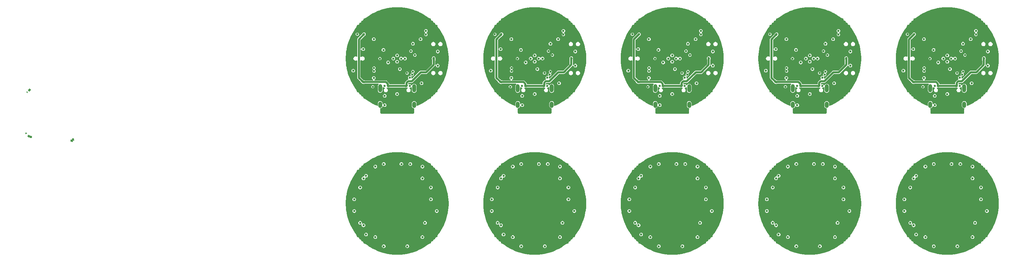
<source format=gbr>
%TF.GenerationSoftware,KiCad,Pcbnew,8.0.2-1*%
%TF.CreationDate,2025-04-11T08:57:20-07:00*%
%TF.ProjectId,Small_Pendant,536d616c-6c5f-4506-956e-64616e742e6b,rev?*%
%TF.SameCoordinates,Original*%
%TF.FileFunction,Copper,L3,Inr*%
%TF.FilePolarity,Positive*%
%FSLAX46Y46*%
G04 Gerber Fmt 4.6, Leading zero omitted, Abs format (unit mm)*
G04 Created by KiCad (PCBNEW 8.0.2-1) date 2025-04-11 08:57:20*
%MOMM*%
%LPD*%
G01*
G04 APERTURE LIST*
%TA.AperFunction,ComponentPad*%
%ADD10O,1.000000X2.100000*%
%TD*%
%TA.AperFunction,ComponentPad*%
%ADD11O,1.000000X1.600000*%
%TD*%
%TA.AperFunction,ViaPad*%
%ADD12C,0.600000*%
%TD*%
%TA.AperFunction,Conductor*%
%ADD13C,0.500000*%
%TD*%
G04 APERTURE END LIST*
D10*
%TO.N,N/C*%
%TO.C,J1*%
X175680000Y-47590000D03*
X184320000Y-47590000D03*
D11*
X184320000Y-51770000D03*
X175680000Y-51770000D03*
%TD*%
D10*
%TO.N,N/C*%
%TO.C,J1*%
X140680000Y-47590000D03*
X149320000Y-47590000D03*
D11*
X149320000Y-51770000D03*
X140680000Y-51770000D03*
%TD*%
D10*
%TO.N,N/C*%
%TO.C,J1*%
X105680000Y-47590000D03*
X114320000Y-47590000D03*
D11*
X114320000Y-51770000D03*
X105680000Y-51770000D03*
%TD*%
D10*
%TO.N,N/C*%
%TO.C,J1*%
X70680000Y-47590000D03*
X79320000Y-47590000D03*
D11*
X79320000Y-51770000D03*
X70680000Y-51770000D03*
%TD*%
D10*
%TO.N,N/C*%
%TO.C,J1*%
X35680000Y-47590000D03*
X44320000Y-47590000D03*
D11*
X44320000Y-51770000D03*
X35680000Y-51770000D03*
%TD*%
D12*
%TO.N,*%
X177600000Y-46990000D03*
X171550000Y-33800000D03*
X187075000Y-74425000D03*
X185575000Y-86425000D03*
X187925000Y-69075000D03*
X188575000Y-80425000D03*
X172925000Y-84075000D03*
X170575000Y-83425000D03*
X170575000Y-74425000D03*
X170575000Y-80425000D03*
X185575000Y-68425000D03*
X188575000Y-71425000D03*
X181825000Y-66075000D03*
X173575000Y-68425000D03*
X177425000Y-87075000D03*
X188575000Y-83425000D03*
X188575000Y-77425000D03*
X177425000Y-66075000D03*
X173575000Y-86425000D03*
X170575000Y-71425000D03*
X172075000Y-77425000D03*
X183425000Y-87075000D03*
X176575000Y-87925000D03*
X172075000Y-69925000D03*
X190075000Y-78925000D03*
X169075000Y-78925000D03*
X187075000Y-81925000D03*
X170575000Y-72925000D03*
X186425000Y-85575000D03*
X171425000Y-82575000D03*
X186425000Y-70575000D03*
X171425000Y-70575000D03*
X181075000Y-66925000D03*
X186425000Y-67575000D03*
X170575000Y-81925000D03*
X188575000Y-75925000D03*
X176575000Y-66925000D03*
X188575000Y-72925000D03*
X172075000Y-84925000D03*
X169075000Y-75925000D03*
X182575000Y-87925000D03*
X174425000Y-85575000D03*
X174425000Y-67575000D03*
X173800000Y-47200000D03*
X182500000Y-43700000D03*
X183800000Y-44100000D03*
X184500000Y-39110000D03*
X183500000Y-38090000D03*
X169850000Y-33800000D03*
X187300000Y-33880000D03*
X184000000Y-43318199D03*
X175600000Y-40000000D03*
X185900000Y-37600000D03*
X179050000Y-51637500D03*
X189550000Y-44500000D03*
X176500000Y-38980000D03*
X183500000Y-39110000D03*
X184190000Y-37460000D03*
X171350000Y-35850000D03*
X187000000Y-42100000D03*
X174100000Y-42400000D03*
X174100000Y-43200000D03*
X184000000Y-36200000D03*
X179000000Y-40000000D03*
X176500000Y-37800000D03*
X190335000Y-38200000D03*
X176820000Y-51900000D03*
X176800000Y-46990000D03*
X171335000Y-37600000D03*
X180680000Y-42700000D03*
X174050000Y-44950000D03*
X168820000Y-43100000D03*
X186200000Y-46300000D03*
X177700000Y-41000000D03*
X187300000Y-32920000D03*
X180000000Y-40800000D03*
X181000000Y-40000000D03*
X190335000Y-41800000D03*
X174050000Y-35050000D03*
X180000000Y-49062500D03*
X176820000Y-49500000D03*
X183200000Y-46990000D03*
X185950000Y-35050000D03*
X180000000Y-39200000D03*
X181975000Y-40000000D03*
X183200000Y-44900000D03*
X183325000Y-66925000D03*
X182400000Y-46990000D03*
X189300000Y-39900000D03*
X171335000Y-46000000D03*
X142600000Y-46990000D03*
X136550000Y-33800000D03*
X152075000Y-74425000D03*
X150575000Y-86425000D03*
X152925000Y-69075000D03*
X153575000Y-80425000D03*
X137925000Y-84075000D03*
X135575000Y-83425000D03*
X135575000Y-74425000D03*
X135575000Y-80425000D03*
X150575000Y-68425000D03*
X153575000Y-71425000D03*
X146825000Y-66075000D03*
X138575000Y-68425000D03*
X142425000Y-87075000D03*
X153575000Y-83425000D03*
X153575000Y-77425000D03*
X142425000Y-66075000D03*
X138575000Y-86425000D03*
X135575000Y-71425000D03*
X137075000Y-77425000D03*
X148425000Y-87075000D03*
X141575000Y-87925000D03*
X137075000Y-69925000D03*
X155075000Y-78925000D03*
X134075000Y-78925000D03*
X152075000Y-81925000D03*
X135575000Y-72925000D03*
X151425000Y-85575000D03*
X136425000Y-82575000D03*
X151425000Y-70575000D03*
X136425000Y-70575000D03*
X146075000Y-66925000D03*
X151425000Y-67575000D03*
X135575000Y-81925000D03*
X153575000Y-75925000D03*
X141575000Y-66925000D03*
X153575000Y-72925000D03*
X137075000Y-84925000D03*
X134075000Y-75925000D03*
X147575000Y-87925000D03*
X139425000Y-85575000D03*
X139425000Y-67575000D03*
X138800000Y-47200000D03*
X147500000Y-43700000D03*
X148800000Y-44100000D03*
X149500000Y-39110000D03*
X148500000Y-38090000D03*
X134850000Y-33800000D03*
X152300000Y-33880000D03*
X149000000Y-43318199D03*
X140600000Y-40000000D03*
X150900000Y-37600000D03*
X144050000Y-51637500D03*
X154550000Y-44500000D03*
X141500000Y-38980000D03*
X148500000Y-39110000D03*
X149190000Y-37460000D03*
X136350000Y-35850000D03*
X152000000Y-42100000D03*
X139100000Y-42400000D03*
X139100000Y-43200000D03*
X149000000Y-36200000D03*
X144000000Y-40000000D03*
X141500000Y-37800000D03*
X155335000Y-38200000D03*
X141820000Y-51900000D03*
X141800000Y-46990000D03*
X136335000Y-37600000D03*
X145680000Y-42700000D03*
X139050000Y-44950000D03*
X133820000Y-43100000D03*
X151200000Y-46300000D03*
X142700000Y-41000000D03*
X152300000Y-32920000D03*
X145000000Y-40800000D03*
X146000000Y-40000000D03*
X155335000Y-41800000D03*
X139050000Y-35050000D03*
X145000000Y-49062500D03*
X141820000Y-49500000D03*
X148200000Y-46990000D03*
X150950000Y-35050000D03*
X145000000Y-39200000D03*
X146975000Y-40000000D03*
X148200000Y-44900000D03*
X148325000Y-66925000D03*
X147400000Y-46990000D03*
X154300000Y-39900000D03*
X136335000Y-46000000D03*
X107600000Y-46990000D03*
X101550000Y-33800000D03*
X117075000Y-74425000D03*
X115575000Y-86425000D03*
X117925000Y-69075000D03*
X118575000Y-80425000D03*
X102925000Y-84075000D03*
X100575000Y-83425000D03*
X100575000Y-74425000D03*
X100575000Y-80425000D03*
X115575000Y-68425000D03*
X118575000Y-71425000D03*
X111825000Y-66075000D03*
X103575000Y-68425000D03*
X107425000Y-87075000D03*
X118575000Y-83425000D03*
X118575000Y-77425000D03*
X107425000Y-66075000D03*
X103575000Y-86425000D03*
X100575000Y-71425000D03*
X102075000Y-77425000D03*
X113425000Y-87075000D03*
X106575000Y-87925000D03*
X102075000Y-69925000D03*
X120075000Y-78925000D03*
X99075000Y-78925000D03*
X117075000Y-81925000D03*
X100575000Y-72925000D03*
X116425000Y-85575000D03*
X101425000Y-82575000D03*
X116425000Y-70575000D03*
X101425000Y-70575000D03*
X111075000Y-66925000D03*
X116425000Y-67575000D03*
X100575000Y-81925000D03*
X118575000Y-75925000D03*
X106575000Y-66925000D03*
X118575000Y-72925000D03*
X102075000Y-84925000D03*
X99075000Y-75925000D03*
X112575000Y-87925000D03*
X104425000Y-85575000D03*
X104425000Y-67575000D03*
X103800000Y-47200000D03*
X112500000Y-43700000D03*
X113800000Y-44100000D03*
X114500000Y-39110000D03*
X113500000Y-38090000D03*
X99850000Y-33800000D03*
X117300000Y-33880000D03*
X114000000Y-43318199D03*
X105600000Y-40000000D03*
X115900000Y-37600000D03*
X109050000Y-51637500D03*
X119550000Y-44500000D03*
X106500000Y-38980000D03*
X113500000Y-39110000D03*
X114190000Y-37460000D03*
X101350000Y-35850000D03*
X117000000Y-42100000D03*
X104100000Y-42400000D03*
X104100000Y-43200000D03*
X114000000Y-36200000D03*
X109000000Y-40000000D03*
X106500000Y-37800000D03*
X120335000Y-38200000D03*
X106820000Y-51900000D03*
X106800000Y-46990000D03*
X101335000Y-37600000D03*
X110680000Y-42700000D03*
X104050000Y-44950000D03*
X98820000Y-43100000D03*
X116200000Y-46300000D03*
X107700000Y-41000000D03*
X117300000Y-32920000D03*
X110000000Y-40800000D03*
X111000000Y-40000000D03*
X120335000Y-41800000D03*
X104050000Y-35050000D03*
X110000000Y-49062500D03*
X106820000Y-49500000D03*
X113200000Y-46990000D03*
X115950000Y-35050000D03*
X110000000Y-39200000D03*
X111975000Y-40000000D03*
X113200000Y-44900000D03*
X113325000Y-66925000D03*
X112400000Y-46990000D03*
X119300000Y-39900000D03*
X101335000Y-46000000D03*
X72600000Y-46990000D03*
X66550000Y-33800000D03*
X82075000Y-74425000D03*
X80575000Y-86425000D03*
X82925000Y-69075000D03*
X83575000Y-80425000D03*
X67925000Y-84075000D03*
X65575000Y-83425000D03*
X65575000Y-74425000D03*
X65575000Y-80425000D03*
X80575000Y-68425000D03*
X83575000Y-71425000D03*
X76825000Y-66075000D03*
X68575000Y-68425000D03*
X72425000Y-87075000D03*
X83575000Y-83425000D03*
X83575000Y-77425000D03*
X72425000Y-66075000D03*
X68575000Y-86425000D03*
X65575000Y-71425000D03*
X67075000Y-77425000D03*
X78425000Y-87075000D03*
X71575000Y-87925000D03*
X67075000Y-69925000D03*
X85075000Y-78925000D03*
X64075000Y-78925000D03*
X82075000Y-81925000D03*
X65575000Y-72925000D03*
X81425000Y-85575000D03*
X66425000Y-82575000D03*
X81425000Y-70575000D03*
X66425000Y-70575000D03*
X76075000Y-66925000D03*
X81425000Y-67575000D03*
X65575000Y-81925000D03*
X83575000Y-75925000D03*
X71575000Y-66925000D03*
X83575000Y-72925000D03*
X67075000Y-84925000D03*
X64075000Y-75925000D03*
X77575000Y-87925000D03*
X69425000Y-85575000D03*
X69425000Y-67575000D03*
X68800000Y-47200000D03*
X77500000Y-43700000D03*
X78800000Y-44100000D03*
X79500000Y-39110000D03*
X78500000Y-38090000D03*
X64850000Y-33800000D03*
X82300000Y-33880000D03*
X79000000Y-43318199D03*
X70600000Y-40000000D03*
X80900000Y-37600000D03*
X74050000Y-51637500D03*
X84550000Y-44500000D03*
X71500000Y-38980000D03*
X78500000Y-39110000D03*
X79190000Y-37460000D03*
X66350000Y-35850000D03*
X82000000Y-42100000D03*
X69100000Y-42400000D03*
X69100000Y-43200000D03*
X79000000Y-36200000D03*
X74000000Y-40000000D03*
X71500000Y-37800000D03*
X85335000Y-38200000D03*
X71820000Y-51900000D03*
X71800000Y-46990000D03*
X66335000Y-37600000D03*
X75680000Y-42700000D03*
X69050000Y-44950000D03*
X63820000Y-43100000D03*
X81200000Y-46300000D03*
X72700000Y-41000000D03*
X82300000Y-32920000D03*
X75000000Y-40800000D03*
X76000000Y-40000000D03*
X85335000Y-41800000D03*
X69050000Y-35050000D03*
X75000000Y-49062500D03*
X71820000Y-49500000D03*
X78200000Y-46990000D03*
X80950000Y-35050000D03*
X75000000Y-39200000D03*
X76975000Y-40000000D03*
X78200000Y-44900000D03*
X78325000Y-66925000D03*
X77400000Y-46990000D03*
X84300000Y-39900000D03*
X66335000Y-46000000D03*
X31550000Y-33800000D03*
X47075000Y-74425000D03*
X45575000Y-86425000D03*
X47925000Y-69075000D03*
X48575000Y-80425000D03*
X32925000Y-84075000D03*
X30575000Y-83425000D03*
X30575000Y-74425000D03*
X30575000Y-80425000D03*
X45575000Y-68425000D03*
X48575000Y-71425000D03*
X41825000Y-66075000D03*
X33575000Y-68425000D03*
X37425000Y-87075000D03*
X48575000Y-83425000D03*
X48575000Y-77425000D03*
X37425000Y-66075000D03*
X33575000Y-86425000D03*
X30575000Y-71425000D03*
X32075000Y-77425000D03*
X43425000Y-87075000D03*
X36575000Y-87925000D03*
X32075000Y-69925000D03*
X50075000Y-78925000D03*
X29075000Y-78925000D03*
X47075000Y-81925000D03*
X30575000Y-72925000D03*
X46425000Y-85575000D03*
X31425000Y-82575000D03*
X46425000Y-70575000D03*
X31425000Y-70575000D03*
X41075000Y-66925000D03*
X46425000Y-67575000D03*
X30575000Y-81925000D03*
X48575000Y-75925000D03*
X36575000Y-66925000D03*
X48575000Y-72925000D03*
X32075000Y-84925000D03*
X29075000Y-75925000D03*
X42575000Y-87925000D03*
X34425000Y-85575000D03*
X34425000Y-67575000D03*
X33800000Y-47200000D03*
X42500000Y-43700000D03*
X43800000Y-44100000D03*
X44500000Y-39110000D03*
X43500000Y-38090000D03*
X29850000Y-33800000D03*
X47300000Y-33880000D03*
X44000000Y-43318199D03*
X35600000Y-40000000D03*
X45900000Y-37600000D03*
X39050000Y-51637500D03*
X49550000Y-44500000D03*
X36500000Y-38980000D03*
X43500000Y-39110000D03*
X44190000Y-37460000D03*
X31350000Y-35850000D03*
X47000000Y-42100000D03*
X34100000Y-42400000D03*
X34100000Y-43200000D03*
X44000000Y-36200000D03*
X39000000Y-40000000D03*
X36500000Y-37800000D03*
X50335000Y-38200000D03*
X36820000Y-51900000D03*
X36800000Y-46990000D03*
X31335000Y-37600000D03*
X40680000Y-42700000D03*
X34050000Y-44950000D03*
X28820000Y-43100000D03*
X46200000Y-46300000D03*
X37700000Y-41000000D03*
X47300000Y-32920000D03*
X40000000Y-40800000D03*
X41000000Y-40000000D03*
X50335000Y-41800000D03*
X34050000Y-35050000D03*
X40000000Y-49062500D03*
X36820000Y-49500000D03*
X43200000Y-46990000D03*
X45950000Y-35050000D03*
X40000000Y-39200000D03*
X41975000Y-40000000D03*
X43200000Y-44900000D03*
X43325000Y-66925000D03*
X42400000Y-46990000D03*
X49300000Y-39900000D03*
X31335000Y-46000000D03*
X37600000Y-46990000D03*
%TD*%
D13*
%TO.N,*%
X182800000Y-45800000D02*
X183700000Y-45800000D01*
X170250000Y-35100000D02*
X171550000Y-33800000D01*
X171335000Y-46000000D02*
X170250000Y-44915000D01*
X189300000Y-41600000D02*
X189300000Y-39900000D01*
X186000000Y-43500000D02*
X187400000Y-43500000D01*
X182400000Y-46200000D02*
X182400000Y-46990000D01*
X183700000Y-45800000D02*
X186000000Y-43500000D01*
X177154999Y-46000000D02*
X177600000Y-46445001D01*
X182400000Y-46990000D02*
X177600000Y-46990000D01*
X171335000Y-46000000D02*
X177154999Y-46000000D01*
X187400000Y-43500000D02*
X189300000Y-41600000D01*
X177600000Y-46445001D02*
X177600000Y-46990000D01*
X182400000Y-46200000D02*
X182800000Y-45800000D01*
X170250000Y-44915000D02*
X170250000Y-35100000D01*
X147800000Y-45800000D02*
X148700000Y-45800000D01*
X135250000Y-35100000D02*
X136550000Y-33800000D01*
X136335000Y-46000000D02*
X135250000Y-44915000D01*
X154300000Y-41600000D02*
X154300000Y-39900000D01*
X151000000Y-43500000D02*
X152400000Y-43500000D01*
X147400000Y-46200000D02*
X147400000Y-46990000D01*
X148700000Y-45800000D02*
X151000000Y-43500000D01*
X142154999Y-46000000D02*
X142600000Y-46445001D01*
X147400000Y-46990000D02*
X142600000Y-46990000D01*
X136335000Y-46000000D02*
X142154999Y-46000000D01*
X152400000Y-43500000D02*
X154300000Y-41600000D01*
X142600000Y-46445001D02*
X142600000Y-46990000D01*
X147400000Y-46200000D02*
X147800000Y-45800000D01*
X135250000Y-44915000D02*
X135250000Y-35100000D01*
X112800000Y-45800000D02*
X113700000Y-45800000D01*
X100250000Y-35100000D02*
X101550000Y-33800000D01*
X101335000Y-46000000D02*
X100250000Y-44915000D01*
X119300000Y-41600000D02*
X119300000Y-39900000D01*
X116000000Y-43500000D02*
X117400000Y-43500000D01*
X112400000Y-46200000D02*
X112400000Y-46990000D01*
X113700000Y-45800000D02*
X116000000Y-43500000D01*
X107154999Y-46000000D02*
X107600000Y-46445001D01*
X112400000Y-46990000D02*
X107600000Y-46990000D01*
X101335000Y-46000000D02*
X107154999Y-46000000D01*
X117400000Y-43500000D02*
X119300000Y-41600000D01*
X107600000Y-46445001D02*
X107600000Y-46990000D01*
X112400000Y-46200000D02*
X112800000Y-45800000D01*
X100250000Y-44915000D02*
X100250000Y-35100000D01*
X77800000Y-45800000D02*
X78700000Y-45800000D01*
X65250000Y-35100000D02*
X66550000Y-33800000D01*
X66335000Y-46000000D02*
X65250000Y-44915000D01*
X84300000Y-41600000D02*
X84300000Y-39900000D01*
X81000000Y-43500000D02*
X82400000Y-43500000D01*
X77400000Y-46200000D02*
X77400000Y-46990000D01*
X78700000Y-45800000D02*
X81000000Y-43500000D01*
X72154999Y-46000000D02*
X72600000Y-46445001D01*
X77400000Y-46990000D02*
X72600000Y-46990000D01*
X66335000Y-46000000D02*
X72154999Y-46000000D01*
X82400000Y-43500000D02*
X84300000Y-41600000D01*
X72600000Y-46445001D02*
X72600000Y-46990000D01*
X77400000Y-46200000D02*
X77800000Y-45800000D01*
X65250000Y-44915000D02*
X65250000Y-35100000D01*
X42800000Y-45800000D02*
X43700000Y-45800000D01*
X30250000Y-35100000D02*
X31550000Y-33800000D01*
X31335000Y-46000000D02*
X30250000Y-44915000D01*
X49300000Y-41600000D02*
X49300000Y-39900000D01*
X46000000Y-43500000D02*
X47400000Y-43500000D01*
X42400000Y-46200000D02*
X42400000Y-46990000D01*
X43700000Y-45800000D02*
X46000000Y-43500000D01*
X37154999Y-46000000D02*
X37600000Y-46445001D01*
X42400000Y-46990000D02*
X37600000Y-46990000D01*
X31335000Y-46000000D02*
X37154999Y-46000000D01*
X47400000Y-43500000D02*
X49300000Y-41600000D01*
X37600000Y-46445001D02*
X37600000Y-46990000D01*
X42400000Y-46200000D02*
X42800000Y-45800000D01*
X30250000Y-44915000D02*
X30250000Y-35100000D01*
%TD*%
%TA.AperFunction,NonConductor*%
G36*
X40343685Y-63901481D02*
G01*
X41017309Y-63936523D01*
X41023693Y-63937022D01*
X41694604Y-64007015D01*
X41700934Y-64007842D01*
X42367316Y-64112597D01*
X42373597Y-64113752D01*
X43033623Y-64252983D01*
X43039866Y-64254470D01*
X43495292Y-64375561D01*
X43691728Y-64427790D01*
X43697909Y-64429606D01*
X44339892Y-64636559D01*
X44345952Y-64638688D01*
X44976318Y-64878714D01*
X44982238Y-64881146D01*
X45569661Y-65140515D01*
X45599323Y-65153612D01*
X45605150Y-65156368D01*
X46009408Y-65360586D01*
X46207172Y-65460489D01*
X46212844Y-65463541D01*
X46754689Y-65773597D01*
X46798276Y-65798538D01*
X46803779Y-65801879D01*
X47365349Y-66163191D01*
X47371040Y-66166852D01*
X47376360Y-66170474D01*
X47578487Y-66315904D01*
X47889268Y-66539511D01*
X47903999Y-66551957D01*
X47904088Y-66552045D01*
X47904089Y-66552045D01*
X47904090Y-66552047D01*
X47914648Y-66559011D01*
X47928345Y-66568046D01*
X47935075Y-66572815D01*
X47958246Y-66590417D01*
X47966029Y-66594208D01*
X47980092Y-66602233D01*
X48023850Y-66631148D01*
X48213940Y-66713811D01*
X48213948Y-66713812D01*
X48213951Y-66713814D01*
X48360524Y-66749262D01*
X48415418Y-66762538D01*
X48463529Y-66765640D01*
X48529163Y-66789597D01*
X48571426Y-66845235D01*
X48579551Y-66889383D01*
X48579551Y-66977281D01*
X48609570Y-67089317D01*
X48638566Y-67139539D01*
X48667563Y-67189762D01*
X48749578Y-67271777D01*
X48850024Y-67329770D01*
X48962058Y-67359789D01*
X48962060Y-67359789D01*
X49003558Y-67359789D01*
X49070597Y-67379474D01*
X49116352Y-67432278D01*
X49127558Y-67483789D01*
X49127558Y-67489935D01*
X49137884Y-67528473D01*
X49157577Y-67601970D01*
X49179749Y-67640372D01*
X49215570Y-67702415D01*
X49297585Y-67784430D01*
X49398031Y-67842423D01*
X49510065Y-67872442D01*
X49510067Y-67872442D01*
X49516211Y-67872442D01*
X49583250Y-67892127D01*
X49629005Y-67944931D01*
X49640211Y-67996442D01*
X49640211Y-68037941D01*
X49670230Y-68149977D01*
X49699226Y-68200199D01*
X49728223Y-68250422D01*
X49810238Y-68332437D01*
X49910684Y-68390430D01*
X50022718Y-68420449D01*
X50022720Y-68420449D01*
X50110620Y-68420449D01*
X50177659Y-68440134D01*
X50223414Y-68492938D01*
X50234363Y-68536469D01*
X50237465Y-68584576D01*
X50237467Y-68584587D01*
X50286192Y-68786055D01*
X50286194Y-68786062D01*
X50368856Y-68976147D01*
X50368856Y-68976148D01*
X50384530Y-68999868D01*
X50397751Y-69019877D01*
X50405768Y-69033924D01*
X50409581Y-69041750D01*
X50427187Y-69064927D01*
X50431954Y-69071656D01*
X50447952Y-69095909D01*
X50448036Y-69095994D01*
X50460487Y-69110730D01*
X50829520Y-69623632D01*
X50833147Y-69628959D01*
X51198117Y-70196215D01*
X51201461Y-70201723D01*
X51536456Y-70787152D01*
X51539510Y-70792827D01*
X51843631Y-71394851D01*
X51846387Y-71400676D01*
X52118845Y-72017741D01*
X52121293Y-72023702D01*
X52361307Y-72654037D01*
X52363443Y-72660117D01*
X52570392Y-73302089D01*
X52572209Y-73308271D01*
X52745525Y-73960120D01*
X52747019Y-73966389D01*
X52886241Y-74626374D01*
X52887407Y-74632712D01*
X52992152Y-75299033D01*
X52992987Y-75305423D01*
X53062975Y-75976288D01*
X53063477Y-75982712D01*
X53098519Y-76656314D01*
X53098686Y-76662756D01*
X53098686Y-77337243D01*
X53098519Y-77343685D01*
X53063477Y-78017287D01*
X53062975Y-78023711D01*
X52992987Y-78694576D01*
X52992152Y-78700966D01*
X52887407Y-79367287D01*
X52886241Y-79373625D01*
X52747019Y-80033610D01*
X52745525Y-80039879D01*
X52572209Y-80691728D01*
X52570392Y-80697910D01*
X52363443Y-81339882D01*
X52361307Y-81345962D01*
X52121293Y-81976297D01*
X52118845Y-81982258D01*
X51846387Y-82599323D01*
X51843631Y-82605148D01*
X51539510Y-83207172D01*
X51536456Y-83212847D01*
X51201461Y-83798276D01*
X51198117Y-83803784D01*
X50833147Y-84371040D01*
X50829520Y-84376367D01*
X50460483Y-84889274D01*
X50448042Y-84903999D01*
X50447954Y-84904087D01*
X50431952Y-84928346D01*
X50427187Y-84935072D01*
X50409580Y-84958250D01*
X50405783Y-84966044D01*
X50397765Y-84980092D01*
X50368856Y-85023842D01*
X50368852Y-85023849D01*
X50286190Y-85213937D01*
X50286185Y-85213951D01*
X50237463Y-85415411D01*
X50237461Y-85415423D01*
X50234359Y-85463531D01*
X50210401Y-85529165D01*
X50154762Y-85571427D01*
X50110616Y-85579551D01*
X50022718Y-85579551D01*
X49910682Y-85609570D01*
X49810238Y-85667563D01*
X49810235Y-85667565D01*
X49728225Y-85749575D01*
X49728223Y-85749578D01*
X49670230Y-85850022D01*
X49640211Y-85962058D01*
X49640211Y-86003558D01*
X49620526Y-86070597D01*
X49567722Y-86116352D01*
X49516211Y-86127558D01*
X49510065Y-86127558D01*
X49398029Y-86157577D01*
X49297585Y-86215570D01*
X49297582Y-86215572D01*
X49215572Y-86297582D01*
X49215570Y-86297585D01*
X49157577Y-86398029D01*
X49127558Y-86510065D01*
X49127558Y-86516211D01*
X49107873Y-86583250D01*
X49055069Y-86629005D01*
X49003558Y-86640211D01*
X48962058Y-86640211D01*
X48850022Y-86670230D01*
X48749578Y-86728223D01*
X48749575Y-86728225D01*
X48667565Y-86810235D01*
X48667563Y-86810238D01*
X48609570Y-86910682D01*
X48579551Y-87022718D01*
X48579551Y-87110620D01*
X48559866Y-87177659D01*
X48507062Y-87223414D01*
X48463531Y-87234363D01*
X48415423Y-87237465D01*
X48415412Y-87237467D01*
X48213944Y-87286192D01*
X48213937Y-87286194D01*
X48023850Y-87368856D01*
X47980119Y-87397753D01*
X47966075Y-87405768D01*
X47958251Y-87409580D01*
X47935071Y-87427188D01*
X47928346Y-87431952D01*
X47904087Y-87447954D01*
X47903999Y-87448042D01*
X47889274Y-87460483D01*
X47376367Y-87829520D01*
X47371040Y-87833147D01*
X46803784Y-88198117D01*
X46798276Y-88201461D01*
X46212847Y-88536456D01*
X46207172Y-88539510D01*
X45605148Y-88843631D01*
X45599323Y-88846387D01*
X44982258Y-89118845D01*
X44976297Y-89121293D01*
X44345962Y-89361307D01*
X44339882Y-89363443D01*
X43697910Y-89570392D01*
X43691728Y-89572209D01*
X43039879Y-89745525D01*
X43033610Y-89747019D01*
X42373625Y-89886241D01*
X42367287Y-89887407D01*
X41700966Y-89992152D01*
X41694576Y-89992987D01*
X41023711Y-90062975D01*
X41017287Y-90063477D01*
X40343685Y-90098519D01*
X40337243Y-90098686D01*
X39662757Y-90098686D01*
X39656315Y-90098519D01*
X38982712Y-90063477D01*
X38976288Y-90062975D01*
X38305423Y-89992987D01*
X38299033Y-89992152D01*
X37632712Y-89887407D01*
X37626374Y-89886241D01*
X36966389Y-89747019D01*
X36960120Y-89745525D01*
X36308271Y-89572209D01*
X36302089Y-89570392D01*
X35660117Y-89363443D01*
X35654037Y-89361307D01*
X35023702Y-89121293D01*
X35017741Y-89118845D01*
X34400676Y-88846387D01*
X34394851Y-88843631D01*
X33792827Y-88539510D01*
X33787152Y-88536456D01*
X33201723Y-88201461D01*
X33196215Y-88198117D01*
X32771722Y-87925000D01*
X36119867Y-87925000D01*
X36138302Y-88053225D01*
X36192117Y-88171061D01*
X36192118Y-88171063D01*
X36276951Y-88268967D01*
X36385931Y-88339004D01*
X36510225Y-88375499D01*
X36510227Y-88375500D01*
X36510228Y-88375500D01*
X36639773Y-88375500D01*
X36639773Y-88375499D01*
X36764069Y-88339004D01*
X36873049Y-88268967D01*
X36957882Y-88171063D01*
X37011697Y-88053226D01*
X37030133Y-87925000D01*
X42119867Y-87925000D01*
X42138302Y-88053225D01*
X42192117Y-88171061D01*
X42192118Y-88171063D01*
X42276951Y-88268967D01*
X42385931Y-88339004D01*
X42510225Y-88375499D01*
X42510227Y-88375500D01*
X42510228Y-88375500D01*
X42639773Y-88375500D01*
X42639773Y-88375499D01*
X42764069Y-88339004D01*
X42873049Y-88268967D01*
X42957882Y-88171063D01*
X43011697Y-88053226D01*
X43030133Y-87925000D01*
X43011697Y-87796774D01*
X42957882Y-87678937D01*
X42873049Y-87581033D01*
X42764069Y-87510996D01*
X42764065Y-87510994D01*
X42764064Y-87510994D01*
X42639774Y-87474500D01*
X42639772Y-87474500D01*
X42510228Y-87474500D01*
X42510226Y-87474500D01*
X42385935Y-87510994D01*
X42385932Y-87510995D01*
X42385931Y-87510996D01*
X42334677Y-87543934D01*
X42276950Y-87581033D01*
X42192118Y-87678937D01*
X42192117Y-87678938D01*
X42138302Y-87796774D01*
X42119867Y-87925000D01*
X37030133Y-87925000D01*
X37011697Y-87796774D01*
X36957882Y-87678937D01*
X36873049Y-87581033D01*
X36764069Y-87510996D01*
X36764065Y-87510994D01*
X36764064Y-87510994D01*
X36639774Y-87474500D01*
X36639772Y-87474500D01*
X36510228Y-87474500D01*
X36510226Y-87474500D01*
X36385935Y-87510994D01*
X36385932Y-87510995D01*
X36385931Y-87510996D01*
X36334677Y-87543934D01*
X36276950Y-87581033D01*
X36192118Y-87678937D01*
X36192117Y-87678938D01*
X36138302Y-87796774D01*
X36119867Y-87925000D01*
X32771722Y-87925000D01*
X32628959Y-87833147D01*
X32623632Y-87829520D01*
X32110730Y-87460487D01*
X32095994Y-87448036D01*
X32095909Y-87447952D01*
X32071656Y-87431954D01*
X32064926Y-87427186D01*
X32041754Y-87409584D01*
X32041753Y-87409583D01*
X32041750Y-87409582D01*
X32033964Y-87405789D01*
X32019907Y-87397766D01*
X31976152Y-87368853D01*
X31976147Y-87368850D01*
X31786062Y-87286190D01*
X31786063Y-87286190D01*
X31786060Y-87286189D01*
X31786057Y-87286188D01*
X31786048Y-87286185D01*
X31584588Y-87237463D01*
X31584576Y-87237461D01*
X31536469Y-87234359D01*
X31470835Y-87210401D01*
X31428573Y-87154762D01*
X31420449Y-87110616D01*
X31420449Y-87022720D01*
X31420449Y-87022718D01*
X31390430Y-86910684D01*
X31332437Y-86810238D01*
X31250422Y-86728223D01*
X31200199Y-86699226D01*
X31149977Y-86670230D01*
X31093959Y-86655220D01*
X31037942Y-86640211D01*
X30996442Y-86640211D01*
X30929403Y-86620526D01*
X30883648Y-86567722D01*
X30872442Y-86516211D01*
X30872442Y-86510067D01*
X30872442Y-86510065D01*
X30842423Y-86398031D01*
X30784430Y-86297585D01*
X30702415Y-86215570D01*
X30652192Y-86186573D01*
X30601970Y-86157577D01*
X30519482Y-86135475D01*
X30489935Y-86127558D01*
X30483789Y-86127558D01*
X30416750Y-86107873D01*
X30370995Y-86055069D01*
X30359789Y-86003558D01*
X30359789Y-85962060D01*
X30359789Y-85962058D01*
X30329770Y-85850024D01*
X30271777Y-85749578D01*
X30189762Y-85667563D01*
X30129809Y-85632949D01*
X30089317Y-85609570D01*
X30033299Y-85594560D01*
X29977282Y-85579551D01*
X29889379Y-85579551D01*
X29873880Y-85575000D01*
X33969867Y-85575000D01*
X33988302Y-85703225D01*
X34031401Y-85797597D01*
X34042118Y-85821063D01*
X34126951Y-85918967D01*
X34235931Y-85989004D01*
X34285499Y-86003558D01*
X34360225Y-86025499D01*
X34360227Y-86025500D01*
X34360228Y-86025500D01*
X34489773Y-86025500D01*
X34489773Y-86025499D01*
X34614069Y-85989004D01*
X34723049Y-85918967D01*
X34807882Y-85821063D01*
X34861697Y-85703226D01*
X34880133Y-85575000D01*
X45969867Y-85575000D01*
X45988302Y-85703225D01*
X46031401Y-85797597D01*
X46042118Y-85821063D01*
X46126951Y-85918967D01*
X46235931Y-85989004D01*
X46285499Y-86003558D01*
X46360225Y-86025499D01*
X46360227Y-86025500D01*
X46360228Y-86025500D01*
X46489773Y-86025500D01*
X46489773Y-86025499D01*
X46614069Y-85989004D01*
X46723049Y-85918967D01*
X46807882Y-85821063D01*
X46861697Y-85703226D01*
X46880133Y-85575000D01*
X46861697Y-85446774D01*
X46807882Y-85328937D01*
X46723049Y-85231033D01*
X46614069Y-85160996D01*
X46614065Y-85160994D01*
X46614064Y-85160994D01*
X46489774Y-85124500D01*
X46489772Y-85124500D01*
X46360228Y-85124500D01*
X46360226Y-85124500D01*
X46235935Y-85160994D01*
X46235932Y-85160995D01*
X46235931Y-85160996D01*
X46184677Y-85193934D01*
X46126950Y-85231033D01*
X46042118Y-85328937D01*
X46042117Y-85328938D01*
X45988302Y-85446774D01*
X45969867Y-85575000D01*
X34880133Y-85575000D01*
X34861697Y-85446774D01*
X34807882Y-85328937D01*
X34723049Y-85231033D01*
X34614069Y-85160996D01*
X34614065Y-85160994D01*
X34614064Y-85160994D01*
X34489774Y-85124500D01*
X34489772Y-85124500D01*
X34360228Y-85124500D01*
X34360226Y-85124500D01*
X34235935Y-85160994D01*
X34235932Y-85160995D01*
X34235931Y-85160996D01*
X34184677Y-85193934D01*
X34126950Y-85231033D01*
X34042118Y-85328937D01*
X34042117Y-85328938D01*
X33988302Y-85446774D01*
X33969867Y-85575000D01*
X29873880Y-85575000D01*
X29822340Y-85559866D01*
X29776585Y-85507062D01*
X29765636Y-85463529D01*
X29762534Y-85415420D01*
X29762533Y-85415414D01*
X29752880Y-85375500D01*
X29713807Y-85213942D01*
X29631144Y-85023852D01*
X29602242Y-84980114D01*
X29594227Y-84966069D01*
X29590417Y-84958249D01*
X29590417Y-84958247D01*
X29572815Y-84935076D01*
X29568049Y-84928350D01*
X29565839Y-84925000D01*
X31619867Y-84925000D01*
X31638302Y-85053225D01*
X31692117Y-85171061D01*
X31692118Y-85171063D01*
X31776951Y-85268967D01*
X31885931Y-85339004D01*
X32010225Y-85375499D01*
X32010227Y-85375500D01*
X32010228Y-85375500D01*
X32139773Y-85375500D01*
X32139773Y-85375499D01*
X32264069Y-85339004D01*
X32373049Y-85268967D01*
X32457882Y-85171063D01*
X32511697Y-85053226D01*
X32530133Y-84925000D01*
X32511697Y-84796774D01*
X32457882Y-84678937D01*
X32373049Y-84581033D01*
X32264069Y-84510996D01*
X32264065Y-84510994D01*
X32264064Y-84510994D01*
X32139774Y-84474500D01*
X32139772Y-84474500D01*
X32010228Y-84474500D01*
X32010226Y-84474500D01*
X31885935Y-84510994D01*
X31885932Y-84510995D01*
X31885931Y-84510996D01*
X31834677Y-84543934D01*
X31776950Y-84581033D01*
X31692118Y-84678937D01*
X31692117Y-84678938D01*
X31638302Y-84796774D01*
X31619867Y-84925000D01*
X29565839Y-84925000D01*
X29552047Y-84904090D01*
X29552045Y-84904089D01*
X29552045Y-84904088D01*
X29551957Y-84903999D01*
X29539511Y-84889268D01*
X29317736Y-84581033D01*
X29170474Y-84376360D01*
X29166852Y-84371040D01*
X28801882Y-83803784D01*
X28798538Y-83798276D01*
X28463543Y-83212847D01*
X28460489Y-83207172D01*
X28156368Y-82605148D01*
X28153612Y-82599323D01*
X28028536Y-82316049D01*
X27881146Y-81982238D01*
X27878714Y-81976318D01*
X27859174Y-81925000D01*
X30119867Y-81925000D01*
X30138302Y-82053225D01*
X30192117Y-82171061D01*
X30192118Y-82171063D01*
X30276951Y-82268967D01*
X30385931Y-82339004D01*
X30510225Y-82375499D01*
X30510227Y-82375500D01*
X30510228Y-82375500D01*
X30639773Y-82375500D01*
X30639773Y-82375499D01*
X30718572Y-82352362D01*
X30764063Y-82339006D01*
X30764063Y-82339005D01*
X30764069Y-82339004D01*
X30799788Y-82316048D01*
X30866822Y-82296365D01*
X30933862Y-82316049D01*
X30979618Y-82368852D01*
X30989562Y-82438010D01*
X30989562Y-82438011D01*
X30969867Y-82574999D01*
X30988302Y-82703225D01*
X31042117Y-82821061D01*
X31042118Y-82821063D01*
X31126951Y-82918967D01*
X31235931Y-82989004D01*
X31360225Y-83025499D01*
X31360227Y-83025500D01*
X31360228Y-83025500D01*
X31489773Y-83025500D01*
X31489773Y-83025499D01*
X31614069Y-82989004D01*
X31723049Y-82918967D01*
X31807882Y-82821063D01*
X31861697Y-82703226D01*
X31880133Y-82575000D01*
X31861697Y-82446774D01*
X31807882Y-82328937D01*
X31723049Y-82231033D01*
X31614069Y-82160996D01*
X31614065Y-82160994D01*
X31614064Y-82160994D01*
X31489774Y-82124500D01*
X31489772Y-82124500D01*
X31360228Y-82124500D01*
X31360226Y-82124500D01*
X31235933Y-82160994D01*
X31235932Y-82160994D01*
X31200213Y-82183950D01*
X31133173Y-82203634D01*
X31066134Y-82183949D01*
X31020380Y-82131144D01*
X31010437Y-82061987D01*
X31011697Y-82053225D01*
X31030133Y-81925000D01*
X46619867Y-81925000D01*
X46638302Y-82053225D01*
X46692117Y-82171061D01*
X46692118Y-82171063D01*
X46776951Y-82268967D01*
X46885931Y-82339004D01*
X47010225Y-82375499D01*
X47010227Y-82375500D01*
X47010228Y-82375500D01*
X47139773Y-82375500D01*
X47139773Y-82375499D01*
X47264069Y-82339004D01*
X47373049Y-82268967D01*
X47457882Y-82171063D01*
X47511697Y-82053226D01*
X47530133Y-81925000D01*
X47511697Y-81796774D01*
X47457882Y-81678937D01*
X47373049Y-81581033D01*
X47264069Y-81510996D01*
X47264065Y-81510994D01*
X47264064Y-81510994D01*
X47139774Y-81474500D01*
X47139772Y-81474500D01*
X47010228Y-81474500D01*
X47010226Y-81474500D01*
X46885935Y-81510994D01*
X46885932Y-81510995D01*
X46885931Y-81510996D01*
X46834677Y-81543934D01*
X46776950Y-81581033D01*
X46692118Y-81678937D01*
X46692117Y-81678938D01*
X46638302Y-81796774D01*
X46619867Y-81925000D01*
X31030133Y-81925000D01*
X31011697Y-81796774D01*
X30957882Y-81678937D01*
X30873049Y-81581033D01*
X30764069Y-81510996D01*
X30764065Y-81510994D01*
X30764064Y-81510994D01*
X30639774Y-81474500D01*
X30639772Y-81474500D01*
X30510228Y-81474500D01*
X30510226Y-81474500D01*
X30385935Y-81510994D01*
X30385932Y-81510995D01*
X30385931Y-81510996D01*
X30334677Y-81543934D01*
X30276950Y-81581033D01*
X30192118Y-81678937D01*
X30192117Y-81678938D01*
X30138302Y-81796774D01*
X30119867Y-81925000D01*
X27859174Y-81925000D01*
X27638688Y-81345952D01*
X27636556Y-81339882D01*
X27429607Y-80697910D01*
X27427790Y-80691728D01*
X27254474Y-80039879D01*
X27252980Y-80033610D01*
X27242346Y-79983198D01*
X27113752Y-79373597D01*
X27112597Y-79367316D01*
X27043065Y-78925000D01*
X28619867Y-78925000D01*
X28638302Y-79053225D01*
X28658655Y-79097791D01*
X28692118Y-79171063D01*
X28776951Y-79268967D01*
X28885931Y-79339004D01*
X29010225Y-79375499D01*
X29010227Y-79375500D01*
X29010228Y-79375500D01*
X29139773Y-79375500D01*
X29139773Y-79375499D01*
X29264069Y-79339004D01*
X29373049Y-79268967D01*
X29457882Y-79171063D01*
X29511697Y-79053226D01*
X29530133Y-78925000D01*
X49619867Y-78925000D01*
X49638302Y-79053225D01*
X49658655Y-79097791D01*
X49692118Y-79171063D01*
X49776951Y-79268967D01*
X49885931Y-79339004D01*
X50010225Y-79375499D01*
X50010227Y-79375500D01*
X50010228Y-79375500D01*
X50139773Y-79375500D01*
X50139773Y-79375499D01*
X50264069Y-79339004D01*
X50373049Y-79268967D01*
X50457882Y-79171063D01*
X50511697Y-79053226D01*
X50530133Y-78925000D01*
X50511697Y-78796774D01*
X50457882Y-78678937D01*
X50373049Y-78581033D01*
X50264069Y-78510996D01*
X50264065Y-78510994D01*
X50264064Y-78510994D01*
X50139774Y-78474500D01*
X50139772Y-78474500D01*
X50010228Y-78474500D01*
X50010226Y-78474500D01*
X49885935Y-78510994D01*
X49885932Y-78510995D01*
X49885931Y-78510996D01*
X49834677Y-78543934D01*
X49776950Y-78581033D01*
X49692118Y-78678937D01*
X49692117Y-78678938D01*
X49638302Y-78796774D01*
X49619867Y-78925000D01*
X29530133Y-78925000D01*
X29511697Y-78796774D01*
X29457882Y-78678937D01*
X29373049Y-78581033D01*
X29264069Y-78510996D01*
X29264065Y-78510994D01*
X29264064Y-78510994D01*
X29139774Y-78474500D01*
X29139772Y-78474500D01*
X29010228Y-78474500D01*
X29010226Y-78474500D01*
X28885935Y-78510994D01*
X28885932Y-78510995D01*
X28885931Y-78510996D01*
X28834677Y-78543934D01*
X28776950Y-78581033D01*
X28692118Y-78678937D01*
X28692117Y-78678938D01*
X28638302Y-78796774D01*
X28619867Y-78925000D01*
X27043065Y-78925000D01*
X27007842Y-78700934D01*
X27007015Y-78694604D01*
X26937022Y-78023693D01*
X26936523Y-78017309D01*
X26901481Y-77343685D01*
X26901314Y-77337243D01*
X26901314Y-76662756D01*
X26901481Y-76656314D01*
X26922628Y-76249804D01*
X26936523Y-75982687D01*
X26937022Y-75976309D01*
X26942375Y-75925000D01*
X28619867Y-75925000D01*
X28638302Y-76053225D01*
X28692117Y-76171061D01*
X28692118Y-76171063D01*
X28776951Y-76268967D01*
X28885931Y-76339004D01*
X29010225Y-76375499D01*
X29010227Y-76375500D01*
X29010228Y-76375500D01*
X29139773Y-76375500D01*
X29139773Y-76375499D01*
X29264069Y-76339004D01*
X29373049Y-76268967D01*
X29457882Y-76171063D01*
X29511697Y-76053226D01*
X29530133Y-75925000D01*
X48119867Y-75925000D01*
X48138302Y-76053225D01*
X48192117Y-76171061D01*
X48192118Y-76171063D01*
X48276951Y-76268967D01*
X48385931Y-76339004D01*
X48510225Y-76375499D01*
X48510227Y-76375500D01*
X48510228Y-76375500D01*
X48639773Y-76375500D01*
X48639773Y-76375499D01*
X48764069Y-76339004D01*
X48873049Y-76268967D01*
X48957882Y-76171063D01*
X49011697Y-76053226D01*
X49030133Y-75925000D01*
X49011697Y-75796774D01*
X48957882Y-75678937D01*
X48873049Y-75581033D01*
X48764069Y-75510996D01*
X48764065Y-75510994D01*
X48764064Y-75510994D01*
X48639774Y-75474500D01*
X48639772Y-75474500D01*
X48510228Y-75474500D01*
X48510226Y-75474500D01*
X48385935Y-75510994D01*
X48385932Y-75510995D01*
X48385931Y-75510996D01*
X48334677Y-75543934D01*
X48276950Y-75581033D01*
X48192118Y-75678937D01*
X48192117Y-75678938D01*
X48138302Y-75796774D01*
X48119867Y-75925000D01*
X29530133Y-75925000D01*
X29511697Y-75796774D01*
X29457882Y-75678937D01*
X29373049Y-75581033D01*
X29264069Y-75510996D01*
X29264065Y-75510994D01*
X29264064Y-75510994D01*
X29139774Y-75474500D01*
X29139772Y-75474500D01*
X29010228Y-75474500D01*
X29010226Y-75474500D01*
X28885935Y-75510994D01*
X28885932Y-75510995D01*
X28885931Y-75510996D01*
X28834677Y-75543934D01*
X28776950Y-75581033D01*
X28692118Y-75678937D01*
X28692117Y-75678938D01*
X28638302Y-75796774D01*
X28619867Y-75925000D01*
X26942375Y-75925000D01*
X27007016Y-75305390D01*
X27007842Y-75299070D01*
X27112598Y-74632676D01*
X27113751Y-74626409D01*
X27252984Y-73966368D01*
X27254468Y-73960142D01*
X27427793Y-73308260D01*
X27429607Y-73302089D01*
X27435388Y-73284156D01*
X27551167Y-72925000D01*
X30119867Y-72925000D01*
X30138302Y-73053225D01*
X30192117Y-73171061D01*
X30192118Y-73171063D01*
X30276951Y-73268967D01*
X30385931Y-73339004D01*
X30510225Y-73375499D01*
X30510227Y-73375500D01*
X30510228Y-73375500D01*
X30639773Y-73375500D01*
X30639773Y-73375499D01*
X30764069Y-73339004D01*
X30873049Y-73268967D01*
X30957882Y-73171063D01*
X31011697Y-73053226D01*
X31030133Y-72925000D01*
X48119867Y-72925000D01*
X48138302Y-73053225D01*
X48192117Y-73171061D01*
X48192118Y-73171063D01*
X48276951Y-73268967D01*
X48385931Y-73339004D01*
X48510225Y-73375499D01*
X48510227Y-73375500D01*
X48510228Y-73375500D01*
X48639773Y-73375500D01*
X48639773Y-73375499D01*
X48764069Y-73339004D01*
X48873049Y-73268967D01*
X48957882Y-73171063D01*
X49011697Y-73053226D01*
X49030133Y-72925000D01*
X49011697Y-72796774D01*
X48957882Y-72678937D01*
X48873049Y-72581033D01*
X48764069Y-72510996D01*
X48764065Y-72510994D01*
X48764064Y-72510994D01*
X48639774Y-72474500D01*
X48639772Y-72474500D01*
X48510228Y-72474500D01*
X48510226Y-72474500D01*
X48385935Y-72510994D01*
X48385932Y-72510995D01*
X48385931Y-72510996D01*
X48334677Y-72543934D01*
X48276950Y-72581033D01*
X48192118Y-72678937D01*
X48192117Y-72678938D01*
X48138302Y-72796774D01*
X48119867Y-72925000D01*
X31030133Y-72925000D01*
X31011697Y-72796774D01*
X30957882Y-72678937D01*
X30873049Y-72581033D01*
X30764069Y-72510996D01*
X30764065Y-72510994D01*
X30764064Y-72510994D01*
X30639774Y-72474500D01*
X30639772Y-72474500D01*
X30510228Y-72474500D01*
X30510226Y-72474500D01*
X30385935Y-72510994D01*
X30385932Y-72510995D01*
X30385931Y-72510996D01*
X30334677Y-72543934D01*
X30276950Y-72581033D01*
X30192118Y-72678937D01*
X30192117Y-72678938D01*
X30138302Y-72796774D01*
X30119867Y-72925000D01*
X27551167Y-72925000D01*
X27636563Y-72660095D01*
X27638684Y-72654059D01*
X27878720Y-72023667D01*
X27881140Y-72017774D01*
X28153618Y-71400662D01*
X28156368Y-71394851D01*
X28460498Y-70792808D01*
X28463532Y-70787170D01*
X28584940Y-70575000D01*
X30969867Y-70575000D01*
X30988302Y-70703225D01*
X31026631Y-70787152D01*
X31042118Y-70821063D01*
X31126951Y-70918967D01*
X31235931Y-70989004D01*
X31360225Y-71025499D01*
X31360227Y-71025500D01*
X31360228Y-71025500D01*
X31489773Y-71025500D01*
X31489773Y-71025499D01*
X31614069Y-70989004D01*
X31723049Y-70918967D01*
X31807882Y-70821063D01*
X31861697Y-70703226D01*
X31880133Y-70575000D01*
X45969867Y-70575000D01*
X45988302Y-70703225D01*
X46026631Y-70787152D01*
X46042118Y-70821063D01*
X46126951Y-70918967D01*
X46235931Y-70989004D01*
X46360225Y-71025499D01*
X46360227Y-71025500D01*
X46360228Y-71025500D01*
X46489773Y-71025500D01*
X46489773Y-71025499D01*
X46614069Y-70989004D01*
X46723049Y-70918967D01*
X46807882Y-70821063D01*
X46861697Y-70703226D01*
X46880133Y-70575000D01*
X46861697Y-70446774D01*
X46807882Y-70328937D01*
X46723049Y-70231033D01*
X46614069Y-70160996D01*
X46614065Y-70160994D01*
X46614064Y-70160994D01*
X46489774Y-70124500D01*
X46489772Y-70124500D01*
X46360228Y-70124500D01*
X46360226Y-70124500D01*
X46235935Y-70160994D01*
X46235932Y-70160995D01*
X46235931Y-70160996D01*
X46184677Y-70193934D01*
X46126950Y-70231033D01*
X46042118Y-70328937D01*
X46042117Y-70328938D01*
X45988302Y-70446774D01*
X45969867Y-70575000D01*
X31880133Y-70575000D01*
X31871671Y-70516146D01*
X31881615Y-70446989D01*
X31927369Y-70394185D01*
X31994409Y-70374500D01*
X32008378Y-70375500D01*
X32010228Y-70375500D01*
X32139773Y-70375500D01*
X32139773Y-70375499D01*
X32264069Y-70339004D01*
X32373049Y-70268967D01*
X32457882Y-70171063D01*
X32511697Y-70053226D01*
X32530133Y-69925000D01*
X32511697Y-69796774D01*
X32457882Y-69678937D01*
X32373049Y-69581033D01*
X32264069Y-69510996D01*
X32264065Y-69510994D01*
X32264064Y-69510994D01*
X32139774Y-69474500D01*
X32139772Y-69474500D01*
X32010228Y-69474500D01*
X32010226Y-69474500D01*
X31885935Y-69510994D01*
X31885932Y-69510995D01*
X31885931Y-69510996D01*
X31834677Y-69543934D01*
X31776950Y-69581033D01*
X31692118Y-69678937D01*
X31692117Y-69678938D01*
X31638302Y-69796774D01*
X31619867Y-69925000D01*
X31619867Y-69925001D01*
X31628328Y-69983853D01*
X31618384Y-70053012D01*
X31572628Y-70105815D01*
X31505589Y-70125499D01*
X31491613Y-70124500D01*
X31489772Y-70124500D01*
X31360228Y-70124500D01*
X31360226Y-70124500D01*
X31235935Y-70160994D01*
X31235932Y-70160995D01*
X31235931Y-70160996D01*
X31184677Y-70193934D01*
X31126950Y-70231033D01*
X31042118Y-70328937D01*
X31042117Y-70328938D01*
X30988302Y-70446774D01*
X30969867Y-70575000D01*
X28584940Y-70575000D01*
X28798551Y-70201700D01*
X28801868Y-70196237D01*
X29166870Y-69628931D01*
X29170480Y-69623632D01*
X29539509Y-69110733D01*
X29551968Y-69095990D01*
X29552043Y-69095912D01*
X29552047Y-69095910D01*
X29568054Y-69071641D01*
X29572818Y-69064918D01*
X29590417Y-69041753D01*
X29590418Y-69041746D01*
X29594208Y-69033968D01*
X29602229Y-69019912D01*
X29631148Y-68976150D01*
X29713811Y-68786060D01*
X29762538Y-68584582D01*
X29765640Y-68536470D01*
X29789597Y-68470837D01*
X29845235Y-68428574D01*
X29889383Y-68420449D01*
X29977280Y-68420449D01*
X29977282Y-68420449D01*
X30089316Y-68390430D01*
X30189762Y-68332437D01*
X30271777Y-68250422D01*
X30329770Y-68149976D01*
X30359789Y-68037942D01*
X30359789Y-67996442D01*
X30379474Y-67929403D01*
X30432278Y-67883648D01*
X30483789Y-67872442D01*
X30489933Y-67872442D01*
X30489935Y-67872442D01*
X30601969Y-67842423D01*
X30702415Y-67784430D01*
X30784430Y-67702415D01*
X30842423Y-67601969D01*
X30849649Y-67575000D01*
X33969867Y-67575000D01*
X33988302Y-67703225D01*
X34027160Y-67788311D01*
X34042118Y-67821063D01*
X34126951Y-67918967D01*
X34235931Y-67989004D01*
X34360225Y-68025499D01*
X34360227Y-68025500D01*
X34360228Y-68025500D01*
X34489773Y-68025500D01*
X34489773Y-68025499D01*
X34614069Y-67989004D01*
X34723049Y-67918967D01*
X34807882Y-67821063D01*
X34861697Y-67703226D01*
X34880133Y-67575000D01*
X45969867Y-67575000D01*
X45988302Y-67703225D01*
X46027160Y-67788311D01*
X46042118Y-67821063D01*
X46126951Y-67918967D01*
X46235931Y-67989004D01*
X46360225Y-68025499D01*
X46360227Y-68025500D01*
X46360228Y-68025500D01*
X46489773Y-68025500D01*
X46489773Y-68025499D01*
X46614069Y-67989004D01*
X46723049Y-67918967D01*
X46807882Y-67821063D01*
X46861697Y-67703226D01*
X46880133Y-67575000D01*
X46861697Y-67446774D01*
X46807882Y-67328937D01*
X46723049Y-67231033D01*
X46614069Y-67160996D01*
X46614065Y-67160994D01*
X46614064Y-67160994D01*
X46489774Y-67124500D01*
X46489772Y-67124500D01*
X46360228Y-67124500D01*
X46360226Y-67124500D01*
X46235935Y-67160994D01*
X46235932Y-67160995D01*
X46235931Y-67160996D01*
X46191172Y-67189761D01*
X46126950Y-67231033D01*
X46042118Y-67328937D01*
X46042117Y-67328938D01*
X45988302Y-67446774D01*
X45969867Y-67575000D01*
X34880133Y-67575000D01*
X34861697Y-67446774D01*
X34807882Y-67328937D01*
X34723049Y-67231033D01*
X34614069Y-67160996D01*
X34614065Y-67160994D01*
X34614064Y-67160994D01*
X34489774Y-67124500D01*
X34489772Y-67124500D01*
X34360228Y-67124500D01*
X34360226Y-67124500D01*
X34235935Y-67160994D01*
X34235932Y-67160995D01*
X34235931Y-67160996D01*
X34191172Y-67189761D01*
X34126950Y-67231033D01*
X34042118Y-67328937D01*
X34042117Y-67328938D01*
X33988302Y-67446774D01*
X33969867Y-67575000D01*
X30849649Y-67575000D01*
X30872442Y-67489935D01*
X30872442Y-67483789D01*
X30892127Y-67416750D01*
X30944931Y-67370995D01*
X30996442Y-67359789D01*
X31037940Y-67359789D01*
X31037942Y-67359789D01*
X31149976Y-67329770D01*
X31250422Y-67271777D01*
X31332437Y-67189762D01*
X31390430Y-67089316D01*
X31420449Y-66977282D01*
X31420449Y-66925000D01*
X36119867Y-66925000D01*
X36138302Y-67053225D01*
X36192117Y-67171061D01*
X36192118Y-67171063D01*
X36237369Y-67223286D01*
X36270840Y-67261915D01*
X36276951Y-67268967D01*
X36385931Y-67339004D01*
X36510225Y-67375499D01*
X36510227Y-67375500D01*
X36510228Y-67375500D01*
X36639773Y-67375500D01*
X36639773Y-67375499D01*
X36764069Y-67339004D01*
X36873049Y-67268967D01*
X36957882Y-67171063D01*
X37011697Y-67053226D01*
X37030133Y-66925000D01*
X40619867Y-66925000D01*
X40638302Y-67053225D01*
X40692117Y-67171061D01*
X40692118Y-67171063D01*
X40737369Y-67223286D01*
X40770840Y-67261915D01*
X40776951Y-67268967D01*
X40885931Y-67339004D01*
X41010225Y-67375499D01*
X41010227Y-67375500D01*
X41010228Y-67375500D01*
X41139773Y-67375500D01*
X41139773Y-67375499D01*
X41264069Y-67339004D01*
X41373049Y-67268967D01*
X41457882Y-67171063D01*
X41511697Y-67053226D01*
X41530133Y-66925000D01*
X42869867Y-66925000D01*
X42888302Y-67053225D01*
X42942117Y-67171061D01*
X42942118Y-67171063D01*
X42987369Y-67223286D01*
X43020840Y-67261915D01*
X43026951Y-67268967D01*
X43135931Y-67339004D01*
X43260225Y-67375499D01*
X43260227Y-67375500D01*
X43260228Y-67375500D01*
X43389773Y-67375500D01*
X43389773Y-67375499D01*
X43514069Y-67339004D01*
X43623049Y-67268967D01*
X43707882Y-67171063D01*
X43761697Y-67053226D01*
X43780133Y-66925000D01*
X43761697Y-66796774D01*
X43707882Y-66678937D01*
X43623049Y-66581033D01*
X43514069Y-66510996D01*
X43514065Y-66510994D01*
X43514064Y-66510994D01*
X43389774Y-66474500D01*
X43389772Y-66474500D01*
X43260228Y-66474500D01*
X43260226Y-66474500D01*
X43135935Y-66510994D01*
X43135932Y-66510995D01*
X43135931Y-66510996D01*
X43091561Y-66539511D01*
X43026950Y-66581033D01*
X42942118Y-66678937D01*
X42942117Y-66678938D01*
X42888302Y-66796774D01*
X42869867Y-66925000D01*
X41530133Y-66925000D01*
X41511697Y-66796774D01*
X41457882Y-66678937D01*
X41373049Y-66581033D01*
X41264069Y-66510996D01*
X41264065Y-66510994D01*
X41264064Y-66510994D01*
X41139774Y-66474500D01*
X41139772Y-66474500D01*
X41010228Y-66474500D01*
X41010226Y-66474500D01*
X40885935Y-66510994D01*
X40885932Y-66510995D01*
X40885931Y-66510996D01*
X40841561Y-66539511D01*
X40776950Y-66581033D01*
X40692118Y-66678937D01*
X40692117Y-66678938D01*
X40638302Y-66796774D01*
X40619867Y-66925000D01*
X37030133Y-66925000D01*
X37011697Y-66796774D01*
X36957882Y-66678937D01*
X36873049Y-66581033D01*
X36764069Y-66510996D01*
X36764065Y-66510994D01*
X36764064Y-66510994D01*
X36639774Y-66474500D01*
X36639772Y-66474500D01*
X36510228Y-66474500D01*
X36510226Y-66474500D01*
X36385935Y-66510994D01*
X36385932Y-66510995D01*
X36385931Y-66510996D01*
X36341561Y-66539511D01*
X36276950Y-66581033D01*
X36192118Y-66678937D01*
X36192117Y-66678938D01*
X36138302Y-66796774D01*
X36119867Y-66925000D01*
X31420449Y-66925000D01*
X31420449Y-66889379D01*
X31440134Y-66822340D01*
X31492938Y-66776585D01*
X31536469Y-66765636D01*
X31584582Y-66762534D01*
X31786058Y-66713807D01*
X31976148Y-66631144D01*
X31978232Y-66629766D01*
X32019875Y-66602250D01*
X32033936Y-66594225D01*
X32041753Y-66590417D01*
X32064917Y-66572819D01*
X32071641Y-66568054D01*
X32095910Y-66552047D01*
X32095912Y-66552043D01*
X32095990Y-66551968D01*
X32110733Y-66539509D01*
X32623642Y-66170472D01*
X32628931Y-66166870D01*
X33196237Y-65801868D01*
X33201700Y-65798551D01*
X33787170Y-65463532D01*
X33792808Y-65460498D01*
X34394864Y-65156361D01*
X34400662Y-65153618D01*
X35017774Y-64881140D01*
X35023667Y-64878720D01*
X35654059Y-64638684D01*
X35660095Y-64636563D01*
X36302100Y-64429603D01*
X36308260Y-64427793D01*
X36960142Y-64254468D01*
X36966368Y-64252984D01*
X37626409Y-64113751D01*
X37632676Y-64112598D01*
X38299070Y-64007842D01*
X38305390Y-64007016D01*
X38976309Y-63937022D01*
X38982687Y-63936523D01*
X39656315Y-63901481D01*
X39662757Y-63901314D01*
X40337243Y-63901314D01*
X40343685Y-63901481D01*
G37*
%TD.AperFunction*%
%TA.AperFunction,NonConductor*%
G36*
X40343685Y-26901481D02*
G01*
X41017309Y-26936523D01*
X41023693Y-26937022D01*
X41694604Y-27007015D01*
X41700934Y-27007842D01*
X42367316Y-27112597D01*
X42373597Y-27113752D01*
X43033623Y-27252983D01*
X43039866Y-27254470D01*
X43495292Y-27375561D01*
X43691728Y-27427790D01*
X43697909Y-27429606D01*
X44339892Y-27636559D01*
X44345952Y-27638688D01*
X44976318Y-27878714D01*
X44982238Y-27881146D01*
X45569661Y-28140515D01*
X45599323Y-28153612D01*
X45605150Y-28156368D01*
X46009408Y-28360586D01*
X46207172Y-28460489D01*
X46212844Y-28463541D01*
X46754689Y-28773597D01*
X46798276Y-28798538D01*
X46803779Y-28801879D01*
X47365349Y-29163191D01*
X47371040Y-29166852D01*
X47376360Y-29170474D01*
X47578487Y-29315904D01*
X47889268Y-29539511D01*
X47903999Y-29551957D01*
X47904088Y-29552045D01*
X47904089Y-29552045D01*
X47904090Y-29552047D01*
X47914648Y-29559011D01*
X47928345Y-29568046D01*
X47935075Y-29572815D01*
X47958246Y-29590417D01*
X47966029Y-29594208D01*
X47980092Y-29602233D01*
X48023850Y-29631148D01*
X48213940Y-29713811D01*
X48213948Y-29713812D01*
X48213951Y-29713814D01*
X48360524Y-29749262D01*
X48415418Y-29762538D01*
X48463529Y-29765640D01*
X48529163Y-29789597D01*
X48571426Y-29845235D01*
X48579551Y-29889383D01*
X48579551Y-29977281D01*
X48609570Y-30089317D01*
X48638566Y-30139539D01*
X48667563Y-30189762D01*
X48749578Y-30271777D01*
X48850024Y-30329770D01*
X48962058Y-30359789D01*
X48962060Y-30359789D01*
X49003558Y-30359789D01*
X49070597Y-30379474D01*
X49116352Y-30432278D01*
X49127558Y-30483789D01*
X49127558Y-30489935D01*
X49137884Y-30528473D01*
X49157577Y-30601970D01*
X49179749Y-30640372D01*
X49215570Y-30702415D01*
X49297585Y-30784430D01*
X49398031Y-30842423D01*
X49510065Y-30872442D01*
X49510067Y-30872442D01*
X49516211Y-30872442D01*
X49583250Y-30892127D01*
X49629005Y-30944931D01*
X49640211Y-30996442D01*
X49640211Y-31037941D01*
X49670230Y-31149977D01*
X49699226Y-31200199D01*
X49728223Y-31250422D01*
X49810238Y-31332437D01*
X49910684Y-31390430D01*
X50022718Y-31420449D01*
X50022720Y-31420449D01*
X50110620Y-31420449D01*
X50177659Y-31440134D01*
X50223414Y-31492938D01*
X50234363Y-31536469D01*
X50237465Y-31584576D01*
X50237467Y-31584587D01*
X50286192Y-31786055D01*
X50286194Y-31786062D01*
X50368856Y-31976147D01*
X50368856Y-31976148D01*
X50384530Y-31999868D01*
X50397751Y-32019877D01*
X50405768Y-32033924D01*
X50409581Y-32041750D01*
X50427187Y-32064927D01*
X50431954Y-32071656D01*
X50447952Y-32095909D01*
X50448036Y-32095994D01*
X50460487Y-32110730D01*
X50829520Y-32623632D01*
X50833147Y-32628959D01*
X51198117Y-33196215D01*
X51201461Y-33201723D01*
X51536456Y-33787152D01*
X51539510Y-33792827D01*
X51843631Y-34394851D01*
X51846387Y-34400676D01*
X52118845Y-35017741D01*
X52121293Y-35023702D01*
X52361307Y-35654037D01*
X52363443Y-35660117D01*
X52570392Y-36302089D01*
X52572209Y-36308271D01*
X52745525Y-36960120D01*
X52747019Y-36966389D01*
X52886241Y-37626374D01*
X52887407Y-37632712D01*
X52992152Y-38299033D01*
X52992987Y-38305423D01*
X53062975Y-38976288D01*
X53063477Y-38982712D01*
X53098519Y-39656314D01*
X53098686Y-39662756D01*
X53098686Y-40337243D01*
X53098519Y-40343685D01*
X53063477Y-41017287D01*
X53062975Y-41023711D01*
X52992987Y-41694576D01*
X52992152Y-41700966D01*
X52887407Y-42367287D01*
X52886241Y-42373625D01*
X52747019Y-43033610D01*
X52745525Y-43039879D01*
X52572209Y-43691728D01*
X52570392Y-43697910D01*
X52363443Y-44339882D01*
X52361307Y-44345962D01*
X52121293Y-44976297D01*
X52118845Y-44982258D01*
X51846387Y-45599323D01*
X51843631Y-45605148D01*
X51539510Y-46207172D01*
X51536456Y-46212847D01*
X51201461Y-46798276D01*
X51198117Y-46803784D01*
X50833147Y-47371040D01*
X50829520Y-47376367D01*
X50460483Y-47889274D01*
X50448042Y-47903999D01*
X50447954Y-47904087D01*
X50431952Y-47928346D01*
X50427187Y-47935072D01*
X50409580Y-47958250D01*
X50405783Y-47966044D01*
X50397765Y-47980092D01*
X50368856Y-48023842D01*
X50368852Y-48023849D01*
X50286190Y-48213937D01*
X50286185Y-48213951D01*
X50237463Y-48415411D01*
X50237461Y-48415423D01*
X50234359Y-48463531D01*
X50210401Y-48529165D01*
X50154762Y-48571427D01*
X50110616Y-48579551D01*
X50022718Y-48579551D01*
X49910682Y-48609570D01*
X49810238Y-48667563D01*
X49810235Y-48667565D01*
X49728225Y-48749575D01*
X49728223Y-48749578D01*
X49670230Y-48850022D01*
X49640211Y-48962058D01*
X49640211Y-49003558D01*
X49620526Y-49070597D01*
X49567722Y-49116352D01*
X49516211Y-49127558D01*
X49510065Y-49127558D01*
X49398029Y-49157577D01*
X49297585Y-49215570D01*
X49297582Y-49215572D01*
X49215572Y-49297582D01*
X49215570Y-49297585D01*
X49157577Y-49398029D01*
X49127558Y-49510065D01*
X49127558Y-49516211D01*
X49107873Y-49583250D01*
X49055069Y-49629005D01*
X49003558Y-49640211D01*
X48962058Y-49640211D01*
X48850022Y-49670230D01*
X48749578Y-49728223D01*
X48749575Y-49728225D01*
X48667565Y-49810235D01*
X48667563Y-49810238D01*
X48609570Y-49910682D01*
X48579551Y-50022718D01*
X48579551Y-50110620D01*
X48559866Y-50177659D01*
X48507062Y-50223414D01*
X48463531Y-50234363D01*
X48415423Y-50237465D01*
X48415412Y-50237467D01*
X48213944Y-50286192D01*
X48213937Y-50286194D01*
X48023851Y-50368856D01*
X48023850Y-50368857D01*
X47938759Y-50425083D01*
X47938678Y-50425136D01*
X47904091Y-50447950D01*
X47895406Y-50456534D01*
X47894625Y-50455744D01*
X47878796Y-50472108D01*
X47478831Y-50762738D01*
X47474493Y-50765751D01*
X47013687Y-51071479D01*
X47009224Y-51074304D01*
X46535864Y-51360103D01*
X46531285Y-51362737D01*
X46046122Y-51628150D01*
X46041435Y-51630585D01*
X45545456Y-51875073D01*
X45540670Y-51877307D01*
X45094539Y-52074073D01*
X45025257Y-52083116D01*
X44962085Y-52053266D01*
X44925078Y-51994002D01*
X44920500Y-51960618D01*
X44920500Y-51390945D01*
X44920500Y-51390943D01*
X44879577Y-51238216D01*
X44867065Y-51216544D01*
X44800524Y-51101290D01*
X44800518Y-51101282D01*
X44688717Y-50989481D01*
X44688709Y-50989475D01*
X44551790Y-50910426D01*
X44551786Y-50910424D01*
X44551784Y-50910423D01*
X44399057Y-50869500D01*
X44240943Y-50869500D01*
X44088216Y-50910423D01*
X44088209Y-50910426D01*
X43951290Y-50989475D01*
X43951282Y-50989481D01*
X43839481Y-51101282D01*
X43839475Y-51101290D01*
X43760426Y-51238209D01*
X43760423Y-51238216D01*
X43719500Y-51390943D01*
X43719500Y-52149057D01*
X43746935Y-52251444D01*
X43760423Y-52301783D01*
X43760426Y-52301790D01*
X43839475Y-52438709D01*
X43839479Y-52438714D01*
X43839480Y-52438716D01*
X43951284Y-52550520D01*
X43951286Y-52550521D01*
X43951290Y-52550524D01*
X44088209Y-52629573D01*
X44088216Y-52629577D01*
X44240943Y-52670500D01*
X44240944Y-52670500D01*
X44241116Y-52670546D01*
X44300777Y-52706911D01*
X44331306Y-52769758D01*
X44328300Y-52824217D01*
X44299607Y-52925184D01*
X44299605Y-52925193D01*
X44299599Y-52928659D01*
X44299500Y-52929664D01*
X44299500Y-52980968D01*
X44299495Y-53033817D01*
X44299500Y-53033864D01*
X44299500Y-53790242D01*
X44297973Y-53809641D01*
X44287913Y-53873154D01*
X44275925Y-53910049D01*
X44251217Y-53958542D01*
X44228413Y-53989929D01*
X44189929Y-54028413D01*
X44158542Y-54051217D01*
X44110049Y-54075925D01*
X44073154Y-54087913D01*
X44035734Y-54093840D01*
X44009639Y-54097973D01*
X43990243Y-54099500D01*
X36009757Y-54099500D01*
X35990360Y-54097973D01*
X35949549Y-54091509D01*
X35926845Y-54087913D01*
X35889950Y-54075925D01*
X35841457Y-54051217D01*
X35810070Y-54028413D01*
X35771586Y-53989929D01*
X35748782Y-53958542D01*
X35724073Y-53910046D01*
X35712086Y-53873152D01*
X35711427Y-53868993D01*
X35702027Y-53809639D01*
X35700500Y-53790242D01*
X35700500Y-53033864D01*
X35700504Y-53033818D01*
X35700504Y-53032343D01*
X35700615Y-53031963D01*
X35700500Y-52970865D01*
X35700500Y-52929379D01*
X35700420Y-52928583D01*
X35700414Y-52925187D01*
X35671718Y-52824210D01*
X35672327Y-52754345D01*
X35710612Y-52695898D01*
X35758902Y-52670540D01*
X35759051Y-52670500D01*
X35759057Y-52670500D01*
X35911784Y-52629577D01*
X36048716Y-52550520D01*
X36160520Y-52438716D01*
X36239577Y-52301784D01*
X36257630Y-52234407D01*
X36293994Y-52174750D01*
X36356840Y-52144220D01*
X36426216Y-52152514D01*
X36471118Y-52185302D01*
X36521948Y-52243965D01*
X36521950Y-52243966D01*
X36521951Y-52243967D01*
X36630931Y-52314004D01*
X36755225Y-52350499D01*
X36755227Y-52350500D01*
X36755228Y-52350500D01*
X36884773Y-52350500D01*
X36884773Y-52350499D01*
X37009069Y-52314004D01*
X37118049Y-52243967D01*
X37202882Y-52146063D01*
X37256697Y-52028226D01*
X37275133Y-51900000D01*
X37256697Y-51771774D01*
X37202882Y-51653937D01*
X37118049Y-51556033D01*
X37009069Y-51485996D01*
X37009065Y-51485994D01*
X37009064Y-51485994D01*
X36884774Y-51449500D01*
X36884772Y-51449500D01*
X36755228Y-51449500D01*
X36755226Y-51449500D01*
X36630935Y-51485994D01*
X36630932Y-51485995D01*
X36630931Y-51485996D01*
X36578219Y-51519872D01*
X36521948Y-51556035D01*
X36498213Y-51583427D01*
X36439435Y-51621202D01*
X36369566Y-51621202D01*
X36310787Y-51583428D01*
X36281762Y-51519872D01*
X36280500Y-51502225D01*
X36280500Y-51390945D01*
X36280500Y-51390943D01*
X36239577Y-51238216D01*
X36227065Y-51216544D01*
X36160524Y-51101290D01*
X36160518Y-51101282D01*
X36048717Y-50989481D01*
X36048709Y-50989475D01*
X35911790Y-50910426D01*
X35911786Y-50910424D01*
X35911784Y-50910423D01*
X35759057Y-50869500D01*
X35600943Y-50869500D01*
X35448216Y-50910423D01*
X35448209Y-50910426D01*
X35311290Y-50989475D01*
X35311282Y-50989481D01*
X35199481Y-51101282D01*
X35199475Y-51101290D01*
X35120426Y-51238209D01*
X35120423Y-51238216D01*
X35079500Y-51390943D01*
X35079500Y-51960618D01*
X35059815Y-52027657D01*
X35007011Y-52073412D01*
X34937853Y-52083356D01*
X34905461Y-52074073D01*
X34582532Y-51931646D01*
X34459320Y-51877303D01*
X34454568Y-51875086D01*
X33958550Y-51630578D01*
X33953877Y-51628150D01*
X33468714Y-51362737D01*
X33464135Y-51360103D01*
X32990775Y-51074304D01*
X32986312Y-51071479D01*
X32525506Y-50765751D01*
X32521168Y-50762738D01*
X32454624Y-50714385D01*
X32338862Y-50630268D01*
X32121205Y-50472110D01*
X32105380Y-50455746D01*
X32104598Y-50456538D01*
X32095910Y-50447953D01*
X32065854Y-50428127D01*
X32065771Y-50428072D01*
X31976153Y-50368854D01*
X31976150Y-50368852D01*
X31786062Y-50286190D01*
X31786063Y-50286190D01*
X31786060Y-50286189D01*
X31786057Y-50286188D01*
X31786048Y-50286185D01*
X31584588Y-50237463D01*
X31584576Y-50237461D01*
X31536469Y-50234359D01*
X31470835Y-50210401D01*
X31428573Y-50154762D01*
X31420449Y-50110616D01*
X31420449Y-50022720D01*
X31420449Y-50022718D01*
X31390430Y-49910684D01*
X31332437Y-49810238D01*
X31250422Y-49728223D01*
X31200199Y-49699226D01*
X31149977Y-49670230D01*
X31093959Y-49655220D01*
X31037942Y-49640211D01*
X30996442Y-49640211D01*
X30929403Y-49620526D01*
X30883648Y-49567722D01*
X30872442Y-49516211D01*
X30872442Y-49510067D01*
X30872442Y-49510065D01*
X30869745Y-49500000D01*
X36364867Y-49500000D01*
X36383302Y-49628225D01*
X36433475Y-49738086D01*
X36437118Y-49746063D01*
X36521951Y-49843967D01*
X36630931Y-49914004D01*
X36653212Y-49920546D01*
X36755225Y-49950499D01*
X36755227Y-49950500D01*
X36755228Y-49950500D01*
X36884773Y-49950500D01*
X36884773Y-49950499D01*
X37009069Y-49914004D01*
X37118049Y-49843967D01*
X37202882Y-49746063D01*
X37256697Y-49628226D01*
X37275133Y-49500000D01*
X37256697Y-49371774D01*
X37202882Y-49253937D01*
X37118049Y-49156033D01*
X37009069Y-49085996D01*
X37009065Y-49085994D01*
X37009064Y-49085994D01*
X36929049Y-49062500D01*
X39544867Y-49062500D01*
X39563302Y-49190725D01*
X39596122Y-49262589D01*
X39617118Y-49308563D01*
X39685690Y-49387700D01*
X39694639Y-49398029D01*
X39701951Y-49406467D01*
X39810931Y-49476504D01*
X39890953Y-49500000D01*
X39935225Y-49512999D01*
X39935227Y-49513000D01*
X39935228Y-49513000D01*
X40064773Y-49513000D01*
X40064773Y-49512999D01*
X40189069Y-49476504D01*
X40298049Y-49406467D01*
X40382882Y-49308563D01*
X40436697Y-49190726D01*
X40455133Y-49062500D01*
X40436697Y-48934274D01*
X40382882Y-48816437D01*
X40298049Y-48718533D01*
X40189069Y-48648496D01*
X40189065Y-48648494D01*
X40189064Y-48648494D01*
X40064774Y-48612000D01*
X40064772Y-48612000D01*
X39935228Y-48612000D01*
X39935226Y-48612000D01*
X39810935Y-48648494D01*
X39810932Y-48648495D01*
X39810931Y-48648496D01*
X39781262Y-48667563D01*
X39701950Y-48718533D01*
X39617118Y-48816437D01*
X39617117Y-48816438D01*
X39563302Y-48934274D01*
X39544867Y-49062500D01*
X36929049Y-49062500D01*
X36884774Y-49049500D01*
X36884772Y-49049500D01*
X36755228Y-49049500D01*
X36755226Y-49049500D01*
X36630935Y-49085994D01*
X36630932Y-49085995D01*
X36630931Y-49085996D01*
X36596890Y-49107873D01*
X36521950Y-49156033D01*
X36437118Y-49253937D01*
X36437117Y-49253938D01*
X36383302Y-49371774D01*
X36364867Y-49500000D01*
X30869745Y-49500000D01*
X30842423Y-49398031D01*
X30784430Y-49297585D01*
X30702415Y-49215570D01*
X30652192Y-49186573D01*
X30601970Y-49157577D01*
X30519482Y-49135475D01*
X30489935Y-49127558D01*
X30483789Y-49127558D01*
X30416750Y-49107873D01*
X30370995Y-49055069D01*
X30359789Y-49003558D01*
X30359789Y-48962060D01*
X30359789Y-48962058D01*
X30329770Y-48850024D01*
X30271777Y-48749578D01*
X30189762Y-48667563D01*
X30108282Y-48620520D01*
X30089317Y-48609570D01*
X30033299Y-48594560D01*
X29977282Y-48579551D01*
X29889379Y-48579551D01*
X29822340Y-48559866D01*
X29776585Y-48507062D01*
X29765636Y-48463529D01*
X29762534Y-48415420D01*
X29762533Y-48415414D01*
X29760382Y-48406520D01*
X29713807Y-48213942D01*
X29631144Y-48023852D01*
X29602242Y-47980114D01*
X29594227Y-47966069D01*
X29590417Y-47958249D01*
X29590417Y-47958247D01*
X29572815Y-47935076D01*
X29568049Y-47928350D01*
X29552047Y-47904090D01*
X29552045Y-47904089D01*
X29552045Y-47904088D01*
X29551957Y-47903999D01*
X29539511Y-47889268D01*
X29276553Y-47523794D01*
X29170474Y-47376360D01*
X29166852Y-47371040D01*
X29142999Y-47333967D01*
X29056803Y-47199996D01*
X33394508Y-47199996D01*
X33394508Y-47200003D01*
X33414352Y-47325300D01*
X33414352Y-47325301D01*
X33418768Y-47333967D01*
X33471950Y-47438342D01*
X33471952Y-47438344D01*
X33471954Y-47438347D01*
X33561652Y-47528045D01*
X33561654Y-47528046D01*
X33561658Y-47528050D01*
X33674696Y-47585646D01*
X33674697Y-47585646D01*
X33674699Y-47585647D01*
X33799997Y-47605492D01*
X33800000Y-47605492D01*
X33800003Y-47605492D01*
X33925300Y-47585647D01*
X33925301Y-47585647D01*
X33925302Y-47585646D01*
X33925304Y-47585646D01*
X34038342Y-47528050D01*
X34128050Y-47438342D01*
X34185646Y-47325304D01*
X34185646Y-47325302D01*
X34185647Y-47325301D01*
X34185647Y-47325300D01*
X34205492Y-47200003D01*
X34205492Y-47199996D01*
X34185647Y-47074699D01*
X34185647Y-47074698D01*
X34185646Y-47074696D01*
X34128050Y-46961658D01*
X34128046Y-46961654D01*
X34128045Y-46961652D01*
X34038347Y-46871954D01*
X34038344Y-46871952D01*
X34038342Y-46871950D01*
X33925304Y-46814354D01*
X33925303Y-46814353D01*
X33925300Y-46814352D01*
X33800003Y-46794508D01*
X33799997Y-46794508D01*
X33674699Y-46814352D01*
X33674698Y-46814352D01*
X33599337Y-46852751D01*
X33561658Y-46871950D01*
X33561657Y-46871951D01*
X33561652Y-46871954D01*
X33471954Y-46961652D01*
X33471951Y-46961657D01*
X33414352Y-47074698D01*
X33414352Y-47074699D01*
X33394508Y-47199996D01*
X29056803Y-47199996D01*
X28801879Y-46803779D01*
X28798538Y-46798276D01*
X28796374Y-46794495D01*
X28463541Y-46212844D01*
X28460489Y-46207172D01*
X28156368Y-45605148D01*
X28153612Y-45599323D01*
X28124574Y-45533557D01*
X27881146Y-44982238D01*
X27878714Y-44976318D01*
X27638688Y-44345952D01*
X27636556Y-44339882D01*
X27604518Y-44240499D01*
X27429606Y-43697909D01*
X27427790Y-43691728D01*
X27380536Y-43514004D01*
X27270459Y-43100000D01*
X28364867Y-43100000D01*
X28383302Y-43228225D01*
X28437117Y-43346061D01*
X28437118Y-43346063D01*
X28521951Y-43443967D01*
X28630931Y-43514004D01*
X28755225Y-43550499D01*
X28755227Y-43550500D01*
X28755228Y-43550500D01*
X28884773Y-43550500D01*
X28884773Y-43550499D01*
X29009069Y-43514004D01*
X29118049Y-43443967D01*
X29202882Y-43346063D01*
X29256697Y-43228226D01*
X29275133Y-43100000D01*
X29256697Y-42971774D01*
X29202882Y-42853937D01*
X29118049Y-42756033D01*
X29009069Y-42685996D01*
X29009065Y-42685994D01*
X29009064Y-42685994D01*
X28884774Y-42649500D01*
X28884772Y-42649500D01*
X28755228Y-42649500D01*
X28755226Y-42649500D01*
X28630935Y-42685994D01*
X28630932Y-42685995D01*
X28630931Y-42685996D01*
X28579677Y-42718934D01*
X28521950Y-42756033D01*
X28437118Y-42853937D01*
X28437117Y-42853938D01*
X28383302Y-42971774D01*
X28364867Y-43100000D01*
X27270459Y-43100000D01*
X27254470Y-43039866D01*
X27252980Y-43033610D01*
X27243813Y-42990153D01*
X27113752Y-42373597D01*
X27112597Y-42367316D01*
X27007842Y-41700934D01*
X27007015Y-41694604D01*
X26937022Y-41023693D01*
X26936523Y-41017309D01*
X26901481Y-40343685D01*
X26901314Y-40337243D01*
X26901314Y-39928842D01*
X28859500Y-39928842D01*
X28859500Y-40071158D01*
X28874792Y-40128226D01*
X28896334Y-40208624D01*
X28896335Y-40208627D01*
X28967489Y-40331871D01*
X28967491Y-40331874D01*
X28967492Y-40331875D01*
X29068125Y-40432508D01*
X29068126Y-40432509D01*
X29068128Y-40432510D01*
X29108872Y-40456033D01*
X29191375Y-40503666D01*
X29328842Y-40540500D01*
X29328844Y-40540500D01*
X29471156Y-40540500D01*
X29471158Y-40540500D01*
X29608625Y-40503666D01*
X29663500Y-40471983D01*
X29731400Y-40455511D01*
X29797427Y-40478364D01*
X29840618Y-40533285D01*
X29849500Y-40579371D01*
X29849500Y-44862273D01*
X29849500Y-44967727D01*
X29858081Y-44999753D01*
X29876793Y-45069589D01*
X29881780Y-45078226D01*
X29929520Y-45160913D01*
X29929522Y-45160915D01*
X30600462Y-45831855D01*
X30621248Y-45859446D01*
X30622205Y-45861173D01*
X30825263Y-46101151D01*
X30995974Y-46302901D01*
X31000081Y-46307562D01*
X31000712Y-46308250D01*
X31000715Y-46308252D01*
X31001760Y-46308986D01*
X31024202Y-46329254D01*
X31036951Y-46343967D01*
X31145931Y-46414004D01*
X31194368Y-46428226D01*
X31270225Y-46450499D01*
X31270227Y-46450500D01*
X31270228Y-46450500D01*
X31323524Y-46450500D01*
X31337530Y-46451294D01*
X31340916Y-46451678D01*
X31360542Y-46453910D01*
X31937185Y-46405857D01*
X31940994Y-46404848D01*
X31941829Y-46404628D01*
X31973557Y-46400500D01*
X35170902Y-46400500D01*
X35237941Y-46420185D01*
X35283696Y-46472989D01*
X35293640Y-46542147D01*
X35264615Y-46605703D01*
X35258583Y-46612181D01*
X35199481Y-46671282D01*
X35199475Y-46671290D01*
X35120426Y-46808209D01*
X35120423Y-46808216D01*
X35079500Y-46960943D01*
X35079500Y-48219057D01*
X35102813Y-48306060D01*
X35120423Y-48371783D01*
X35120426Y-48371790D01*
X35199475Y-48508709D01*
X35199479Y-48508714D01*
X35199480Y-48508716D01*
X35311284Y-48620520D01*
X35311286Y-48620521D01*
X35311290Y-48620524D01*
X35392769Y-48667565D01*
X35448216Y-48699577D01*
X35600943Y-48740500D01*
X35600945Y-48740500D01*
X35759055Y-48740500D01*
X35759057Y-48740500D01*
X35911784Y-48699577D01*
X36048716Y-48620520D01*
X36160520Y-48508716D01*
X36239577Y-48371784D01*
X36280500Y-48219057D01*
X36280500Y-47410856D01*
X36300185Y-47343817D01*
X36352989Y-47298062D01*
X36422147Y-47288118D01*
X36485703Y-47317143D01*
X36498211Y-47329651D01*
X36501951Y-47333967D01*
X36610931Y-47404004D01*
X36735225Y-47440499D01*
X36735227Y-47440500D01*
X36741194Y-47440500D01*
X36808233Y-47460185D01*
X36853988Y-47512989D01*
X36863932Y-47582147D01*
X36834907Y-47645703D01*
X36803196Y-47671886D01*
X36793479Y-47677496D01*
X36793473Y-47677500D01*
X36697500Y-47773473D01*
X36697495Y-47773479D01*
X36629632Y-47891021D01*
X36629631Y-47891025D01*
X36594500Y-48022133D01*
X36594500Y-48157867D01*
X36629631Y-48288975D01*
X36629632Y-48288978D01*
X36697495Y-48406520D01*
X36697497Y-48406522D01*
X36697498Y-48406524D01*
X36793476Y-48502502D01*
X36793477Y-48502503D01*
X36793479Y-48502504D01*
X36911021Y-48570367D01*
X36911022Y-48570367D01*
X36911025Y-48570369D01*
X37042133Y-48605500D01*
X37042135Y-48605500D01*
X37177865Y-48605500D01*
X37177867Y-48605500D01*
X37308975Y-48570369D01*
X37426524Y-48502502D01*
X37522502Y-48406524D01*
X37590369Y-48288975D01*
X37625500Y-48157867D01*
X37625500Y-48022133D01*
X37590369Y-47891025D01*
X37522502Y-47773476D01*
X37426524Y-47677498D01*
X37376865Y-47648827D01*
X37328651Y-47598260D01*
X37315429Y-47529653D01*
X37341397Y-47464789D01*
X37398311Y-47424261D01*
X37468102Y-47420937D01*
X37473802Y-47422464D01*
X37535227Y-47440500D01*
X37535228Y-47440500D01*
X37588524Y-47440500D01*
X37602530Y-47441294D01*
X37605916Y-47441678D01*
X37625542Y-47443910D01*
X38202185Y-47395857D01*
X38205994Y-47394848D01*
X38206829Y-47394628D01*
X38238557Y-47390500D01*
X41761707Y-47390500D01*
X41795910Y-47395311D01*
X41797808Y-47395855D01*
X41797815Y-47395857D01*
X42374457Y-47443910D01*
X42380709Y-47444304D01*
X42381642Y-47444344D01*
X42393004Y-47442355D01*
X42414377Y-47440500D01*
X42464771Y-47440500D01*
X42464772Y-47440500D01*
X42526198Y-47422464D01*
X42596066Y-47422464D01*
X42654845Y-47460238D01*
X42683870Y-47523794D01*
X42673927Y-47592952D01*
X42628172Y-47645756D01*
X42623134Y-47648827D01*
X42573479Y-47677496D01*
X42573473Y-47677500D01*
X42477500Y-47773473D01*
X42477495Y-47773479D01*
X42409632Y-47891021D01*
X42409631Y-47891025D01*
X42374500Y-48022133D01*
X42374500Y-48157867D01*
X42409631Y-48288975D01*
X42409632Y-48288978D01*
X42477495Y-48406520D01*
X42477497Y-48406522D01*
X42477498Y-48406524D01*
X42573476Y-48502502D01*
X42573477Y-48502503D01*
X42573479Y-48502504D01*
X42691021Y-48570367D01*
X42691022Y-48570367D01*
X42691025Y-48570369D01*
X42822133Y-48605500D01*
X42822135Y-48605500D01*
X42957865Y-48605500D01*
X42957867Y-48605500D01*
X43088975Y-48570369D01*
X43206524Y-48502502D01*
X43302502Y-48406524D01*
X43370369Y-48288975D01*
X43405500Y-48157867D01*
X43405500Y-48022133D01*
X43370369Y-47891025D01*
X43302502Y-47773476D01*
X43206524Y-47677498D01*
X43196804Y-47671886D01*
X43148590Y-47621318D01*
X43135368Y-47552711D01*
X43161337Y-47487847D01*
X43218251Y-47447319D01*
X43258806Y-47440500D01*
X43264773Y-47440500D01*
X43264773Y-47440499D01*
X43389069Y-47404004D01*
X43498049Y-47333967D01*
X43501785Y-47329654D01*
X43560563Y-47291880D01*
X43630432Y-47291878D01*
X43689211Y-47329651D01*
X43718237Y-47393206D01*
X43719500Y-47410856D01*
X43719500Y-48219057D01*
X43742813Y-48306060D01*
X43760423Y-48371783D01*
X43760426Y-48371790D01*
X43839475Y-48508709D01*
X43839479Y-48508714D01*
X43839480Y-48508716D01*
X43951284Y-48620520D01*
X43951286Y-48620521D01*
X43951290Y-48620524D01*
X44032769Y-48667565D01*
X44088216Y-48699577D01*
X44240943Y-48740500D01*
X44240945Y-48740500D01*
X44399055Y-48740500D01*
X44399057Y-48740500D01*
X44551784Y-48699577D01*
X44688716Y-48620520D01*
X44800520Y-48508716D01*
X44879577Y-48371784D01*
X44920500Y-48219057D01*
X44920500Y-46960943D01*
X44879577Y-46808216D01*
X44846255Y-46750500D01*
X44800524Y-46671290D01*
X44800518Y-46671282D01*
X44688717Y-46559481D01*
X44688709Y-46559475D01*
X44551790Y-46480426D01*
X44551786Y-46480424D01*
X44551784Y-46480423D01*
X44399057Y-46439500D01*
X44240943Y-46439500D01*
X44088216Y-46480423D01*
X44088209Y-46480426D01*
X43951290Y-46559475D01*
X43951282Y-46559481D01*
X43839479Y-46671284D01*
X43797670Y-46743700D01*
X43747102Y-46791915D01*
X43678495Y-46805137D01*
X43613631Y-46779169D01*
X43585966Y-46748737D01*
X43582882Y-46743938D01*
X43582882Y-46743937D01*
X43498049Y-46646033D01*
X43389069Y-46575996D01*
X43389065Y-46575994D01*
X43389064Y-46575994D01*
X43264774Y-46539500D01*
X43264772Y-46539500D01*
X43135228Y-46539500D01*
X43135226Y-46539500D01*
X43010934Y-46575994D01*
X43010931Y-46575996D01*
X43004653Y-46580031D01*
X43004648Y-46580034D01*
X42937608Y-46599717D01*
X42870569Y-46580031D01*
X42824815Y-46527226D01*
X42814040Y-46486020D01*
X42808534Y-46419941D01*
X42822582Y-46351505D01*
X42844418Y-46321974D01*
X42866392Y-46300000D01*
X45744867Y-46300000D01*
X45763302Y-46428225D01*
X45815418Y-46542340D01*
X45817118Y-46546063D01*
X45901951Y-46643967D01*
X46010931Y-46714004D01*
X46129224Y-46748737D01*
X46135225Y-46750499D01*
X46135227Y-46750500D01*
X46135228Y-46750500D01*
X46264773Y-46750500D01*
X46264773Y-46750499D01*
X46389069Y-46714004D01*
X46498049Y-46643967D01*
X46582882Y-46546063D01*
X46636697Y-46428226D01*
X46655133Y-46300000D01*
X46636697Y-46171774D01*
X46582882Y-46053937D01*
X46498049Y-45956033D01*
X46389069Y-45885996D01*
X46389065Y-45885994D01*
X46389064Y-45885994D01*
X46264774Y-45849500D01*
X46264772Y-45849500D01*
X46135228Y-45849500D01*
X46135226Y-45849500D01*
X46010935Y-45885994D01*
X46010932Y-45885995D01*
X46010931Y-45885996D01*
X45975248Y-45908928D01*
X45901950Y-45956033D01*
X45817118Y-46053937D01*
X45817117Y-46053938D01*
X45763302Y-46171774D01*
X45744867Y-46300000D01*
X42866392Y-46300000D01*
X42929576Y-46236816D01*
X42990898Y-46203334D01*
X43017255Y-46200500D01*
X43752725Y-46200500D01*
X43752727Y-46200500D01*
X43854588Y-46173207D01*
X43945913Y-46120480D01*
X46129574Y-43936819D01*
X46190897Y-43903334D01*
X46217255Y-43900500D01*
X47452725Y-43900500D01*
X47452727Y-43900500D01*
X47554588Y-43873207D01*
X47645913Y-43820480D01*
X47837551Y-43628842D01*
X48659500Y-43628842D01*
X48659500Y-43771158D01*
X48694917Y-43903334D01*
X48696334Y-43908624D01*
X48696335Y-43908627D01*
X48767489Y-44031871D01*
X48767491Y-44031874D01*
X48767492Y-44031875D01*
X48868125Y-44132508D01*
X48991375Y-44203666D01*
X49128842Y-44240500D01*
X49128844Y-44240500D01*
X49271156Y-44240500D01*
X49271158Y-44240500D01*
X49408625Y-44203666D01*
X49531875Y-44132508D01*
X49632508Y-44031875D01*
X49703666Y-43908625D01*
X49740500Y-43771158D01*
X49740500Y-43628842D01*
X50459500Y-43628842D01*
X50459500Y-43771158D01*
X50494917Y-43903334D01*
X50496334Y-43908624D01*
X50496335Y-43908627D01*
X50567489Y-44031871D01*
X50567491Y-44031874D01*
X50567492Y-44031875D01*
X50668125Y-44132508D01*
X50791375Y-44203666D01*
X50928842Y-44240500D01*
X50928844Y-44240500D01*
X51071156Y-44240500D01*
X51071158Y-44240500D01*
X51208625Y-44203666D01*
X51331875Y-44132508D01*
X51432508Y-44031875D01*
X51503666Y-43908625D01*
X51540500Y-43771158D01*
X51540500Y-43628842D01*
X51503666Y-43491375D01*
X51434717Y-43371951D01*
X51432510Y-43368128D01*
X51432506Y-43368123D01*
X51331876Y-43267493D01*
X51331871Y-43267489D01*
X51208627Y-43196335D01*
X51208626Y-43196334D01*
X51208625Y-43196334D01*
X51071158Y-43159500D01*
X50928842Y-43159500D01*
X50791375Y-43196334D01*
X50791372Y-43196335D01*
X50668128Y-43267489D01*
X50668123Y-43267493D01*
X50567493Y-43368123D01*
X50567489Y-43368128D01*
X50496335Y-43491372D01*
X50496334Y-43491375D01*
X50459500Y-43628842D01*
X49740500Y-43628842D01*
X49703666Y-43491375D01*
X49634717Y-43371951D01*
X49632510Y-43368128D01*
X49632506Y-43368123D01*
X49531876Y-43267493D01*
X49531871Y-43267489D01*
X49408627Y-43196335D01*
X49408626Y-43196334D01*
X49408625Y-43196334D01*
X49271158Y-43159500D01*
X49128842Y-43159500D01*
X48991375Y-43196334D01*
X48991372Y-43196335D01*
X48868128Y-43267489D01*
X48868123Y-43267493D01*
X48767493Y-43368123D01*
X48767489Y-43368128D01*
X48696335Y-43491372D01*
X48696334Y-43491375D01*
X48659500Y-43628842D01*
X47837551Y-43628842D01*
X49535703Y-41930687D01*
X49535708Y-41930684D01*
X49545911Y-41920480D01*
X49545913Y-41920480D01*
X49620480Y-41845913D01*
X49646988Y-41800000D01*
X49654296Y-41787341D01*
X49704858Y-41739126D01*
X49773465Y-41725899D01*
X49838331Y-41751863D01*
X49878863Y-41808775D01*
X49884423Y-41831691D01*
X49898302Y-41928225D01*
X49899429Y-41930692D01*
X49952118Y-42046063D01*
X50036951Y-42143967D01*
X50145931Y-42214004D01*
X50270225Y-42250499D01*
X50270227Y-42250500D01*
X50270228Y-42250500D01*
X50399773Y-42250500D01*
X50399773Y-42250499D01*
X50524069Y-42214004D01*
X50633049Y-42143967D01*
X50717882Y-42046063D01*
X50771697Y-41928226D01*
X50790133Y-41800000D01*
X50771697Y-41671774D01*
X50717882Y-41553937D01*
X50633049Y-41456033D01*
X50524069Y-41385996D01*
X50524065Y-41385994D01*
X50524064Y-41385994D01*
X50399774Y-41349500D01*
X50399772Y-41349500D01*
X50270228Y-41349500D01*
X50270226Y-41349500D01*
X50145935Y-41385994D01*
X50145932Y-41385995D01*
X50145931Y-41385996D01*
X50102350Y-41414004D01*
X50036950Y-41456033D01*
X49952118Y-41553937D01*
X49952117Y-41553938D01*
X49937294Y-41586396D01*
X49891539Y-41639200D01*
X49824499Y-41658884D01*
X49757460Y-41639199D01*
X49711705Y-41586395D01*
X49700500Y-41534884D01*
X49700500Y-40538292D01*
X49705313Y-40504080D01*
X49705432Y-40503665D01*
X49705857Y-40502185D01*
X49753910Y-39925542D01*
X49754304Y-39919290D01*
X49754344Y-39918357D01*
X49754343Y-39918353D01*
X49754630Y-39911665D01*
X49755028Y-39911682D01*
X49755138Y-39908871D01*
X49755133Y-39908871D01*
X49755133Y-39900001D01*
X49736697Y-39771774D01*
X49691110Y-39671954D01*
X49682882Y-39653937D01*
X49598049Y-39556033D01*
X49489069Y-39485996D01*
X49489065Y-39485994D01*
X49489064Y-39485994D01*
X49364774Y-39449500D01*
X49364772Y-39449500D01*
X49235228Y-39449500D01*
X49235226Y-39449500D01*
X49110935Y-39485994D01*
X49110932Y-39485995D01*
X49110931Y-39485996D01*
X49065034Y-39515492D01*
X49001950Y-39556033D01*
X48917118Y-39653937D01*
X48917117Y-39653938D01*
X48863302Y-39771774D01*
X48844867Y-39900000D01*
X48844867Y-39900005D01*
X48844927Y-39900423D01*
X48846173Y-39919919D01*
X48846088Y-39925538D01*
X48894143Y-40502190D01*
X48894145Y-40502196D01*
X48895371Y-40506828D01*
X48899500Y-40538559D01*
X48899500Y-41382745D01*
X48879815Y-41449784D01*
X48863181Y-41470426D01*
X47270426Y-43063181D01*
X47209103Y-43096666D01*
X47182745Y-43099500D01*
X45947273Y-43099500D01*
X45845410Y-43126793D01*
X45754087Y-43179520D01*
X45754084Y-43179522D01*
X43855018Y-45078588D01*
X43793695Y-45112073D01*
X43724003Y-45107089D01*
X43668070Y-45065217D01*
X43643653Y-44999753D01*
X43644598Y-44973268D01*
X43655133Y-44900000D01*
X43636697Y-44771774D01*
X43588832Y-44666967D01*
X43578889Y-44597811D01*
X43607913Y-44534255D01*
X43666691Y-44496480D01*
X43721025Y-44492984D01*
X43799998Y-44505492D01*
X43800000Y-44505492D01*
X43800003Y-44505492D01*
X43925300Y-44485647D01*
X43925301Y-44485647D01*
X43925302Y-44485646D01*
X43925304Y-44485646D01*
X44038342Y-44428050D01*
X44128050Y-44338342D01*
X44185646Y-44225304D01*
X44185646Y-44225302D01*
X44185647Y-44225301D01*
X44185647Y-44225300D01*
X44205492Y-44100003D01*
X44205492Y-44099996D01*
X44185647Y-43974699D01*
X44185647Y-43974698D01*
X44167125Y-43938347D01*
X44128050Y-43861658D01*
X44128048Y-43861656D01*
X44123619Y-43852963D01*
X44125136Y-43852189D01*
X44105485Y-43797107D01*
X44121313Y-43729054D01*
X44171420Y-43680360D01*
X44172853Y-43679617D01*
X44238342Y-43646249D01*
X44328050Y-43556541D01*
X44385646Y-43443503D01*
X44385646Y-43443501D01*
X44385647Y-43443500D01*
X44385647Y-43443499D01*
X44405492Y-43318202D01*
X44405492Y-43318195D01*
X44385647Y-43192898D01*
X44385647Y-43192897D01*
X44368630Y-43159500D01*
X44328050Y-43079857D01*
X44328046Y-43079853D01*
X44328045Y-43079851D01*
X44238347Y-42990153D01*
X44238344Y-42990151D01*
X44238342Y-42990149D01*
X44125304Y-42932553D01*
X44125303Y-42932552D01*
X44125300Y-42932551D01*
X44000003Y-42912707D01*
X43999997Y-42912707D01*
X43874699Y-42932551D01*
X43874698Y-42932551D01*
X43817586Y-42961652D01*
X43761658Y-42990149D01*
X43761657Y-42990150D01*
X43761652Y-42990153D01*
X43671954Y-43079851D01*
X43671951Y-43079856D01*
X43671950Y-43079857D01*
X43661687Y-43100000D01*
X43614352Y-43192897D01*
X43614352Y-43192898D01*
X43594508Y-43318195D01*
X43594508Y-43318202D01*
X43614352Y-43443499D01*
X43614352Y-43443500D01*
X43614590Y-43443967D01*
X43671950Y-43556541D01*
X43671951Y-43556542D01*
X43676381Y-43565236D01*
X43674863Y-43566009D01*
X43694514Y-43621094D01*
X43678685Y-43689147D01*
X43628576Y-43737839D01*
X43627012Y-43738650D01*
X43561659Y-43771949D01*
X43561652Y-43771954D01*
X43471954Y-43861652D01*
X43471951Y-43861657D01*
X43471950Y-43861658D01*
X43452751Y-43899337D01*
X43414352Y-43974698D01*
X43414352Y-43974699D01*
X43394508Y-44099996D01*
X43394508Y-44100003D01*
X43414352Y-44225300D01*
X43414354Y-44225306D01*
X43444399Y-44284271D01*
X43457296Y-44352940D01*
X43431020Y-44417680D01*
X43373914Y-44457938D01*
X43304108Y-44460930D01*
X43298983Y-44459544D01*
X43264773Y-44449500D01*
X43264772Y-44449500D01*
X43135228Y-44449500D01*
X43135226Y-44449500D01*
X43010935Y-44485994D01*
X43010932Y-44485995D01*
X43010931Y-44485996D01*
X42980595Y-44505492D01*
X42901950Y-44556033D01*
X42817118Y-44653937D01*
X42817117Y-44653938D01*
X42763302Y-44771774D01*
X42744867Y-44900000D01*
X42763302Y-45028225D01*
X42817117Y-45146061D01*
X42817118Y-45146063D01*
X42858913Y-45194298D01*
X42887937Y-45257854D01*
X42877993Y-45327013D01*
X42832237Y-45379816D01*
X42765199Y-45399500D01*
X42747273Y-45399500D01*
X42645413Y-45426793D01*
X42645410Y-45426794D01*
X42594153Y-45456388D01*
X42591616Y-45457853D01*
X42554088Y-45479519D01*
X42554085Y-45479521D01*
X42079522Y-45954084D01*
X42079520Y-45954087D01*
X42026793Y-46045411D01*
X42006679Y-46120480D01*
X41999500Y-46147271D01*
X41999500Y-46351706D01*
X41994689Y-46385909D01*
X41994144Y-46387807D01*
X41994143Y-46387811D01*
X41987753Y-46464482D01*
X41962568Y-46529654D01*
X41906146Y-46570865D01*
X41874481Y-46577753D01*
X41797814Y-46584143D01*
X41797811Y-46584143D01*
X41797808Y-46584144D01*
X41793169Y-46585372D01*
X41761441Y-46589500D01*
X38238294Y-46589500D01*
X38204082Y-46584687D01*
X38202187Y-46584143D01*
X38114201Y-46576810D01*
X38049028Y-46551625D01*
X38007817Y-46495203D01*
X38000500Y-46453238D01*
X38000500Y-46392276D01*
X38000500Y-46392274D01*
X37973207Y-46290414D01*
X37920480Y-46199088D01*
X37845913Y-46124521D01*
X37400912Y-45679520D01*
X37355249Y-45653156D01*
X37309588Y-45626793D01*
X37258656Y-45613146D01*
X37207726Y-45599500D01*
X37207725Y-45599500D01*
X34293423Y-45599500D01*
X34226384Y-45579815D01*
X34180629Y-45527011D01*
X34170685Y-45457853D01*
X34199710Y-45394297D01*
X34232310Y-45369891D01*
X34231608Y-45368798D01*
X34239066Y-45364004D01*
X34239069Y-45364004D01*
X34348049Y-45293967D01*
X34432882Y-45196063D01*
X34486697Y-45078226D01*
X34505133Y-44950000D01*
X34486697Y-44821774D01*
X34432882Y-44703937D01*
X34348049Y-44606033D01*
X34239069Y-44535996D01*
X34239065Y-44535994D01*
X34239064Y-44535994D01*
X34114774Y-44499500D01*
X34114772Y-44499500D01*
X33985228Y-44499500D01*
X33985226Y-44499500D01*
X33860935Y-44535994D01*
X33860932Y-44535995D01*
X33860931Y-44535996D01*
X33829753Y-44556033D01*
X33751950Y-44606033D01*
X33667118Y-44703937D01*
X33667117Y-44703938D01*
X33613302Y-44821774D01*
X33594867Y-44950000D01*
X33613302Y-45078225D01*
X33644283Y-45146063D01*
X33667118Y-45196063D01*
X33751951Y-45293967D01*
X33860931Y-45364004D01*
X33860933Y-45364004D01*
X33868392Y-45368798D01*
X33867221Y-45370618D01*
X33910895Y-45408465D01*
X33930577Y-45475505D01*
X33910889Y-45542544D01*
X33858083Y-45588297D01*
X33806577Y-45599500D01*
X31973294Y-45599500D01*
X31939082Y-45594687D01*
X31937187Y-45594143D01*
X31557116Y-45562469D01*
X31491943Y-45537284D01*
X31487317Y-45533557D01*
X31328886Y-45399500D01*
X31196173Y-45287205D01*
X31196172Y-45287204D01*
X31192019Y-45284790D01*
X31166665Y-45265273D01*
X30686819Y-44785426D01*
X30653334Y-44724103D01*
X30650500Y-44697745D01*
X30650500Y-43699996D01*
X42094508Y-43699996D01*
X42094508Y-43700003D01*
X42114352Y-43825300D01*
X42114352Y-43825301D01*
X42114354Y-43825304D01*
X42171950Y-43938342D01*
X42171952Y-43938344D01*
X42171954Y-43938347D01*
X42261652Y-44028045D01*
X42261654Y-44028046D01*
X42261658Y-44028050D01*
X42374696Y-44085646D01*
X42374697Y-44085646D01*
X42374699Y-44085647D01*
X42499997Y-44105492D01*
X42500000Y-44105492D01*
X42500003Y-44105492D01*
X42625300Y-44085647D01*
X42625301Y-44085647D01*
X42625302Y-44085646D01*
X42625304Y-44085646D01*
X42738342Y-44028050D01*
X42828050Y-43938342D01*
X42885646Y-43825304D01*
X42885646Y-43825302D01*
X42885647Y-43825301D01*
X42885647Y-43825300D01*
X42905492Y-43700003D01*
X42905492Y-43699996D01*
X42885647Y-43574699D01*
X42885647Y-43574698D01*
X42876398Y-43556546D01*
X42828050Y-43461658D01*
X42828046Y-43461654D01*
X42828045Y-43461652D01*
X42738347Y-43371954D01*
X42738344Y-43371952D01*
X42738342Y-43371950D01*
X42625304Y-43314354D01*
X42625303Y-43314353D01*
X42625300Y-43314352D01*
X42500003Y-43294508D01*
X42499997Y-43294508D01*
X42374699Y-43314352D01*
X42374698Y-43314352D01*
X42312464Y-43346063D01*
X42261658Y-43371950D01*
X42261657Y-43371951D01*
X42261652Y-43371954D01*
X42171954Y-43461652D01*
X42171951Y-43461657D01*
X42114352Y-43574698D01*
X42114352Y-43574699D01*
X42094508Y-43699996D01*
X30650500Y-43699996D01*
X30650500Y-42399996D01*
X33694508Y-42399996D01*
X33694508Y-42400003D01*
X33714352Y-42525300D01*
X33714352Y-42525301D01*
X33714354Y-42525304D01*
X33771950Y-42638342D01*
X33771952Y-42638344D01*
X33771954Y-42638347D01*
X33845926Y-42712319D01*
X33879411Y-42773642D01*
X33874427Y-42843334D01*
X33845926Y-42887681D01*
X33771954Y-42961652D01*
X33771951Y-42961657D01*
X33714352Y-43074698D01*
X33714352Y-43074699D01*
X33694508Y-43199996D01*
X33694508Y-43200003D01*
X33714352Y-43325300D01*
X33714352Y-43325301D01*
X33714354Y-43325304D01*
X33771950Y-43438342D01*
X33771952Y-43438344D01*
X33771954Y-43438347D01*
X33861652Y-43528045D01*
X33861654Y-43528046D01*
X33861658Y-43528050D01*
X33974696Y-43585646D01*
X33974697Y-43585646D01*
X33974699Y-43585647D01*
X34099997Y-43605492D01*
X34100000Y-43605492D01*
X34100003Y-43605492D01*
X34225300Y-43585647D01*
X34225301Y-43585647D01*
X34225302Y-43585646D01*
X34225304Y-43585646D01*
X34338342Y-43528050D01*
X34428050Y-43438342D01*
X34485646Y-43325304D01*
X34485646Y-43325302D01*
X34485647Y-43325301D01*
X34485647Y-43325300D01*
X34505492Y-43200003D01*
X34505492Y-43199996D01*
X34485647Y-43074699D01*
X34485647Y-43074698D01*
X34479779Y-43063181D01*
X34428050Y-42961658D01*
X34428046Y-42961654D01*
X34428045Y-42961652D01*
X34354074Y-42887681D01*
X34320589Y-42826358D01*
X34325573Y-42756666D01*
X34354074Y-42712319D01*
X34366393Y-42700000D01*
X40224867Y-42700000D01*
X40243302Y-42828225D01*
X40290947Y-42932551D01*
X40297118Y-42946063D01*
X40381951Y-43043967D01*
X40490931Y-43114004D01*
X40615225Y-43150499D01*
X40615227Y-43150500D01*
X40615228Y-43150500D01*
X40744773Y-43150500D01*
X40744773Y-43150499D01*
X40869069Y-43114004D01*
X40978049Y-43043967D01*
X41062882Y-42946063D01*
X41116697Y-42828226D01*
X41135133Y-42700000D01*
X41116697Y-42571774D01*
X41062882Y-42453937D01*
X40978049Y-42356033D01*
X40869069Y-42285996D01*
X40869065Y-42285994D01*
X40869064Y-42285994D01*
X40744774Y-42249500D01*
X40744772Y-42249500D01*
X40615228Y-42249500D01*
X40615226Y-42249500D01*
X40490935Y-42285994D01*
X40490932Y-42285995D01*
X40490931Y-42285996D01*
X40439677Y-42318934D01*
X40381950Y-42356033D01*
X40297118Y-42453937D01*
X40297117Y-42453938D01*
X40243302Y-42571774D01*
X40224867Y-42700000D01*
X34366393Y-42700000D01*
X34428045Y-42638347D01*
X34428050Y-42638342D01*
X34485646Y-42525304D01*
X34485646Y-42525302D01*
X34485647Y-42525301D01*
X34485647Y-42525300D01*
X34505492Y-42400003D01*
X34505492Y-42399996D01*
X34485647Y-42274699D01*
X34485647Y-42274698D01*
X34469775Y-42243548D01*
X34428050Y-42161658D01*
X34428046Y-42161654D01*
X34428045Y-42161652D01*
X34338347Y-42071954D01*
X34338344Y-42071952D01*
X34338342Y-42071950D01*
X34225304Y-42014354D01*
X34225303Y-42014353D01*
X34225300Y-42014352D01*
X34100003Y-41994508D01*
X34099997Y-41994508D01*
X33974699Y-42014352D01*
X33974698Y-42014352D01*
X33912464Y-42046063D01*
X33861658Y-42071950D01*
X33861657Y-42071951D01*
X33861652Y-42071954D01*
X33771954Y-42161652D01*
X33771951Y-42161657D01*
X33714352Y-42274698D01*
X33714352Y-42274699D01*
X33694508Y-42399996D01*
X30650500Y-42399996D01*
X30650500Y-41000000D01*
X37244867Y-41000000D01*
X37263302Y-41128225D01*
X37302477Y-41214004D01*
X37317118Y-41246063D01*
X37401951Y-41343967D01*
X37510931Y-41414004D01*
X37635225Y-41450499D01*
X37635227Y-41450500D01*
X37635228Y-41450500D01*
X37764773Y-41450500D01*
X37764773Y-41450499D01*
X37889069Y-41414004D01*
X37998049Y-41343967D01*
X38082882Y-41246063D01*
X38136697Y-41128226D01*
X38155133Y-41000000D01*
X38136697Y-40871774D01*
X38103919Y-40800000D01*
X39544867Y-40800000D01*
X39563302Y-40928225D01*
X39596081Y-41000000D01*
X39617118Y-41046063D01*
X39701951Y-41143967D01*
X39810931Y-41214004D01*
X39920117Y-41246063D01*
X39935225Y-41250499D01*
X39935227Y-41250500D01*
X39935228Y-41250500D01*
X40064773Y-41250500D01*
X40064773Y-41250499D01*
X40189069Y-41214004D01*
X40298049Y-41143967D01*
X40382882Y-41046063D01*
X40436697Y-40928226D01*
X40455133Y-40800000D01*
X40436697Y-40671774D01*
X40382882Y-40553937D01*
X40298049Y-40456033D01*
X40189069Y-40385996D01*
X40189065Y-40385994D01*
X40189064Y-40385994D01*
X40064774Y-40349500D01*
X40064772Y-40349500D01*
X39935228Y-40349500D01*
X39935226Y-40349500D01*
X39810935Y-40385994D01*
X39810932Y-40385995D01*
X39810931Y-40385996D01*
X39780595Y-40405492D01*
X39701950Y-40456033D01*
X39617118Y-40553937D01*
X39617117Y-40553938D01*
X39563302Y-40671774D01*
X39544867Y-40800000D01*
X38103919Y-40800000D01*
X38082882Y-40753937D01*
X37998049Y-40656033D01*
X37889069Y-40585996D01*
X37889065Y-40585994D01*
X37889064Y-40585994D01*
X37764774Y-40549500D01*
X37764772Y-40549500D01*
X37635228Y-40549500D01*
X37635226Y-40549500D01*
X37510935Y-40585994D01*
X37510932Y-40585995D01*
X37510931Y-40585996D01*
X37459677Y-40618934D01*
X37401950Y-40656033D01*
X37317118Y-40753937D01*
X37317117Y-40753938D01*
X37263302Y-40871774D01*
X37244867Y-41000000D01*
X30650500Y-41000000D01*
X30650500Y-40514245D01*
X30670185Y-40447206D01*
X30722989Y-40401451D01*
X30792147Y-40391507D01*
X30855703Y-40420532D01*
X30862181Y-40426564D01*
X30868125Y-40432508D01*
X30868126Y-40432509D01*
X30868128Y-40432510D01*
X30908872Y-40456033D01*
X30991375Y-40503666D01*
X31128842Y-40540500D01*
X31128844Y-40540500D01*
X31271156Y-40540500D01*
X31271158Y-40540500D01*
X31408625Y-40503666D01*
X31531875Y-40432508D01*
X31632508Y-40331875D01*
X31703666Y-40208625D01*
X31740500Y-40071158D01*
X31740500Y-39999996D01*
X35194508Y-39999996D01*
X35194508Y-40000003D01*
X35214352Y-40125300D01*
X35214352Y-40125301D01*
X35232805Y-40161517D01*
X35271950Y-40238342D01*
X35271952Y-40238344D01*
X35271954Y-40238347D01*
X35361652Y-40328045D01*
X35361654Y-40328046D01*
X35361658Y-40328050D01*
X35474696Y-40385646D01*
X35474697Y-40385646D01*
X35474699Y-40385647D01*
X35599997Y-40405492D01*
X35600000Y-40405492D01*
X35600003Y-40405492D01*
X35725300Y-40385647D01*
X35725301Y-40385647D01*
X35725302Y-40385646D01*
X35725304Y-40385646D01*
X35838342Y-40328050D01*
X35928050Y-40238342D01*
X35985646Y-40125304D01*
X35985646Y-40125302D01*
X35985647Y-40125301D01*
X35985647Y-40125300D01*
X36005492Y-40000003D01*
X36005492Y-40000000D01*
X38544867Y-40000000D01*
X38563302Y-40128225D01*
X38591465Y-40189892D01*
X38617118Y-40246063D01*
X38701951Y-40343967D01*
X38810931Y-40414004D01*
X38935225Y-40450499D01*
X38935227Y-40450500D01*
X38935228Y-40450500D01*
X39064773Y-40450500D01*
X39064773Y-40450499D01*
X39189069Y-40414004D01*
X39298049Y-40343967D01*
X39382882Y-40246063D01*
X39436697Y-40128226D01*
X39455133Y-40000000D01*
X40544867Y-40000000D01*
X40563302Y-40128225D01*
X40591465Y-40189892D01*
X40617118Y-40246063D01*
X40701951Y-40343967D01*
X40810931Y-40414004D01*
X40935225Y-40450499D01*
X40935227Y-40450500D01*
X40935228Y-40450500D01*
X41064773Y-40450500D01*
X41064773Y-40450499D01*
X41189069Y-40414004D01*
X41298049Y-40343967D01*
X41382882Y-40246063D01*
X41382885Y-40246055D01*
X41383181Y-40245597D01*
X41383600Y-40245233D01*
X41388689Y-40239361D01*
X41389533Y-40240092D01*
X41435983Y-40199839D01*
X41505141Y-40189892D01*
X41568698Y-40218914D01*
X41591819Y-40245597D01*
X41592117Y-40246061D01*
X41592118Y-40246063D01*
X41676951Y-40343967D01*
X41785931Y-40414004D01*
X41910225Y-40450499D01*
X41910227Y-40450500D01*
X41910228Y-40450500D01*
X42039773Y-40450500D01*
X42039773Y-40450499D01*
X42164069Y-40414004D01*
X42273049Y-40343967D01*
X42357882Y-40246063D01*
X42411697Y-40128226D01*
X42430133Y-40000000D01*
X42411697Y-39871774D01*
X42357882Y-39753937D01*
X42273049Y-39656033D01*
X42164069Y-39585996D01*
X42164065Y-39585994D01*
X42164064Y-39585994D01*
X42039774Y-39549500D01*
X42039772Y-39549500D01*
X41910228Y-39549500D01*
X41910226Y-39549500D01*
X41785935Y-39585994D01*
X41785932Y-39585995D01*
X41785931Y-39585996D01*
X41753371Y-39606921D01*
X41676950Y-39656033D01*
X41592116Y-39753939D01*
X41591815Y-39754408D01*
X41591393Y-39754772D01*
X41586311Y-39760639D01*
X41585467Y-39759908D01*
X41539011Y-39800163D01*
X41469852Y-39810106D01*
X41406297Y-39781081D01*
X41383185Y-39754408D01*
X41382883Y-39753939D01*
X41382882Y-39753938D01*
X41382882Y-39753937D01*
X41298049Y-39656033D01*
X41189069Y-39585996D01*
X41189065Y-39585994D01*
X41189064Y-39585994D01*
X41064774Y-39549500D01*
X41064772Y-39549500D01*
X40935228Y-39549500D01*
X40935226Y-39549500D01*
X40810935Y-39585994D01*
X40810932Y-39585995D01*
X40810931Y-39585996D01*
X40778371Y-39606921D01*
X40701950Y-39656033D01*
X40617118Y-39753937D01*
X40617117Y-39753938D01*
X40563302Y-39871774D01*
X40544867Y-40000000D01*
X39455133Y-40000000D01*
X39436697Y-39871774D01*
X39382882Y-39753937D01*
X39298049Y-39656033D01*
X39189069Y-39585996D01*
X39189065Y-39585994D01*
X39189064Y-39585994D01*
X39064774Y-39549500D01*
X39064772Y-39549500D01*
X38935228Y-39549500D01*
X38935226Y-39549500D01*
X38810935Y-39585994D01*
X38810932Y-39585995D01*
X38810931Y-39585996D01*
X38778371Y-39606921D01*
X38701950Y-39656033D01*
X38617118Y-39753937D01*
X38617117Y-39753938D01*
X38563302Y-39871774D01*
X38544867Y-40000000D01*
X36005492Y-40000000D01*
X36005492Y-39999996D01*
X35985647Y-39874699D01*
X35985647Y-39874698D01*
X35984157Y-39871774D01*
X35928050Y-39761658D01*
X35928046Y-39761654D01*
X35928045Y-39761652D01*
X35838347Y-39671954D01*
X35838344Y-39671952D01*
X35838342Y-39671950D01*
X35725304Y-39614354D01*
X35725303Y-39614353D01*
X35725300Y-39614352D01*
X35600003Y-39594508D01*
X35599997Y-39594508D01*
X35474699Y-39614352D01*
X35474698Y-39614352D01*
X35403758Y-39650499D01*
X35361658Y-39671950D01*
X35361657Y-39671951D01*
X35361652Y-39671954D01*
X35271954Y-39761652D01*
X35271951Y-39761657D01*
X35271950Y-39761658D01*
X35256810Y-39791372D01*
X35214352Y-39874698D01*
X35214352Y-39874699D01*
X35194508Y-39999996D01*
X31740500Y-39999996D01*
X31740500Y-39928842D01*
X31703666Y-39791375D01*
X31634717Y-39671951D01*
X31632510Y-39668128D01*
X31632506Y-39668123D01*
X31531876Y-39567493D01*
X31531871Y-39567489D01*
X31408627Y-39496335D01*
X31408626Y-39496334D01*
X31408625Y-39496334D01*
X31271158Y-39459500D01*
X31128842Y-39459500D01*
X30991375Y-39496334D01*
X30991372Y-39496335D01*
X30868128Y-39567489D01*
X30868123Y-39567493D01*
X30862181Y-39573436D01*
X30800858Y-39606921D01*
X30731166Y-39601937D01*
X30675233Y-39560065D01*
X30650816Y-39494601D01*
X30650500Y-39485755D01*
X30650500Y-39200000D01*
X39544867Y-39200000D01*
X39563302Y-39328225D01*
X39617117Y-39446061D01*
X39617118Y-39446063D01*
X39701951Y-39543967D01*
X39810931Y-39614004D01*
X39935225Y-39650499D01*
X39935227Y-39650500D01*
X39935228Y-39650500D01*
X40064773Y-39650500D01*
X40064773Y-39650499D01*
X40189069Y-39614004D01*
X40298049Y-39543967D01*
X40382882Y-39446063D01*
X40436697Y-39328226D01*
X40455133Y-39200000D01*
X40442192Y-39109996D01*
X44094508Y-39109996D01*
X44094508Y-39110003D01*
X44114352Y-39235300D01*
X44114352Y-39235301D01*
X44114354Y-39235304D01*
X44171950Y-39348342D01*
X44171952Y-39348344D01*
X44171954Y-39348347D01*
X44261652Y-39438045D01*
X44261654Y-39438046D01*
X44261658Y-39438050D01*
X44374696Y-39495646D01*
X44374697Y-39495646D01*
X44374699Y-39495647D01*
X44499997Y-39515492D01*
X44500000Y-39515492D01*
X44500003Y-39515492D01*
X44625300Y-39495647D01*
X44625301Y-39495647D01*
X44625302Y-39495646D01*
X44625304Y-39495646D01*
X44738342Y-39438050D01*
X44828050Y-39348342D01*
X44885646Y-39235304D01*
X44885646Y-39235302D01*
X44885647Y-39235301D01*
X44885647Y-39235300D01*
X44905492Y-39110003D01*
X44905492Y-39109996D01*
X44885647Y-38984699D01*
X44885647Y-38984698D01*
X44869973Y-38953937D01*
X44828050Y-38871658D01*
X44828046Y-38871654D01*
X44828045Y-38871652D01*
X44738347Y-38781954D01*
X44738344Y-38781952D01*
X44738342Y-38781950D01*
X44625304Y-38724354D01*
X44625303Y-38724353D01*
X44625300Y-38724352D01*
X44500003Y-38704508D01*
X44499997Y-38704508D01*
X44374699Y-38724352D01*
X44374698Y-38724352D01*
X44325344Y-38749500D01*
X44261658Y-38781950D01*
X44261657Y-38781951D01*
X44261652Y-38781954D01*
X44171954Y-38871652D01*
X44171951Y-38871657D01*
X44114352Y-38984698D01*
X44114352Y-38984699D01*
X44094508Y-39109996D01*
X40442192Y-39109996D01*
X40436697Y-39071774D01*
X40382882Y-38953937D01*
X40298049Y-38856033D01*
X40189069Y-38785996D01*
X40189065Y-38785994D01*
X40189064Y-38785994D01*
X40064774Y-38749500D01*
X40064772Y-38749500D01*
X39935228Y-38749500D01*
X39935226Y-38749500D01*
X39810935Y-38785994D01*
X39810932Y-38785995D01*
X39810931Y-38785996D01*
X39759677Y-38818934D01*
X39701950Y-38856033D01*
X39617118Y-38953937D01*
X39617117Y-38953938D01*
X39563302Y-39071774D01*
X39544867Y-39200000D01*
X30650500Y-39200000D01*
X30650500Y-37738466D01*
X30670185Y-37671427D01*
X30722989Y-37625672D01*
X30792147Y-37615728D01*
X30855703Y-37644753D01*
X30893477Y-37703531D01*
X30897238Y-37720819D01*
X30898302Y-37728225D01*
X30913706Y-37761954D01*
X30952118Y-37846063D01*
X31036951Y-37943967D01*
X31145931Y-38014004D01*
X31255117Y-38046063D01*
X31270225Y-38050499D01*
X31270227Y-38050500D01*
X31270228Y-38050500D01*
X31399773Y-38050500D01*
X31399773Y-38050499D01*
X31524069Y-38014004D01*
X31633049Y-37943967D01*
X31717882Y-37846063D01*
X31738919Y-37800000D01*
X36044867Y-37800000D01*
X36063302Y-37928225D01*
X36102477Y-38014004D01*
X36117118Y-38046063D01*
X36201951Y-38143967D01*
X36310931Y-38214004D01*
X36315359Y-38215304D01*
X36435225Y-38250499D01*
X36435227Y-38250500D01*
X36435228Y-38250500D01*
X36564773Y-38250500D01*
X36564773Y-38250499D01*
X36689069Y-38214004D01*
X36798049Y-38143967D01*
X36844814Y-38089996D01*
X43094508Y-38089996D01*
X43094508Y-38090003D01*
X43114352Y-38215300D01*
X43114352Y-38215301D01*
X43114354Y-38215304D01*
X43171950Y-38328342D01*
X43171952Y-38328344D01*
X43171954Y-38328347D01*
X43261652Y-38418045D01*
X43261654Y-38418046D01*
X43261658Y-38418050D01*
X43374696Y-38475646D01*
X43374697Y-38475646D01*
X43374699Y-38475647D01*
X43499997Y-38495492D01*
X43500000Y-38495492D01*
X43500003Y-38495492D01*
X43625300Y-38475647D01*
X43625301Y-38475647D01*
X43625302Y-38475646D01*
X43625304Y-38475646D01*
X43738342Y-38418050D01*
X43828050Y-38328342D01*
X43885646Y-38215304D01*
X43885646Y-38215302D01*
X43885647Y-38215301D01*
X43885647Y-38215300D01*
X43888070Y-38200000D01*
X49879867Y-38200000D01*
X49898302Y-38328225D01*
X49898358Y-38328347D01*
X49952118Y-38446063D01*
X50036951Y-38543967D01*
X50145931Y-38614004D01*
X50270225Y-38650499D01*
X50270227Y-38650500D01*
X50270228Y-38650500D01*
X50399773Y-38650500D01*
X50399773Y-38650499D01*
X50524069Y-38614004D01*
X50633049Y-38543967D01*
X50717882Y-38446063D01*
X50771697Y-38328226D01*
X50790133Y-38200000D01*
X50771697Y-38071774D01*
X50717882Y-37953937D01*
X50633049Y-37856033D01*
X50524069Y-37785996D01*
X50524065Y-37785994D01*
X50524064Y-37785994D01*
X50399774Y-37749500D01*
X50399772Y-37749500D01*
X50270228Y-37749500D01*
X50270226Y-37749500D01*
X50145935Y-37785994D01*
X50145932Y-37785995D01*
X50145931Y-37785996D01*
X50094677Y-37818934D01*
X50036950Y-37856033D01*
X49952118Y-37953937D01*
X49952117Y-37953938D01*
X49898302Y-38071774D01*
X49879867Y-38200000D01*
X43888070Y-38200000D01*
X43905492Y-38090003D01*
X43905492Y-38089996D01*
X43885647Y-37964699D01*
X43885647Y-37964698D01*
X43885646Y-37964696D01*
X43828050Y-37851658D01*
X43828046Y-37851654D01*
X43828045Y-37851652D01*
X43738347Y-37761954D01*
X43738344Y-37761952D01*
X43738342Y-37761950D01*
X43625304Y-37704354D01*
X43625303Y-37704353D01*
X43625300Y-37704352D01*
X43500003Y-37684508D01*
X43499997Y-37684508D01*
X43374699Y-37704352D01*
X43374698Y-37704352D01*
X43320848Y-37731791D01*
X43261658Y-37761950D01*
X43261657Y-37761951D01*
X43261652Y-37761954D01*
X43171954Y-37851652D01*
X43171951Y-37851657D01*
X43114352Y-37964698D01*
X43114352Y-37964699D01*
X43094508Y-38089996D01*
X36844814Y-38089996D01*
X36882882Y-38046063D01*
X36936697Y-37928226D01*
X36955133Y-37800000D01*
X36936697Y-37671774D01*
X36882882Y-37553937D01*
X36798049Y-37456033D01*
X36689069Y-37385996D01*
X36689065Y-37385994D01*
X36689064Y-37385994D01*
X36564774Y-37349500D01*
X36564772Y-37349500D01*
X36435228Y-37349500D01*
X36435226Y-37349500D01*
X36310935Y-37385994D01*
X36310932Y-37385995D01*
X36310931Y-37385996D01*
X36259677Y-37418934D01*
X36201950Y-37456033D01*
X36117118Y-37553937D01*
X36117117Y-37553938D01*
X36063302Y-37671774D01*
X36044867Y-37800000D01*
X31738919Y-37800000D01*
X31771697Y-37728226D01*
X31790133Y-37600000D01*
X31771697Y-37471774D01*
X31717882Y-37353937D01*
X31633049Y-37256033D01*
X31524069Y-37185996D01*
X31524065Y-37185994D01*
X31524064Y-37185994D01*
X31399774Y-37149500D01*
X31399772Y-37149500D01*
X31270228Y-37149500D01*
X31270226Y-37149500D01*
X31145935Y-37185994D01*
X31145932Y-37185995D01*
X31145931Y-37185996D01*
X31094677Y-37218934D01*
X31036950Y-37256033D01*
X30952118Y-37353937D01*
X30952117Y-37353938D01*
X30898302Y-37471774D01*
X30897238Y-37479181D01*
X30868212Y-37542736D01*
X30809434Y-37580510D01*
X30739564Y-37580510D01*
X30680787Y-37542735D01*
X30651762Y-37479179D01*
X30650500Y-37461533D01*
X30650500Y-36200000D01*
X43544867Y-36200000D01*
X43563302Y-36328225D01*
X43617117Y-36446061D01*
X43617118Y-36446063D01*
X43701951Y-36543967D01*
X43810931Y-36614004D01*
X43871782Y-36631871D01*
X43935225Y-36650499D01*
X43935227Y-36650500D01*
X43935228Y-36650500D01*
X44064773Y-36650500D01*
X44064773Y-36650499D01*
X44189069Y-36614004D01*
X44298049Y-36543967D01*
X44382882Y-36446063D01*
X44436697Y-36328226D01*
X44450986Y-36228842D01*
X48659500Y-36228842D01*
X48659500Y-36371158D01*
X48679571Y-36446062D01*
X48696334Y-36508624D01*
X48696335Y-36508627D01*
X48767489Y-36631871D01*
X48767491Y-36631874D01*
X48767492Y-36631875D01*
X48868125Y-36732508D01*
X48991375Y-36803666D01*
X49128842Y-36840500D01*
X49128844Y-36840500D01*
X49271156Y-36840500D01*
X49271158Y-36840500D01*
X49408625Y-36803666D01*
X49531875Y-36732508D01*
X49632508Y-36631875D01*
X49703666Y-36508625D01*
X49740500Y-36371158D01*
X49740500Y-36228842D01*
X50459500Y-36228842D01*
X50459500Y-36371158D01*
X50479571Y-36446062D01*
X50496334Y-36508624D01*
X50496335Y-36508627D01*
X50567489Y-36631871D01*
X50567491Y-36631874D01*
X50567492Y-36631875D01*
X50668125Y-36732508D01*
X50791375Y-36803666D01*
X50928842Y-36840500D01*
X50928844Y-36840500D01*
X51071156Y-36840500D01*
X51071158Y-36840500D01*
X51208625Y-36803666D01*
X51331875Y-36732508D01*
X51432508Y-36631875D01*
X51503666Y-36508625D01*
X51540500Y-36371158D01*
X51540500Y-36228842D01*
X51503666Y-36091375D01*
X51432508Y-35968125D01*
X51331875Y-35867492D01*
X51331874Y-35867491D01*
X51331871Y-35867489D01*
X51208627Y-35796335D01*
X51208626Y-35796334D01*
X51208625Y-35796334D01*
X51071158Y-35759500D01*
X50928842Y-35759500D01*
X50791375Y-35796334D01*
X50791372Y-35796335D01*
X50668128Y-35867489D01*
X50668123Y-35867493D01*
X50567493Y-35968123D01*
X50567489Y-35968128D01*
X50496335Y-36091372D01*
X50496334Y-36091375D01*
X50459500Y-36228842D01*
X49740500Y-36228842D01*
X49703666Y-36091375D01*
X49632508Y-35968125D01*
X49531875Y-35867492D01*
X49531874Y-35867491D01*
X49531871Y-35867489D01*
X49408627Y-35796335D01*
X49408626Y-35796334D01*
X49408625Y-35796334D01*
X49271158Y-35759500D01*
X49128842Y-35759500D01*
X48991375Y-35796334D01*
X48991372Y-35796335D01*
X48868128Y-35867489D01*
X48868123Y-35867493D01*
X48767493Y-35968123D01*
X48767489Y-35968128D01*
X48696335Y-36091372D01*
X48696334Y-36091375D01*
X48659500Y-36228842D01*
X44450986Y-36228842D01*
X44455133Y-36200000D01*
X44436697Y-36071774D01*
X44382882Y-35953937D01*
X44298049Y-35856033D01*
X44189069Y-35785996D01*
X44189065Y-35785994D01*
X44189064Y-35785994D01*
X44064774Y-35749500D01*
X44064772Y-35749500D01*
X43935228Y-35749500D01*
X43935226Y-35749500D01*
X43810935Y-35785994D01*
X43810932Y-35785995D01*
X43810931Y-35785996D01*
X43759677Y-35818934D01*
X43701950Y-35856033D01*
X43617118Y-35953937D01*
X43617117Y-35953938D01*
X43563302Y-36071774D01*
X43544867Y-36200000D01*
X30650500Y-36200000D01*
X30650500Y-35317253D01*
X30670185Y-35250214D01*
X30686815Y-35229576D01*
X30866391Y-35050000D01*
X33594867Y-35050000D01*
X33613302Y-35178225D01*
X33636752Y-35229572D01*
X33667118Y-35296063D01*
X33751951Y-35393967D01*
X33860931Y-35464004D01*
X33985225Y-35500499D01*
X33985227Y-35500500D01*
X33985228Y-35500500D01*
X34114773Y-35500500D01*
X34114773Y-35500499D01*
X34239069Y-35464004D01*
X34348049Y-35393967D01*
X34432882Y-35296063D01*
X34486697Y-35178226D01*
X34505133Y-35050000D01*
X45494867Y-35050000D01*
X45513302Y-35178225D01*
X45536752Y-35229572D01*
X45567118Y-35296063D01*
X45651951Y-35393967D01*
X45760931Y-35464004D01*
X45885225Y-35500499D01*
X45885227Y-35500500D01*
X45885228Y-35500500D01*
X46014773Y-35500500D01*
X46014773Y-35500499D01*
X46139069Y-35464004D01*
X46248049Y-35393967D01*
X46332882Y-35296063D01*
X46386697Y-35178226D01*
X46405133Y-35050000D01*
X46386697Y-34921774D01*
X46332882Y-34803937D01*
X46248049Y-34706033D01*
X46139069Y-34635996D01*
X46139065Y-34635994D01*
X46139064Y-34635994D01*
X46014774Y-34599500D01*
X46014772Y-34599500D01*
X45885228Y-34599500D01*
X45885226Y-34599500D01*
X45760935Y-34635994D01*
X45760932Y-34635995D01*
X45760931Y-34635996D01*
X45709677Y-34668934D01*
X45651950Y-34706033D01*
X45567118Y-34803937D01*
X45567117Y-34803938D01*
X45513302Y-34921774D01*
X45494867Y-35050000D01*
X34505133Y-35050000D01*
X34486697Y-34921774D01*
X34432882Y-34803937D01*
X34348049Y-34706033D01*
X34239069Y-34635996D01*
X34239065Y-34635994D01*
X34239064Y-34635994D01*
X34114774Y-34599500D01*
X34114772Y-34599500D01*
X33985228Y-34599500D01*
X33985226Y-34599500D01*
X33860935Y-34635994D01*
X33860932Y-34635995D01*
X33860931Y-34635996D01*
X33809677Y-34668934D01*
X33751950Y-34706033D01*
X33667118Y-34803937D01*
X33667117Y-34803938D01*
X33613302Y-34921774D01*
X33594867Y-35050000D01*
X30866391Y-35050000D01*
X31381856Y-34534534D01*
X31409455Y-34513745D01*
X31411175Y-34512793D01*
X31837728Y-34151862D01*
X31845950Y-34145783D01*
X31848039Y-34143973D01*
X31848049Y-34143967D01*
X31848056Y-34143958D01*
X31851189Y-34141245D01*
X31856791Y-34135597D01*
X31857562Y-34134918D01*
X31858250Y-34134287D01*
X31862388Y-34128393D01*
X31870132Y-34118480D01*
X31932882Y-34046063D01*
X31986697Y-33928226D01*
X32005133Y-33800000D01*
X31986697Y-33671774D01*
X31932882Y-33553937D01*
X31848049Y-33456033D01*
X31739069Y-33385996D01*
X31739065Y-33385994D01*
X31739064Y-33385994D01*
X31614774Y-33349500D01*
X31614772Y-33349500D01*
X31485228Y-33349500D01*
X31485226Y-33349500D01*
X31360935Y-33385994D01*
X31360932Y-33385995D01*
X31360931Y-33385996D01*
X31316805Y-33414354D01*
X31251951Y-33456033D01*
X31251949Y-33456034D01*
X31235863Y-33474598D01*
X31219368Y-33490417D01*
X31210976Y-33497096D01*
X30993005Y-33754699D01*
X30837205Y-33938826D01*
X30837199Y-33938834D01*
X30834785Y-33942986D01*
X30815272Y-33968334D01*
X29929522Y-34854084D01*
X29929518Y-34854090D01*
X29876792Y-34945412D01*
X29876793Y-34945413D01*
X29849500Y-35047273D01*
X29849500Y-39420628D01*
X29829815Y-39487667D01*
X29777011Y-39533422D01*
X29707853Y-39543366D01*
X29663501Y-39528016D01*
X29608625Y-39496334D01*
X29569143Y-39485755D01*
X29471158Y-39459500D01*
X29328842Y-39459500D01*
X29191375Y-39496334D01*
X29191372Y-39496335D01*
X29068128Y-39567489D01*
X29068123Y-39567493D01*
X28967493Y-39668123D01*
X28967489Y-39668128D01*
X28896335Y-39791372D01*
X28896334Y-39791375D01*
X28859500Y-39928842D01*
X26901314Y-39928842D01*
X26901314Y-39662756D01*
X26901481Y-39656314D01*
X26901783Y-39650500D01*
X26936523Y-38982687D01*
X26937022Y-38976309D01*
X27007016Y-38305390D01*
X27007842Y-38299070D01*
X27112598Y-37632676D01*
X27113751Y-37626409D01*
X27252984Y-36966368D01*
X27254468Y-36960142D01*
X27427793Y-36308260D01*
X27429607Y-36302089D01*
X27435388Y-36284156D01*
X27636563Y-35660095D01*
X27638684Y-35654059D01*
X27878720Y-35023667D01*
X27881140Y-35017774D01*
X28153618Y-34400662D01*
X28156368Y-34394851D01*
X28456867Y-33799996D01*
X29444508Y-33799996D01*
X29444508Y-33800003D01*
X29464352Y-33925300D01*
X29464352Y-33925301D01*
X29471244Y-33938826D01*
X29521950Y-34038342D01*
X29521952Y-34038344D01*
X29521954Y-34038347D01*
X29611652Y-34128045D01*
X29611654Y-34128046D01*
X29611658Y-34128050D01*
X29724696Y-34185646D01*
X29724697Y-34185646D01*
X29724699Y-34185647D01*
X29849997Y-34205492D01*
X29850000Y-34205492D01*
X29850003Y-34205492D01*
X29975300Y-34185647D01*
X29975301Y-34185647D01*
X29975302Y-34185646D01*
X29975304Y-34185646D01*
X30088342Y-34128050D01*
X30178050Y-34038342D01*
X30235646Y-33925304D01*
X30235646Y-33925302D01*
X30235647Y-33925301D01*
X30235647Y-33925300D01*
X30255492Y-33800003D01*
X30255492Y-33799996D01*
X30235647Y-33674699D01*
X30235647Y-33674698D01*
X30218812Y-33641658D01*
X30178050Y-33561658D01*
X30178046Y-33561654D01*
X30178045Y-33561652D01*
X30088347Y-33471954D01*
X30088344Y-33471952D01*
X30088342Y-33471950D01*
X29975304Y-33414354D01*
X29975303Y-33414353D01*
X29975300Y-33414352D01*
X29850003Y-33394508D01*
X29849997Y-33394508D01*
X29724699Y-33414352D01*
X29724698Y-33414352D01*
X29661076Y-33446770D01*
X29611658Y-33471950D01*
X29611657Y-33471951D01*
X29611652Y-33471954D01*
X29521954Y-33561652D01*
X29521951Y-33561657D01*
X29464352Y-33674698D01*
X29464352Y-33674699D01*
X29444508Y-33799996D01*
X28456867Y-33799996D01*
X28460498Y-33792808D01*
X28463532Y-33787170D01*
X28798551Y-33201700D01*
X28801868Y-33196237D01*
X28979598Y-32920000D01*
X46844867Y-32920000D01*
X46863302Y-33048225D01*
X46917117Y-33166061D01*
X46917118Y-33166063D01*
X47001951Y-33263967D01*
X47096624Y-33324809D01*
X47142378Y-33377612D01*
X47152322Y-33446770D01*
X47123297Y-33510326D01*
X47085880Y-33539608D01*
X47061659Y-33551949D01*
X47061652Y-33551954D01*
X46971954Y-33641652D01*
X46971951Y-33641657D01*
X46914352Y-33754698D01*
X46914352Y-33754699D01*
X46894508Y-33879996D01*
X46894508Y-33880003D01*
X46914352Y-34005300D01*
X46914352Y-34005301D01*
X46914354Y-34005304D01*
X46971950Y-34118342D01*
X46971952Y-34118344D01*
X46971954Y-34118347D01*
X47061652Y-34208045D01*
X47061654Y-34208046D01*
X47061658Y-34208050D01*
X47174696Y-34265646D01*
X47174697Y-34265646D01*
X47174699Y-34265647D01*
X47299997Y-34285492D01*
X47300000Y-34285492D01*
X47300003Y-34285492D01*
X47425300Y-34265647D01*
X47425301Y-34265647D01*
X47425302Y-34265646D01*
X47425304Y-34265646D01*
X47538342Y-34208050D01*
X47628050Y-34118342D01*
X47685646Y-34005304D01*
X47685646Y-34005302D01*
X47685647Y-34005301D01*
X47685647Y-34005300D01*
X47705492Y-33880003D01*
X47705492Y-33879996D01*
X47685647Y-33754699D01*
X47685647Y-33754698D01*
X47685646Y-33754696D01*
X47628050Y-33641658D01*
X47628046Y-33641654D01*
X47628045Y-33641652D01*
X47538347Y-33551954D01*
X47538343Y-33551951D01*
X47538342Y-33551950D01*
X47514118Y-33539607D01*
X47463324Y-33491635D01*
X47446529Y-33423814D01*
X47469066Y-33357679D01*
X47503374Y-33324810D01*
X47598049Y-33263967D01*
X47682882Y-33166063D01*
X47736697Y-33048226D01*
X47755133Y-32920000D01*
X47736697Y-32791774D01*
X47682882Y-32673937D01*
X47598049Y-32576033D01*
X47489069Y-32505996D01*
X47489065Y-32505994D01*
X47489064Y-32505994D01*
X47364774Y-32469500D01*
X47364772Y-32469500D01*
X47235228Y-32469500D01*
X47235226Y-32469500D01*
X47110935Y-32505994D01*
X47110932Y-32505995D01*
X47110931Y-32505996D01*
X47059677Y-32538934D01*
X47001950Y-32576033D01*
X46917118Y-32673937D01*
X46917117Y-32673938D01*
X46863302Y-32791774D01*
X46844867Y-32920000D01*
X28979598Y-32920000D01*
X29166870Y-32628931D01*
X29170480Y-32623632D01*
X29539509Y-32110733D01*
X29551968Y-32095990D01*
X29552043Y-32095912D01*
X29552047Y-32095910D01*
X29568054Y-32071641D01*
X29572818Y-32064918D01*
X29590417Y-32041753D01*
X29590418Y-32041746D01*
X29594208Y-32033968D01*
X29602229Y-32019912D01*
X29631148Y-31976150D01*
X29713811Y-31786060D01*
X29762538Y-31584582D01*
X29765640Y-31536470D01*
X29789597Y-31470837D01*
X29845235Y-31428574D01*
X29889383Y-31420449D01*
X29977280Y-31420449D01*
X29977282Y-31420449D01*
X30089316Y-31390430D01*
X30189762Y-31332437D01*
X30271777Y-31250422D01*
X30329770Y-31149976D01*
X30359789Y-31037942D01*
X30359789Y-30996442D01*
X30379474Y-30929403D01*
X30432278Y-30883648D01*
X30483789Y-30872442D01*
X30489933Y-30872442D01*
X30489935Y-30872442D01*
X30601969Y-30842423D01*
X30702415Y-30784430D01*
X30784430Y-30702415D01*
X30842423Y-30601969D01*
X30872442Y-30489935D01*
X30872442Y-30483789D01*
X30892127Y-30416750D01*
X30944931Y-30370995D01*
X30996442Y-30359789D01*
X31037940Y-30359789D01*
X31037942Y-30359789D01*
X31149976Y-30329770D01*
X31250422Y-30271777D01*
X31332437Y-30189762D01*
X31390430Y-30089316D01*
X31420449Y-29977282D01*
X31420449Y-29889379D01*
X31440134Y-29822340D01*
X31492938Y-29776585D01*
X31536469Y-29765636D01*
X31584582Y-29762534D01*
X31786058Y-29713807D01*
X31976148Y-29631144D01*
X31978232Y-29629766D01*
X32019875Y-29602250D01*
X32033936Y-29594225D01*
X32041753Y-29590417D01*
X32064917Y-29572819D01*
X32071641Y-29568054D01*
X32095910Y-29552047D01*
X32095912Y-29552043D01*
X32095990Y-29551968D01*
X32110733Y-29539509D01*
X32623642Y-29170472D01*
X32628931Y-29166870D01*
X33196237Y-28801868D01*
X33201700Y-28798551D01*
X33787170Y-28463532D01*
X33792808Y-28460498D01*
X34394864Y-28156361D01*
X34400662Y-28153618D01*
X35017774Y-27881140D01*
X35023667Y-27878720D01*
X35654059Y-27638684D01*
X35660095Y-27636563D01*
X36302100Y-27429603D01*
X36308260Y-27427793D01*
X36960142Y-27254468D01*
X36966368Y-27252984D01*
X37626409Y-27113751D01*
X37632676Y-27112598D01*
X38299070Y-27007842D01*
X38305390Y-27007016D01*
X38976309Y-26937022D01*
X38982687Y-26936523D01*
X39656315Y-26901481D01*
X39662757Y-26901314D01*
X40337243Y-26901314D01*
X40343685Y-26901481D01*
G37*
%TD.AperFunction*%
%TA.AperFunction,NonConductor*%
G36*
X-54426323Y-48522770D02*
G01*
X-54072770Y-48876323D01*
X-54025000Y-48425000D01*
X-54324293Y-48424293D01*
X-54439805Y-48702164D01*
X-54426323Y-48522770D01*
G37*
%TD.AperFunction*%
%TA.AperFunction,NonConductor*%
G36*
X-54585920Y-59332633D02*
G01*
X-54232367Y-58979080D01*
X-54210195Y-59202164D01*
X-54325707Y-58924293D01*
X-54625000Y-58925000D01*
X-54585920Y-59332633D01*
G37*
%TD.AperFunction*%
%TA.AperFunction,NonConductor*%
G36*
X-53951040Y-48047487D02*
G01*
X-53597487Y-48401040D01*
X-53137868Y-48012132D01*
X-53349293Y-47799293D01*
X-53562132Y-47587868D01*
X-53951040Y-48047487D01*
G37*
%TD.AperFunction*%
%TA.AperFunction,NonConductor*%
G36*
X-53812487Y-59398960D02*
G01*
X-54166040Y-59752513D01*
X-53777132Y-60212132D01*
X-53564293Y-60000707D01*
X-53352868Y-59787868D01*
X-53812487Y-59398960D01*
G37*
%TD.AperFunction*%
%TA.AperFunction,NonConductor*%
G36*
X-42250000Y-60390000D02*
G01*
X-42750000Y-60390000D01*
X-42800000Y-60990000D01*
X-42500000Y-60991000D01*
X-42200000Y-60990000D01*
X-42250000Y-60390000D01*
G37*
%TD.AperFunction*%
%TA.AperFunction,NonConductor*%
G36*
X-43100000Y-60740000D02*
G01*
X-43100000Y-61240000D01*
X-42500000Y-61290000D01*
X-42499000Y-60990000D01*
X-42500000Y-60690000D01*
X-43100000Y-60740000D01*
G37*
%TD.AperFunction*%
%TA.AperFunction,NonConductor*%
G36*
X-52965000Y-60250000D02*
G01*
X-52965000Y-59750000D01*
X-53565000Y-59700000D01*
X-53566000Y-60000000D01*
X-53565000Y-60300000D01*
X-52965000Y-60250000D01*
G37*
%TD.AperFunction*%
%TA.AperFunction,NonConductor*%
G36*
X30948960Y-34047487D02*
G01*
X31302513Y-34401040D01*
X31762132Y-34012132D01*
X31550707Y-33799293D01*
X31337868Y-33587868D01*
X30948960Y-34047487D01*
G37*
%TD.AperFunction*%
%TA.AperFunction,NonConductor*%
G36*
X31087513Y-45398960D02*
G01*
X30733960Y-45752513D01*
X31122868Y-46212132D01*
X31335707Y-46000707D01*
X31547132Y-45787868D01*
X31087513Y-45398960D01*
G37*
%TD.AperFunction*%
%TA.AperFunction,NonConductor*%
G36*
X49050000Y-40500000D02*
G01*
X49550000Y-40500000D01*
X49600000Y-39900000D01*
X49300000Y-39899000D01*
X49000000Y-39900000D01*
X49050000Y-40500000D01*
G37*
%TD.AperFunction*%
%TA.AperFunction,NonConductor*%
G36*
X42650000Y-46390000D02*
G01*
X42150000Y-46390000D01*
X42100000Y-46990000D01*
X42400000Y-46991000D01*
X42700000Y-46990000D01*
X42650000Y-46390000D01*
G37*
%TD.AperFunction*%
%TA.AperFunction,NonConductor*%
G36*
X41800000Y-46740000D02*
G01*
X41800000Y-47240000D01*
X42400000Y-47290000D01*
X42401000Y-46990000D01*
X42400000Y-46690000D01*
X41800000Y-46740000D01*
G37*
%TD.AperFunction*%
%TA.AperFunction,NonConductor*%
G36*
X38200000Y-47240000D02*
G01*
X38200000Y-46740000D01*
X37600000Y-46690000D01*
X37599000Y-46990000D01*
X37600000Y-47290000D01*
X38200000Y-47240000D01*
G37*
%TD.AperFunction*%
%TA.AperFunction,NonConductor*%
G36*
X31935000Y-46250000D02*
G01*
X31935000Y-45750000D01*
X31335000Y-45700000D01*
X31334000Y-46000000D01*
X31335000Y-46300000D01*
X31935000Y-46250000D01*
G37*
%TD.AperFunction*%
%TA.AperFunction,NonConductor*%
G36*
X37737885Y-46229333D02*
G01*
X37384332Y-46582886D01*
X37322836Y-46875195D01*
X37600707Y-46990707D01*
X37877164Y-46875195D01*
X37737885Y-46229333D01*
G37*
%TD.AperFunction*%
%TA.AperFunction,NonConductor*%
G36*
X75343685Y-63901481D02*
G01*
X76017309Y-63936523D01*
X76023693Y-63937022D01*
X76694604Y-64007015D01*
X76700934Y-64007842D01*
X77367316Y-64112597D01*
X77373597Y-64113752D01*
X78033623Y-64252983D01*
X78039866Y-64254470D01*
X78495292Y-64375561D01*
X78691728Y-64427790D01*
X78697909Y-64429606D01*
X79339892Y-64636559D01*
X79345952Y-64638688D01*
X79976318Y-64878714D01*
X79982238Y-64881146D01*
X80569661Y-65140515D01*
X80599323Y-65153612D01*
X80605150Y-65156368D01*
X81009408Y-65360586D01*
X81207172Y-65460489D01*
X81212844Y-65463541D01*
X81754689Y-65773597D01*
X81798276Y-65798538D01*
X81803779Y-65801879D01*
X82365349Y-66163191D01*
X82371040Y-66166852D01*
X82376360Y-66170474D01*
X82578487Y-66315904D01*
X82889268Y-66539511D01*
X82903999Y-66551957D01*
X82904088Y-66552045D01*
X82904089Y-66552045D01*
X82904090Y-66552047D01*
X82914648Y-66559011D01*
X82928345Y-66568046D01*
X82935075Y-66572815D01*
X82958246Y-66590417D01*
X82966029Y-66594208D01*
X82980092Y-66602233D01*
X83023850Y-66631148D01*
X83213940Y-66713811D01*
X83213948Y-66713812D01*
X83213951Y-66713814D01*
X83360524Y-66749262D01*
X83415418Y-66762538D01*
X83463529Y-66765640D01*
X83529163Y-66789597D01*
X83571426Y-66845235D01*
X83579551Y-66889383D01*
X83579551Y-66977281D01*
X83609570Y-67089317D01*
X83638566Y-67139539D01*
X83667563Y-67189762D01*
X83749578Y-67271777D01*
X83850024Y-67329770D01*
X83962058Y-67359789D01*
X83962060Y-67359789D01*
X84003558Y-67359789D01*
X84070597Y-67379474D01*
X84116352Y-67432278D01*
X84127558Y-67483789D01*
X84127558Y-67489935D01*
X84137884Y-67528473D01*
X84157577Y-67601970D01*
X84179749Y-67640372D01*
X84215570Y-67702415D01*
X84297585Y-67784430D01*
X84398031Y-67842423D01*
X84510065Y-67872442D01*
X84510067Y-67872442D01*
X84516211Y-67872442D01*
X84583250Y-67892127D01*
X84629005Y-67944931D01*
X84640211Y-67996442D01*
X84640211Y-68037941D01*
X84670230Y-68149977D01*
X84699226Y-68200199D01*
X84728223Y-68250422D01*
X84810238Y-68332437D01*
X84910684Y-68390430D01*
X85022718Y-68420449D01*
X85022720Y-68420449D01*
X85110620Y-68420449D01*
X85177659Y-68440134D01*
X85223414Y-68492938D01*
X85234363Y-68536469D01*
X85237465Y-68584576D01*
X85237467Y-68584587D01*
X85286192Y-68786055D01*
X85286194Y-68786062D01*
X85368856Y-68976147D01*
X85368856Y-68976148D01*
X85384530Y-68999868D01*
X85397751Y-69019877D01*
X85405768Y-69033924D01*
X85409581Y-69041750D01*
X85427187Y-69064927D01*
X85431954Y-69071656D01*
X85447952Y-69095909D01*
X85448036Y-69095994D01*
X85460487Y-69110730D01*
X85829520Y-69623632D01*
X85833147Y-69628959D01*
X86198117Y-70196215D01*
X86201461Y-70201723D01*
X86536456Y-70787152D01*
X86539510Y-70792827D01*
X86843631Y-71394851D01*
X86846387Y-71400676D01*
X87118845Y-72017741D01*
X87121293Y-72023702D01*
X87361307Y-72654037D01*
X87363443Y-72660117D01*
X87570392Y-73302089D01*
X87572209Y-73308271D01*
X87745525Y-73960120D01*
X87747019Y-73966389D01*
X87886241Y-74626374D01*
X87887407Y-74632712D01*
X87992152Y-75299033D01*
X87992987Y-75305423D01*
X88062975Y-75976288D01*
X88063477Y-75982712D01*
X88098519Y-76656314D01*
X88098686Y-76662756D01*
X88098686Y-77337243D01*
X88098519Y-77343685D01*
X88063477Y-78017287D01*
X88062975Y-78023711D01*
X87992987Y-78694576D01*
X87992152Y-78700966D01*
X87887407Y-79367287D01*
X87886241Y-79373625D01*
X87747019Y-80033610D01*
X87745525Y-80039879D01*
X87572209Y-80691728D01*
X87570392Y-80697910D01*
X87363443Y-81339882D01*
X87361307Y-81345962D01*
X87121293Y-81976297D01*
X87118845Y-81982258D01*
X86846387Y-82599323D01*
X86843631Y-82605148D01*
X86539510Y-83207172D01*
X86536456Y-83212847D01*
X86201461Y-83798276D01*
X86198117Y-83803784D01*
X85833147Y-84371040D01*
X85829520Y-84376367D01*
X85460483Y-84889274D01*
X85448042Y-84903999D01*
X85447954Y-84904087D01*
X85431952Y-84928346D01*
X85427187Y-84935072D01*
X85409580Y-84958250D01*
X85405783Y-84966044D01*
X85397765Y-84980092D01*
X85368856Y-85023842D01*
X85368852Y-85023849D01*
X85286190Y-85213937D01*
X85286185Y-85213951D01*
X85237463Y-85415411D01*
X85237461Y-85415423D01*
X85234359Y-85463531D01*
X85210401Y-85529165D01*
X85154762Y-85571427D01*
X85110616Y-85579551D01*
X85022718Y-85579551D01*
X84910682Y-85609570D01*
X84810238Y-85667563D01*
X84810235Y-85667565D01*
X84728225Y-85749575D01*
X84728223Y-85749578D01*
X84670230Y-85850022D01*
X84640211Y-85962058D01*
X84640211Y-86003558D01*
X84620526Y-86070597D01*
X84567722Y-86116352D01*
X84516211Y-86127558D01*
X84510065Y-86127558D01*
X84398029Y-86157577D01*
X84297585Y-86215570D01*
X84297582Y-86215572D01*
X84215572Y-86297582D01*
X84215570Y-86297585D01*
X84157577Y-86398029D01*
X84127558Y-86510065D01*
X84127558Y-86516211D01*
X84107873Y-86583250D01*
X84055069Y-86629005D01*
X84003558Y-86640211D01*
X83962058Y-86640211D01*
X83850022Y-86670230D01*
X83749578Y-86728223D01*
X83749575Y-86728225D01*
X83667565Y-86810235D01*
X83667563Y-86810238D01*
X83609570Y-86910682D01*
X83579551Y-87022718D01*
X83579551Y-87110620D01*
X83559866Y-87177659D01*
X83507062Y-87223414D01*
X83463531Y-87234363D01*
X83415423Y-87237465D01*
X83415412Y-87237467D01*
X83213944Y-87286192D01*
X83213937Y-87286194D01*
X83023850Y-87368856D01*
X82980119Y-87397753D01*
X82966075Y-87405768D01*
X82958251Y-87409580D01*
X82935071Y-87427188D01*
X82928346Y-87431952D01*
X82904087Y-87447954D01*
X82903999Y-87448042D01*
X82889274Y-87460483D01*
X82376367Y-87829520D01*
X82371040Y-87833147D01*
X81803784Y-88198117D01*
X81798276Y-88201461D01*
X81212847Y-88536456D01*
X81207172Y-88539510D01*
X80605148Y-88843631D01*
X80599323Y-88846387D01*
X79982258Y-89118845D01*
X79976297Y-89121293D01*
X79345962Y-89361307D01*
X79339882Y-89363443D01*
X78697910Y-89570392D01*
X78691728Y-89572209D01*
X78039879Y-89745525D01*
X78033610Y-89747019D01*
X77373625Y-89886241D01*
X77367287Y-89887407D01*
X76700966Y-89992152D01*
X76694576Y-89992987D01*
X76023711Y-90062975D01*
X76017287Y-90063477D01*
X75343685Y-90098519D01*
X75337243Y-90098686D01*
X74662757Y-90098686D01*
X74656315Y-90098519D01*
X73982712Y-90063477D01*
X73976288Y-90062975D01*
X73305423Y-89992987D01*
X73299033Y-89992152D01*
X72632712Y-89887407D01*
X72626374Y-89886241D01*
X71966389Y-89747019D01*
X71960120Y-89745525D01*
X71308271Y-89572209D01*
X71302089Y-89570392D01*
X70660117Y-89363443D01*
X70654037Y-89361307D01*
X70023702Y-89121293D01*
X70017741Y-89118845D01*
X69400676Y-88846387D01*
X69394851Y-88843631D01*
X68792827Y-88539510D01*
X68787152Y-88536456D01*
X68201723Y-88201461D01*
X68196215Y-88198117D01*
X67771722Y-87925000D01*
X71119867Y-87925000D01*
X71138302Y-88053225D01*
X71192117Y-88171061D01*
X71192118Y-88171063D01*
X71276951Y-88268967D01*
X71385931Y-88339004D01*
X71510225Y-88375499D01*
X71510227Y-88375500D01*
X71510228Y-88375500D01*
X71639773Y-88375500D01*
X71639773Y-88375499D01*
X71764069Y-88339004D01*
X71873049Y-88268967D01*
X71957882Y-88171063D01*
X72011697Y-88053226D01*
X72030133Y-87925000D01*
X77119867Y-87925000D01*
X77138302Y-88053225D01*
X77192117Y-88171061D01*
X77192118Y-88171063D01*
X77276951Y-88268967D01*
X77385931Y-88339004D01*
X77510225Y-88375499D01*
X77510227Y-88375500D01*
X77510228Y-88375500D01*
X77639773Y-88375500D01*
X77639773Y-88375499D01*
X77764069Y-88339004D01*
X77873049Y-88268967D01*
X77957882Y-88171063D01*
X78011697Y-88053226D01*
X78030133Y-87925000D01*
X78011697Y-87796774D01*
X77957882Y-87678937D01*
X77873049Y-87581033D01*
X77764069Y-87510996D01*
X77764065Y-87510994D01*
X77764064Y-87510994D01*
X77639774Y-87474500D01*
X77639772Y-87474500D01*
X77510228Y-87474500D01*
X77510226Y-87474500D01*
X77385935Y-87510994D01*
X77385932Y-87510995D01*
X77385931Y-87510996D01*
X77334677Y-87543934D01*
X77276950Y-87581033D01*
X77192118Y-87678937D01*
X77192117Y-87678938D01*
X77138302Y-87796774D01*
X77119867Y-87925000D01*
X72030133Y-87925000D01*
X72011697Y-87796774D01*
X71957882Y-87678937D01*
X71873049Y-87581033D01*
X71764069Y-87510996D01*
X71764065Y-87510994D01*
X71764064Y-87510994D01*
X71639774Y-87474500D01*
X71639772Y-87474500D01*
X71510228Y-87474500D01*
X71510226Y-87474500D01*
X71385935Y-87510994D01*
X71385932Y-87510995D01*
X71385931Y-87510996D01*
X71334677Y-87543934D01*
X71276950Y-87581033D01*
X71192118Y-87678937D01*
X71192117Y-87678938D01*
X71138302Y-87796774D01*
X71119867Y-87925000D01*
X67771722Y-87925000D01*
X67628959Y-87833147D01*
X67623632Y-87829520D01*
X67110730Y-87460487D01*
X67095994Y-87448036D01*
X67095909Y-87447952D01*
X67071656Y-87431954D01*
X67064926Y-87427186D01*
X67041754Y-87409584D01*
X67041753Y-87409583D01*
X67041750Y-87409582D01*
X67033964Y-87405789D01*
X67019907Y-87397766D01*
X66976152Y-87368853D01*
X66976147Y-87368850D01*
X66786062Y-87286190D01*
X66786063Y-87286190D01*
X66786060Y-87286189D01*
X66786057Y-87286188D01*
X66786048Y-87286185D01*
X66584588Y-87237463D01*
X66584576Y-87237461D01*
X66536469Y-87234359D01*
X66470835Y-87210401D01*
X66428573Y-87154762D01*
X66420449Y-87110616D01*
X66420449Y-87022720D01*
X66420449Y-87022718D01*
X66390430Y-86910684D01*
X66332437Y-86810238D01*
X66250422Y-86728223D01*
X66200199Y-86699226D01*
X66149977Y-86670230D01*
X66093959Y-86655220D01*
X66037942Y-86640211D01*
X65996442Y-86640211D01*
X65929403Y-86620526D01*
X65883648Y-86567722D01*
X65872442Y-86516211D01*
X65872442Y-86510067D01*
X65872442Y-86510065D01*
X65842423Y-86398031D01*
X65784430Y-86297585D01*
X65702415Y-86215570D01*
X65652192Y-86186573D01*
X65601970Y-86157577D01*
X65519482Y-86135475D01*
X65489935Y-86127558D01*
X65483789Y-86127558D01*
X65416750Y-86107873D01*
X65370995Y-86055069D01*
X65359789Y-86003558D01*
X65359789Y-85962060D01*
X65359789Y-85962058D01*
X65329770Y-85850024D01*
X65271777Y-85749578D01*
X65189762Y-85667563D01*
X65129809Y-85632949D01*
X65089317Y-85609570D01*
X65033299Y-85594560D01*
X64977282Y-85579551D01*
X64889379Y-85579551D01*
X64873880Y-85575000D01*
X68969867Y-85575000D01*
X68988302Y-85703225D01*
X69031401Y-85797597D01*
X69042118Y-85821063D01*
X69126951Y-85918967D01*
X69235931Y-85989004D01*
X69285499Y-86003558D01*
X69360225Y-86025499D01*
X69360227Y-86025500D01*
X69360228Y-86025500D01*
X69489773Y-86025500D01*
X69489773Y-86025499D01*
X69614069Y-85989004D01*
X69723049Y-85918967D01*
X69807882Y-85821063D01*
X69861697Y-85703226D01*
X69880133Y-85575000D01*
X80969867Y-85575000D01*
X80988302Y-85703225D01*
X81031401Y-85797597D01*
X81042118Y-85821063D01*
X81126951Y-85918967D01*
X81235931Y-85989004D01*
X81285499Y-86003558D01*
X81360225Y-86025499D01*
X81360227Y-86025500D01*
X81360228Y-86025500D01*
X81489773Y-86025500D01*
X81489773Y-86025499D01*
X81614069Y-85989004D01*
X81723049Y-85918967D01*
X81807882Y-85821063D01*
X81861697Y-85703226D01*
X81880133Y-85575000D01*
X81861697Y-85446774D01*
X81807882Y-85328937D01*
X81723049Y-85231033D01*
X81614069Y-85160996D01*
X81614065Y-85160994D01*
X81614064Y-85160994D01*
X81489774Y-85124500D01*
X81489772Y-85124500D01*
X81360228Y-85124500D01*
X81360226Y-85124500D01*
X81235935Y-85160994D01*
X81235932Y-85160995D01*
X81235931Y-85160996D01*
X81184677Y-85193934D01*
X81126950Y-85231033D01*
X81042118Y-85328937D01*
X81042117Y-85328938D01*
X80988302Y-85446774D01*
X80969867Y-85575000D01*
X69880133Y-85575000D01*
X69861697Y-85446774D01*
X69807882Y-85328937D01*
X69723049Y-85231033D01*
X69614069Y-85160996D01*
X69614065Y-85160994D01*
X69614064Y-85160994D01*
X69489774Y-85124500D01*
X69489772Y-85124500D01*
X69360228Y-85124500D01*
X69360226Y-85124500D01*
X69235935Y-85160994D01*
X69235932Y-85160995D01*
X69235931Y-85160996D01*
X69184677Y-85193934D01*
X69126950Y-85231033D01*
X69042118Y-85328937D01*
X69042117Y-85328938D01*
X68988302Y-85446774D01*
X68969867Y-85575000D01*
X64873880Y-85575000D01*
X64822340Y-85559866D01*
X64776585Y-85507062D01*
X64765636Y-85463529D01*
X64762534Y-85415420D01*
X64762533Y-85415414D01*
X64752880Y-85375500D01*
X64713807Y-85213942D01*
X64631144Y-85023852D01*
X64602242Y-84980114D01*
X64594227Y-84966069D01*
X64590417Y-84958249D01*
X64590417Y-84958247D01*
X64572815Y-84935076D01*
X64568049Y-84928350D01*
X64565839Y-84925000D01*
X66619867Y-84925000D01*
X66638302Y-85053225D01*
X66692117Y-85171061D01*
X66692118Y-85171063D01*
X66776951Y-85268967D01*
X66885931Y-85339004D01*
X67010225Y-85375499D01*
X67010227Y-85375500D01*
X67010228Y-85375500D01*
X67139773Y-85375500D01*
X67139773Y-85375499D01*
X67264069Y-85339004D01*
X67373049Y-85268967D01*
X67457882Y-85171063D01*
X67511697Y-85053226D01*
X67530133Y-84925000D01*
X67511697Y-84796774D01*
X67457882Y-84678937D01*
X67373049Y-84581033D01*
X67264069Y-84510996D01*
X67264065Y-84510994D01*
X67264064Y-84510994D01*
X67139774Y-84474500D01*
X67139772Y-84474500D01*
X67010228Y-84474500D01*
X67010226Y-84474500D01*
X66885935Y-84510994D01*
X66885932Y-84510995D01*
X66885931Y-84510996D01*
X66834677Y-84543934D01*
X66776950Y-84581033D01*
X66692118Y-84678937D01*
X66692117Y-84678938D01*
X66638302Y-84796774D01*
X66619867Y-84925000D01*
X64565839Y-84925000D01*
X64552047Y-84904090D01*
X64552045Y-84904089D01*
X64552045Y-84904088D01*
X64551957Y-84903999D01*
X64539511Y-84889268D01*
X64317736Y-84581033D01*
X64170474Y-84376360D01*
X64166852Y-84371040D01*
X63801882Y-83803784D01*
X63798538Y-83798276D01*
X63463543Y-83212847D01*
X63460489Y-83207172D01*
X63156368Y-82605148D01*
X63153612Y-82599323D01*
X63028536Y-82316049D01*
X62881146Y-81982238D01*
X62878714Y-81976318D01*
X62859174Y-81925000D01*
X65119867Y-81925000D01*
X65138302Y-82053225D01*
X65192117Y-82171061D01*
X65192118Y-82171063D01*
X65276951Y-82268967D01*
X65385931Y-82339004D01*
X65510225Y-82375499D01*
X65510227Y-82375500D01*
X65510228Y-82375500D01*
X65639773Y-82375500D01*
X65639773Y-82375499D01*
X65718572Y-82352362D01*
X65764063Y-82339006D01*
X65764063Y-82339005D01*
X65764069Y-82339004D01*
X65799788Y-82316048D01*
X65866822Y-82296365D01*
X65933862Y-82316049D01*
X65979618Y-82368852D01*
X65989562Y-82438010D01*
X65989562Y-82438011D01*
X65969867Y-82574999D01*
X65988302Y-82703225D01*
X66042117Y-82821061D01*
X66042118Y-82821063D01*
X66126951Y-82918967D01*
X66235931Y-82989004D01*
X66360225Y-83025499D01*
X66360227Y-83025500D01*
X66360228Y-83025500D01*
X66489773Y-83025500D01*
X66489773Y-83025499D01*
X66614069Y-82989004D01*
X66723049Y-82918967D01*
X66807882Y-82821063D01*
X66861697Y-82703226D01*
X66880133Y-82575000D01*
X66861697Y-82446774D01*
X66807882Y-82328937D01*
X66723049Y-82231033D01*
X66614069Y-82160996D01*
X66614065Y-82160994D01*
X66614064Y-82160994D01*
X66489774Y-82124500D01*
X66489772Y-82124500D01*
X66360228Y-82124500D01*
X66360226Y-82124500D01*
X66235933Y-82160994D01*
X66235932Y-82160994D01*
X66200213Y-82183950D01*
X66133173Y-82203634D01*
X66066134Y-82183949D01*
X66020380Y-82131144D01*
X66010437Y-82061987D01*
X66011697Y-82053225D01*
X66030133Y-81925000D01*
X81619867Y-81925000D01*
X81638302Y-82053225D01*
X81692117Y-82171061D01*
X81692118Y-82171063D01*
X81776951Y-82268967D01*
X81885931Y-82339004D01*
X82010225Y-82375499D01*
X82010227Y-82375500D01*
X82010228Y-82375500D01*
X82139773Y-82375500D01*
X82139773Y-82375499D01*
X82264069Y-82339004D01*
X82373049Y-82268967D01*
X82457882Y-82171063D01*
X82511697Y-82053226D01*
X82530133Y-81925000D01*
X82511697Y-81796774D01*
X82457882Y-81678937D01*
X82373049Y-81581033D01*
X82264069Y-81510996D01*
X82264065Y-81510994D01*
X82264064Y-81510994D01*
X82139774Y-81474500D01*
X82139772Y-81474500D01*
X82010228Y-81474500D01*
X82010226Y-81474500D01*
X81885935Y-81510994D01*
X81885932Y-81510995D01*
X81885931Y-81510996D01*
X81834677Y-81543934D01*
X81776950Y-81581033D01*
X81692118Y-81678937D01*
X81692117Y-81678938D01*
X81638302Y-81796774D01*
X81619867Y-81925000D01*
X66030133Y-81925000D01*
X66011697Y-81796774D01*
X65957882Y-81678937D01*
X65873049Y-81581033D01*
X65764069Y-81510996D01*
X65764065Y-81510994D01*
X65764064Y-81510994D01*
X65639774Y-81474500D01*
X65639772Y-81474500D01*
X65510228Y-81474500D01*
X65510226Y-81474500D01*
X65385935Y-81510994D01*
X65385932Y-81510995D01*
X65385931Y-81510996D01*
X65334677Y-81543934D01*
X65276950Y-81581033D01*
X65192118Y-81678937D01*
X65192117Y-81678938D01*
X65138302Y-81796774D01*
X65119867Y-81925000D01*
X62859174Y-81925000D01*
X62638688Y-81345952D01*
X62636556Y-81339882D01*
X62429607Y-80697910D01*
X62427790Y-80691728D01*
X62254474Y-80039879D01*
X62252980Y-80033610D01*
X62242346Y-79983198D01*
X62113752Y-79373597D01*
X62112597Y-79367316D01*
X62043065Y-78925000D01*
X63619867Y-78925000D01*
X63638302Y-79053225D01*
X63658655Y-79097791D01*
X63692118Y-79171063D01*
X63776951Y-79268967D01*
X63885931Y-79339004D01*
X64010225Y-79375499D01*
X64010227Y-79375500D01*
X64010228Y-79375500D01*
X64139773Y-79375500D01*
X64139773Y-79375499D01*
X64264069Y-79339004D01*
X64373049Y-79268967D01*
X64457882Y-79171063D01*
X64511697Y-79053226D01*
X64530133Y-78925000D01*
X84619867Y-78925000D01*
X84638302Y-79053225D01*
X84658655Y-79097791D01*
X84692118Y-79171063D01*
X84776951Y-79268967D01*
X84885931Y-79339004D01*
X85010225Y-79375499D01*
X85010227Y-79375500D01*
X85010228Y-79375500D01*
X85139773Y-79375500D01*
X85139773Y-79375499D01*
X85264069Y-79339004D01*
X85373049Y-79268967D01*
X85457882Y-79171063D01*
X85511697Y-79053226D01*
X85530133Y-78925000D01*
X85511697Y-78796774D01*
X85457882Y-78678937D01*
X85373049Y-78581033D01*
X85264069Y-78510996D01*
X85264065Y-78510994D01*
X85264064Y-78510994D01*
X85139774Y-78474500D01*
X85139772Y-78474500D01*
X85010228Y-78474500D01*
X85010226Y-78474500D01*
X84885935Y-78510994D01*
X84885932Y-78510995D01*
X84885931Y-78510996D01*
X84834677Y-78543934D01*
X84776950Y-78581033D01*
X84692118Y-78678937D01*
X84692117Y-78678938D01*
X84638302Y-78796774D01*
X84619867Y-78925000D01*
X64530133Y-78925000D01*
X64511697Y-78796774D01*
X64457882Y-78678937D01*
X64373049Y-78581033D01*
X64264069Y-78510996D01*
X64264065Y-78510994D01*
X64264064Y-78510994D01*
X64139774Y-78474500D01*
X64139772Y-78474500D01*
X64010228Y-78474500D01*
X64010226Y-78474500D01*
X63885935Y-78510994D01*
X63885932Y-78510995D01*
X63885931Y-78510996D01*
X63834677Y-78543934D01*
X63776950Y-78581033D01*
X63692118Y-78678937D01*
X63692117Y-78678938D01*
X63638302Y-78796774D01*
X63619867Y-78925000D01*
X62043065Y-78925000D01*
X62007842Y-78700934D01*
X62007015Y-78694604D01*
X61937022Y-78023693D01*
X61936523Y-78017309D01*
X61901481Y-77343685D01*
X61901314Y-77337243D01*
X61901314Y-76662756D01*
X61901481Y-76656314D01*
X61922628Y-76249804D01*
X61936523Y-75982687D01*
X61937022Y-75976309D01*
X61942375Y-75925000D01*
X63619867Y-75925000D01*
X63638302Y-76053225D01*
X63692117Y-76171061D01*
X63692118Y-76171063D01*
X63776951Y-76268967D01*
X63885931Y-76339004D01*
X64010225Y-76375499D01*
X64010227Y-76375500D01*
X64010228Y-76375500D01*
X64139773Y-76375500D01*
X64139773Y-76375499D01*
X64264069Y-76339004D01*
X64373049Y-76268967D01*
X64457882Y-76171063D01*
X64511697Y-76053226D01*
X64530133Y-75925000D01*
X83119867Y-75925000D01*
X83138302Y-76053225D01*
X83192117Y-76171061D01*
X83192118Y-76171063D01*
X83276951Y-76268967D01*
X83385931Y-76339004D01*
X83510225Y-76375499D01*
X83510227Y-76375500D01*
X83510228Y-76375500D01*
X83639773Y-76375500D01*
X83639773Y-76375499D01*
X83764069Y-76339004D01*
X83873049Y-76268967D01*
X83957882Y-76171063D01*
X84011697Y-76053226D01*
X84030133Y-75925000D01*
X84011697Y-75796774D01*
X83957882Y-75678937D01*
X83873049Y-75581033D01*
X83764069Y-75510996D01*
X83764065Y-75510994D01*
X83764064Y-75510994D01*
X83639774Y-75474500D01*
X83639772Y-75474500D01*
X83510228Y-75474500D01*
X83510226Y-75474500D01*
X83385935Y-75510994D01*
X83385932Y-75510995D01*
X83385931Y-75510996D01*
X83334677Y-75543934D01*
X83276950Y-75581033D01*
X83192118Y-75678937D01*
X83192117Y-75678938D01*
X83138302Y-75796774D01*
X83119867Y-75925000D01*
X64530133Y-75925000D01*
X64511697Y-75796774D01*
X64457882Y-75678937D01*
X64373049Y-75581033D01*
X64264069Y-75510996D01*
X64264065Y-75510994D01*
X64264064Y-75510994D01*
X64139774Y-75474500D01*
X64139772Y-75474500D01*
X64010228Y-75474500D01*
X64010226Y-75474500D01*
X63885935Y-75510994D01*
X63885932Y-75510995D01*
X63885931Y-75510996D01*
X63834677Y-75543934D01*
X63776950Y-75581033D01*
X63692118Y-75678937D01*
X63692117Y-75678938D01*
X63638302Y-75796774D01*
X63619867Y-75925000D01*
X61942375Y-75925000D01*
X62007016Y-75305390D01*
X62007842Y-75299070D01*
X62112598Y-74632676D01*
X62113751Y-74626409D01*
X62252984Y-73966368D01*
X62254468Y-73960142D01*
X62427793Y-73308260D01*
X62429607Y-73302089D01*
X62435388Y-73284156D01*
X62551167Y-72925000D01*
X65119867Y-72925000D01*
X65138302Y-73053225D01*
X65192117Y-73171061D01*
X65192118Y-73171063D01*
X65276951Y-73268967D01*
X65385931Y-73339004D01*
X65510225Y-73375499D01*
X65510227Y-73375500D01*
X65510228Y-73375500D01*
X65639773Y-73375500D01*
X65639773Y-73375499D01*
X65764069Y-73339004D01*
X65873049Y-73268967D01*
X65957882Y-73171063D01*
X66011697Y-73053226D01*
X66030133Y-72925000D01*
X83119867Y-72925000D01*
X83138302Y-73053225D01*
X83192117Y-73171061D01*
X83192118Y-73171063D01*
X83276951Y-73268967D01*
X83385931Y-73339004D01*
X83510225Y-73375499D01*
X83510227Y-73375500D01*
X83510228Y-73375500D01*
X83639773Y-73375500D01*
X83639773Y-73375499D01*
X83764069Y-73339004D01*
X83873049Y-73268967D01*
X83957882Y-73171063D01*
X84011697Y-73053226D01*
X84030133Y-72925000D01*
X84011697Y-72796774D01*
X83957882Y-72678937D01*
X83873049Y-72581033D01*
X83764069Y-72510996D01*
X83764065Y-72510994D01*
X83764064Y-72510994D01*
X83639774Y-72474500D01*
X83639772Y-72474500D01*
X83510228Y-72474500D01*
X83510226Y-72474500D01*
X83385935Y-72510994D01*
X83385932Y-72510995D01*
X83385931Y-72510996D01*
X83334677Y-72543934D01*
X83276950Y-72581033D01*
X83192118Y-72678937D01*
X83192117Y-72678938D01*
X83138302Y-72796774D01*
X83119867Y-72925000D01*
X66030133Y-72925000D01*
X66011697Y-72796774D01*
X65957882Y-72678937D01*
X65873049Y-72581033D01*
X65764069Y-72510996D01*
X65764065Y-72510994D01*
X65764064Y-72510994D01*
X65639774Y-72474500D01*
X65639772Y-72474500D01*
X65510228Y-72474500D01*
X65510226Y-72474500D01*
X65385935Y-72510994D01*
X65385932Y-72510995D01*
X65385931Y-72510996D01*
X65334677Y-72543934D01*
X65276950Y-72581033D01*
X65192118Y-72678937D01*
X65192117Y-72678938D01*
X65138302Y-72796774D01*
X65119867Y-72925000D01*
X62551167Y-72925000D01*
X62636563Y-72660095D01*
X62638684Y-72654059D01*
X62878720Y-72023667D01*
X62881140Y-72017774D01*
X63153618Y-71400662D01*
X63156368Y-71394851D01*
X63460498Y-70792808D01*
X63463532Y-70787170D01*
X63584940Y-70575000D01*
X65969867Y-70575000D01*
X65988302Y-70703225D01*
X66026631Y-70787152D01*
X66042118Y-70821063D01*
X66126951Y-70918967D01*
X66235931Y-70989004D01*
X66360225Y-71025499D01*
X66360227Y-71025500D01*
X66360228Y-71025500D01*
X66489773Y-71025500D01*
X66489773Y-71025499D01*
X66614069Y-70989004D01*
X66723049Y-70918967D01*
X66807882Y-70821063D01*
X66861697Y-70703226D01*
X66880133Y-70575000D01*
X80969867Y-70575000D01*
X80988302Y-70703225D01*
X81026631Y-70787152D01*
X81042118Y-70821063D01*
X81126951Y-70918967D01*
X81235931Y-70989004D01*
X81360225Y-71025499D01*
X81360227Y-71025500D01*
X81360228Y-71025500D01*
X81489773Y-71025500D01*
X81489773Y-71025499D01*
X81614069Y-70989004D01*
X81723049Y-70918967D01*
X81807882Y-70821063D01*
X81861697Y-70703226D01*
X81880133Y-70575000D01*
X81861697Y-70446774D01*
X81807882Y-70328937D01*
X81723049Y-70231033D01*
X81614069Y-70160996D01*
X81614065Y-70160994D01*
X81614064Y-70160994D01*
X81489774Y-70124500D01*
X81489772Y-70124500D01*
X81360228Y-70124500D01*
X81360226Y-70124500D01*
X81235935Y-70160994D01*
X81235932Y-70160995D01*
X81235931Y-70160996D01*
X81184677Y-70193934D01*
X81126950Y-70231033D01*
X81042118Y-70328937D01*
X81042117Y-70328938D01*
X80988302Y-70446774D01*
X80969867Y-70575000D01*
X66880133Y-70575000D01*
X66871671Y-70516146D01*
X66881615Y-70446989D01*
X66927369Y-70394185D01*
X66994409Y-70374500D01*
X67008378Y-70375500D01*
X67010228Y-70375500D01*
X67139773Y-70375500D01*
X67139773Y-70375499D01*
X67264069Y-70339004D01*
X67373049Y-70268967D01*
X67457882Y-70171063D01*
X67511697Y-70053226D01*
X67530133Y-69925000D01*
X67511697Y-69796774D01*
X67457882Y-69678937D01*
X67373049Y-69581033D01*
X67264069Y-69510996D01*
X67264065Y-69510994D01*
X67264064Y-69510994D01*
X67139774Y-69474500D01*
X67139772Y-69474500D01*
X67010228Y-69474500D01*
X67010226Y-69474500D01*
X66885935Y-69510994D01*
X66885932Y-69510995D01*
X66885931Y-69510996D01*
X66834677Y-69543934D01*
X66776950Y-69581033D01*
X66692118Y-69678937D01*
X66692117Y-69678938D01*
X66638302Y-69796774D01*
X66619867Y-69925000D01*
X66619867Y-69925001D01*
X66628328Y-69983853D01*
X66618384Y-70053012D01*
X66572628Y-70105815D01*
X66505589Y-70125499D01*
X66491613Y-70124500D01*
X66489772Y-70124500D01*
X66360228Y-70124500D01*
X66360226Y-70124500D01*
X66235935Y-70160994D01*
X66235932Y-70160995D01*
X66235931Y-70160996D01*
X66184677Y-70193934D01*
X66126950Y-70231033D01*
X66042118Y-70328937D01*
X66042117Y-70328938D01*
X65988302Y-70446774D01*
X65969867Y-70575000D01*
X63584940Y-70575000D01*
X63798551Y-70201700D01*
X63801868Y-70196237D01*
X64166870Y-69628931D01*
X64170480Y-69623632D01*
X64539509Y-69110733D01*
X64551968Y-69095990D01*
X64552043Y-69095912D01*
X64552047Y-69095910D01*
X64568054Y-69071641D01*
X64572818Y-69064918D01*
X64590417Y-69041753D01*
X64590418Y-69041746D01*
X64594208Y-69033968D01*
X64602229Y-69019912D01*
X64631148Y-68976150D01*
X64713811Y-68786060D01*
X64762538Y-68584582D01*
X64765640Y-68536470D01*
X64789597Y-68470837D01*
X64845235Y-68428574D01*
X64889383Y-68420449D01*
X64977280Y-68420449D01*
X64977282Y-68420449D01*
X65089316Y-68390430D01*
X65189762Y-68332437D01*
X65271777Y-68250422D01*
X65329770Y-68149976D01*
X65359789Y-68037942D01*
X65359789Y-67996442D01*
X65379474Y-67929403D01*
X65432278Y-67883648D01*
X65483789Y-67872442D01*
X65489933Y-67872442D01*
X65489935Y-67872442D01*
X65601969Y-67842423D01*
X65702415Y-67784430D01*
X65784430Y-67702415D01*
X65842423Y-67601969D01*
X65849649Y-67575000D01*
X68969867Y-67575000D01*
X68988302Y-67703225D01*
X69027160Y-67788311D01*
X69042118Y-67821063D01*
X69126951Y-67918967D01*
X69235931Y-67989004D01*
X69360225Y-68025499D01*
X69360227Y-68025500D01*
X69360228Y-68025500D01*
X69489773Y-68025500D01*
X69489773Y-68025499D01*
X69614069Y-67989004D01*
X69723049Y-67918967D01*
X69807882Y-67821063D01*
X69861697Y-67703226D01*
X69880133Y-67575000D01*
X80969867Y-67575000D01*
X80988302Y-67703225D01*
X81027160Y-67788311D01*
X81042118Y-67821063D01*
X81126951Y-67918967D01*
X81235931Y-67989004D01*
X81360225Y-68025499D01*
X81360227Y-68025500D01*
X81360228Y-68025500D01*
X81489773Y-68025500D01*
X81489773Y-68025499D01*
X81614069Y-67989004D01*
X81723049Y-67918967D01*
X81807882Y-67821063D01*
X81861697Y-67703226D01*
X81880133Y-67575000D01*
X81861697Y-67446774D01*
X81807882Y-67328937D01*
X81723049Y-67231033D01*
X81614069Y-67160996D01*
X81614065Y-67160994D01*
X81614064Y-67160994D01*
X81489774Y-67124500D01*
X81489772Y-67124500D01*
X81360228Y-67124500D01*
X81360226Y-67124500D01*
X81235935Y-67160994D01*
X81235932Y-67160995D01*
X81235931Y-67160996D01*
X81191172Y-67189761D01*
X81126950Y-67231033D01*
X81042118Y-67328937D01*
X81042117Y-67328938D01*
X80988302Y-67446774D01*
X80969867Y-67575000D01*
X69880133Y-67575000D01*
X69861697Y-67446774D01*
X69807882Y-67328937D01*
X69723049Y-67231033D01*
X69614069Y-67160996D01*
X69614065Y-67160994D01*
X69614064Y-67160994D01*
X69489774Y-67124500D01*
X69489772Y-67124500D01*
X69360228Y-67124500D01*
X69360226Y-67124500D01*
X69235935Y-67160994D01*
X69235932Y-67160995D01*
X69235931Y-67160996D01*
X69191172Y-67189761D01*
X69126950Y-67231033D01*
X69042118Y-67328937D01*
X69042117Y-67328938D01*
X68988302Y-67446774D01*
X68969867Y-67575000D01*
X65849649Y-67575000D01*
X65872442Y-67489935D01*
X65872442Y-67483789D01*
X65892127Y-67416750D01*
X65944931Y-67370995D01*
X65996442Y-67359789D01*
X66037940Y-67359789D01*
X66037942Y-67359789D01*
X66149976Y-67329770D01*
X66250422Y-67271777D01*
X66332437Y-67189762D01*
X66390430Y-67089316D01*
X66420449Y-66977282D01*
X66420449Y-66925000D01*
X71119867Y-66925000D01*
X71138302Y-67053225D01*
X71192117Y-67171061D01*
X71192118Y-67171063D01*
X71237369Y-67223286D01*
X71270840Y-67261915D01*
X71276951Y-67268967D01*
X71385931Y-67339004D01*
X71510225Y-67375499D01*
X71510227Y-67375500D01*
X71510228Y-67375500D01*
X71639773Y-67375500D01*
X71639773Y-67375499D01*
X71764069Y-67339004D01*
X71873049Y-67268967D01*
X71957882Y-67171063D01*
X72011697Y-67053226D01*
X72030133Y-66925000D01*
X75619867Y-66925000D01*
X75638302Y-67053225D01*
X75692117Y-67171061D01*
X75692118Y-67171063D01*
X75737369Y-67223286D01*
X75770840Y-67261915D01*
X75776951Y-67268967D01*
X75885931Y-67339004D01*
X76010225Y-67375499D01*
X76010227Y-67375500D01*
X76010228Y-67375500D01*
X76139773Y-67375500D01*
X76139773Y-67375499D01*
X76264069Y-67339004D01*
X76373049Y-67268967D01*
X76457882Y-67171063D01*
X76511697Y-67053226D01*
X76530133Y-66925000D01*
X77869867Y-66925000D01*
X77888302Y-67053225D01*
X77942117Y-67171061D01*
X77942118Y-67171063D01*
X77987369Y-67223286D01*
X78020840Y-67261915D01*
X78026951Y-67268967D01*
X78135931Y-67339004D01*
X78260225Y-67375499D01*
X78260227Y-67375500D01*
X78260228Y-67375500D01*
X78389773Y-67375500D01*
X78389773Y-67375499D01*
X78514069Y-67339004D01*
X78623049Y-67268967D01*
X78707882Y-67171063D01*
X78761697Y-67053226D01*
X78780133Y-66925000D01*
X78761697Y-66796774D01*
X78707882Y-66678937D01*
X78623049Y-66581033D01*
X78514069Y-66510996D01*
X78514065Y-66510994D01*
X78514064Y-66510994D01*
X78389774Y-66474500D01*
X78389772Y-66474500D01*
X78260228Y-66474500D01*
X78260226Y-66474500D01*
X78135935Y-66510994D01*
X78135932Y-66510995D01*
X78135931Y-66510996D01*
X78091561Y-66539511D01*
X78026950Y-66581033D01*
X77942118Y-66678937D01*
X77942117Y-66678938D01*
X77888302Y-66796774D01*
X77869867Y-66925000D01*
X76530133Y-66925000D01*
X76511697Y-66796774D01*
X76457882Y-66678937D01*
X76373049Y-66581033D01*
X76264069Y-66510996D01*
X76264065Y-66510994D01*
X76264064Y-66510994D01*
X76139774Y-66474500D01*
X76139772Y-66474500D01*
X76010228Y-66474500D01*
X76010226Y-66474500D01*
X75885935Y-66510994D01*
X75885932Y-66510995D01*
X75885931Y-66510996D01*
X75841561Y-66539511D01*
X75776950Y-66581033D01*
X75692118Y-66678937D01*
X75692117Y-66678938D01*
X75638302Y-66796774D01*
X75619867Y-66925000D01*
X72030133Y-66925000D01*
X72011697Y-66796774D01*
X71957882Y-66678937D01*
X71873049Y-66581033D01*
X71764069Y-66510996D01*
X71764065Y-66510994D01*
X71764064Y-66510994D01*
X71639774Y-66474500D01*
X71639772Y-66474500D01*
X71510228Y-66474500D01*
X71510226Y-66474500D01*
X71385935Y-66510994D01*
X71385932Y-66510995D01*
X71385931Y-66510996D01*
X71341561Y-66539511D01*
X71276950Y-66581033D01*
X71192118Y-66678937D01*
X71192117Y-66678938D01*
X71138302Y-66796774D01*
X71119867Y-66925000D01*
X66420449Y-66925000D01*
X66420449Y-66889379D01*
X66440134Y-66822340D01*
X66492938Y-66776585D01*
X66536469Y-66765636D01*
X66584582Y-66762534D01*
X66786058Y-66713807D01*
X66976148Y-66631144D01*
X66978232Y-66629766D01*
X67019875Y-66602250D01*
X67033936Y-66594225D01*
X67041753Y-66590417D01*
X67064917Y-66572819D01*
X67071641Y-66568054D01*
X67095910Y-66552047D01*
X67095912Y-66552043D01*
X67095990Y-66551968D01*
X67110733Y-66539509D01*
X67623642Y-66170472D01*
X67628931Y-66166870D01*
X68196237Y-65801868D01*
X68201700Y-65798551D01*
X68787170Y-65463532D01*
X68792808Y-65460498D01*
X69394864Y-65156361D01*
X69400662Y-65153618D01*
X70017774Y-64881140D01*
X70023667Y-64878720D01*
X70654059Y-64638684D01*
X70660095Y-64636563D01*
X71302100Y-64429603D01*
X71308260Y-64427793D01*
X71960142Y-64254468D01*
X71966368Y-64252984D01*
X72626409Y-64113751D01*
X72632676Y-64112598D01*
X73299070Y-64007842D01*
X73305390Y-64007016D01*
X73976309Y-63937022D01*
X73982687Y-63936523D01*
X74656315Y-63901481D01*
X74662757Y-63901314D01*
X75337243Y-63901314D01*
X75343685Y-63901481D01*
G37*
%TD.AperFunction*%
%TA.AperFunction,NonConductor*%
G36*
X75343685Y-26901481D02*
G01*
X76017309Y-26936523D01*
X76023693Y-26937022D01*
X76694604Y-27007015D01*
X76700934Y-27007842D01*
X77367316Y-27112597D01*
X77373597Y-27113752D01*
X78033623Y-27252983D01*
X78039866Y-27254470D01*
X78495292Y-27375561D01*
X78691728Y-27427790D01*
X78697909Y-27429606D01*
X79339892Y-27636559D01*
X79345952Y-27638688D01*
X79976318Y-27878714D01*
X79982238Y-27881146D01*
X80569661Y-28140515D01*
X80599323Y-28153612D01*
X80605150Y-28156368D01*
X81009408Y-28360586D01*
X81207172Y-28460489D01*
X81212844Y-28463541D01*
X81754689Y-28773597D01*
X81798276Y-28798538D01*
X81803779Y-28801879D01*
X82365349Y-29163191D01*
X82371040Y-29166852D01*
X82376360Y-29170474D01*
X82578487Y-29315904D01*
X82889268Y-29539511D01*
X82903999Y-29551957D01*
X82904088Y-29552045D01*
X82904089Y-29552045D01*
X82904090Y-29552047D01*
X82914648Y-29559011D01*
X82928345Y-29568046D01*
X82935075Y-29572815D01*
X82958246Y-29590417D01*
X82966029Y-29594208D01*
X82980092Y-29602233D01*
X83023850Y-29631148D01*
X83213940Y-29713811D01*
X83213948Y-29713812D01*
X83213951Y-29713814D01*
X83360524Y-29749262D01*
X83415418Y-29762538D01*
X83463529Y-29765640D01*
X83529163Y-29789597D01*
X83571426Y-29845235D01*
X83579551Y-29889383D01*
X83579551Y-29977281D01*
X83609570Y-30089317D01*
X83638566Y-30139539D01*
X83667563Y-30189762D01*
X83749578Y-30271777D01*
X83850024Y-30329770D01*
X83962058Y-30359789D01*
X83962060Y-30359789D01*
X84003558Y-30359789D01*
X84070597Y-30379474D01*
X84116352Y-30432278D01*
X84127558Y-30483789D01*
X84127558Y-30489935D01*
X84137884Y-30528473D01*
X84157577Y-30601970D01*
X84179749Y-30640372D01*
X84215570Y-30702415D01*
X84297585Y-30784430D01*
X84398031Y-30842423D01*
X84510065Y-30872442D01*
X84510067Y-30872442D01*
X84516211Y-30872442D01*
X84583250Y-30892127D01*
X84629005Y-30944931D01*
X84640211Y-30996442D01*
X84640211Y-31037941D01*
X84670230Y-31149977D01*
X84699226Y-31200199D01*
X84728223Y-31250422D01*
X84810238Y-31332437D01*
X84910684Y-31390430D01*
X85022718Y-31420449D01*
X85022720Y-31420449D01*
X85110620Y-31420449D01*
X85177659Y-31440134D01*
X85223414Y-31492938D01*
X85234363Y-31536469D01*
X85237465Y-31584576D01*
X85237467Y-31584587D01*
X85286192Y-31786055D01*
X85286194Y-31786062D01*
X85368856Y-31976147D01*
X85368856Y-31976148D01*
X85384530Y-31999868D01*
X85397751Y-32019877D01*
X85405768Y-32033924D01*
X85409581Y-32041750D01*
X85427187Y-32064927D01*
X85431954Y-32071656D01*
X85447952Y-32095909D01*
X85448036Y-32095994D01*
X85460487Y-32110730D01*
X85829520Y-32623632D01*
X85833147Y-32628959D01*
X86198117Y-33196215D01*
X86201461Y-33201723D01*
X86536456Y-33787152D01*
X86539510Y-33792827D01*
X86843631Y-34394851D01*
X86846387Y-34400676D01*
X87118845Y-35017741D01*
X87121293Y-35023702D01*
X87361307Y-35654037D01*
X87363443Y-35660117D01*
X87570392Y-36302089D01*
X87572209Y-36308271D01*
X87745525Y-36960120D01*
X87747019Y-36966389D01*
X87886241Y-37626374D01*
X87887407Y-37632712D01*
X87992152Y-38299033D01*
X87992987Y-38305423D01*
X88062975Y-38976288D01*
X88063477Y-38982712D01*
X88098519Y-39656314D01*
X88098686Y-39662756D01*
X88098686Y-40337243D01*
X88098519Y-40343685D01*
X88063477Y-41017287D01*
X88062975Y-41023711D01*
X87992987Y-41694576D01*
X87992152Y-41700966D01*
X87887407Y-42367287D01*
X87886241Y-42373625D01*
X87747019Y-43033610D01*
X87745525Y-43039879D01*
X87572209Y-43691728D01*
X87570392Y-43697910D01*
X87363443Y-44339882D01*
X87361307Y-44345962D01*
X87121293Y-44976297D01*
X87118845Y-44982258D01*
X86846387Y-45599323D01*
X86843631Y-45605148D01*
X86539510Y-46207172D01*
X86536456Y-46212847D01*
X86201461Y-46798276D01*
X86198117Y-46803784D01*
X85833147Y-47371040D01*
X85829520Y-47376367D01*
X85460483Y-47889274D01*
X85448042Y-47903999D01*
X85447954Y-47904087D01*
X85431952Y-47928346D01*
X85427187Y-47935072D01*
X85409580Y-47958250D01*
X85405783Y-47966044D01*
X85397765Y-47980092D01*
X85368856Y-48023842D01*
X85368852Y-48023849D01*
X85286190Y-48213937D01*
X85286185Y-48213951D01*
X85237463Y-48415411D01*
X85237461Y-48415423D01*
X85234359Y-48463531D01*
X85210401Y-48529165D01*
X85154762Y-48571427D01*
X85110616Y-48579551D01*
X85022718Y-48579551D01*
X84910682Y-48609570D01*
X84810238Y-48667563D01*
X84810235Y-48667565D01*
X84728225Y-48749575D01*
X84728223Y-48749578D01*
X84670230Y-48850022D01*
X84640211Y-48962058D01*
X84640211Y-49003558D01*
X84620526Y-49070597D01*
X84567722Y-49116352D01*
X84516211Y-49127558D01*
X84510065Y-49127558D01*
X84398029Y-49157577D01*
X84297585Y-49215570D01*
X84297582Y-49215572D01*
X84215572Y-49297582D01*
X84215570Y-49297585D01*
X84157577Y-49398029D01*
X84127558Y-49510065D01*
X84127558Y-49516211D01*
X84107873Y-49583250D01*
X84055069Y-49629005D01*
X84003558Y-49640211D01*
X83962058Y-49640211D01*
X83850022Y-49670230D01*
X83749578Y-49728223D01*
X83749575Y-49728225D01*
X83667565Y-49810235D01*
X83667563Y-49810238D01*
X83609570Y-49910682D01*
X83579551Y-50022718D01*
X83579551Y-50110620D01*
X83559866Y-50177659D01*
X83507062Y-50223414D01*
X83463531Y-50234363D01*
X83415423Y-50237465D01*
X83415412Y-50237467D01*
X83213944Y-50286192D01*
X83213937Y-50286194D01*
X83023851Y-50368856D01*
X83023850Y-50368857D01*
X82938759Y-50425083D01*
X82938678Y-50425136D01*
X82904091Y-50447950D01*
X82895406Y-50456534D01*
X82894625Y-50455744D01*
X82878796Y-50472108D01*
X82478831Y-50762738D01*
X82474493Y-50765751D01*
X82013687Y-51071479D01*
X82009224Y-51074304D01*
X81535864Y-51360103D01*
X81531285Y-51362737D01*
X81046122Y-51628150D01*
X81041435Y-51630585D01*
X80545456Y-51875073D01*
X80540670Y-51877307D01*
X80094539Y-52074073D01*
X80025257Y-52083116D01*
X79962085Y-52053266D01*
X79925078Y-51994002D01*
X79920500Y-51960618D01*
X79920500Y-51390945D01*
X79920500Y-51390943D01*
X79879577Y-51238216D01*
X79867065Y-51216544D01*
X79800524Y-51101290D01*
X79800518Y-51101282D01*
X79688717Y-50989481D01*
X79688709Y-50989475D01*
X79551790Y-50910426D01*
X79551786Y-50910424D01*
X79551784Y-50910423D01*
X79399057Y-50869500D01*
X79240943Y-50869500D01*
X79088216Y-50910423D01*
X79088209Y-50910426D01*
X78951290Y-50989475D01*
X78951282Y-50989481D01*
X78839481Y-51101282D01*
X78839475Y-51101290D01*
X78760426Y-51238209D01*
X78760423Y-51238216D01*
X78719500Y-51390943D01*
X78719500Y-52149057D01*
X78746935Y-52251444D01*
X78760423Y-52301783D01*
X78760426Y-52301790D01*
X78839475Y-52438709D01*
X78839479Y-52438714D01*
X78839480Y-52438716D01*
X78951284Y-52550520D01*
X78951286Y-52550521D01*
X78951290Y-52550524D01*
X79088209Y-52629573D01*
X79088216Y-52629577D01*
X79240943Y-52670500D01*
X79240944Y-52670500D01*
X79241116Y-52670546D01*
X79300777Y-52706911D01*
X79331306Y-52769758D01*
X79328300Y-52824217D01*
X79299607Y-52925184D01*
X79299605Y-52925193D01*
X79299599Y-52928659D01*
X79299500Y-52929664D01*
X79299500Y-52980968D01*
X79299495Y-53033817D01*
X79299500Y-53033864D01*
X79299500Y-53790242D01*
X79297973Y-53809641D01*
X79287913Y-53873154D01*
X79275925Y-53910049D01*
X79251217Y-53958542D01*
X79228413Y-53989929D01*
X79189929Y-54028413D01*
X79158542Y-54051217D01*
X79110049Y-54075925D01*
X79073154Y-54087913D01*
X79035734Y-54093840D01*
X79009639Y-54097973D01*
X78990243Y-54099500D01*
X71009757Y-54099500D01*
X70990360Y-54097973D01*
X70949549Y-54091509D01*
X70926845Y-54087913D01*
X70889950Y-54075925D01*
X70841457Y-54051217D01*
X70810070Y-54028413D01*
X70771586Y-53989929D01*
X70748782Y-53958542D01*
X70724073Y-53910046D01*
X70712086Y-53873152D01*
X70711427Y-53868993D01*
X70702027Y-53809639D01*
X70700500Y-53790242D01*
X70700500Y-53033864D01*
X70700504Y-53033818D01*
X70700504Y-53032343D01*
X70700615Y-53031963D01*
X70700500Y-52970865D01*
X70700500Y-52929379D01*
X70700420Y-52928583D01*
X70700414Y-52925187D01*
X70671718Y-52824210D01*
X70672327Y-52754345D01*
X70710612Y-52695898D01*
X70758902Y-52670540D01*
X70759051Y-52670500D01*
X70759057Y-52670500D01*
X70911784Y-52629577D01*
X71048716Y-52550520D01*
X71160520Y-52438716D01*
X71239577Y-52301784D01*
X71257630Y-52234407D01*
X71293994Y-52174750D01*
X71356840Y-52144220D01*
X71426216Y-52152514D01*
X71471118Y-52185302D01*
X71521948Y-52243965D01*
X71521950Y-52243966D01*
X71521951Y-52243967D01*
X71630931Y-52314004D01*
X71755225Y-52350499D01*
X71755227Y-52350500D01*
X71755228Y-52350500D01*
X71884773Y-52350500D01*
X71884773Y-52350499D01*
X72009069Y-52314004D01*
X72118049Y-52243967D01*
X72202882Y-52146063D01*
X72256697Y-52028226D01*
X72275133Y-51900000D01*
X72256697Y-51771774D01*
X72202882Y-51653937D01*
X72118049Y-51556033D01*
X72009069Y-51485996D01*
X72009065Y-51485994D01*
X72009064Y-51485994D01*
X71884774Y-51449500D01*
X71884772Y-51449500D01*
X71755228Y-51449500D01*
X71755226Y-51449500D01*
X71630935Y-51485994D01*
X71630932Y-51485995D01*
X71630931Y-51485996D01*
X71578219Y-51519872D01*
X71521948Y-51556035D01*
X71498213Y-51583427D01*
X71439435Y-51621202D01*
X71369566Y-51621202D01*
X71310787Y-51583428D01*
X71281762Y-51519872D01*
X71280500Y-51502225D01*
X71280500Y-51390945D01*
X71280500Y-51390943D01*
X71239577Y-51238216D01*
X71227065Y-51216544D01*
X71160524Y-51101290D01*
X71160518Y-51101282D01*
X71048717Y-50989481D01*
X71048709Y-50989475D01*
X70911790Y-50910426D01*
X70911786Y-50910424D01*
X70911784Y-50910423D01*
X70759057Y-50869500D01*
X70600943Y-50869500D01*
X70448216Y-50910423D01*
X70448209Y-50910426D01*
X70311290Y-50989475D01*
X70311282Y-50989481D01*
X70199481Y-51101282D01*
X70199475Y-51101290D01*
X70120426Y-51238209D01*
X70120423Y-51238216D01*
X70079500Y-51390943D01*
X70079500Y-51960618D01*
X70059815Y-52027657D01*
X70007011Y-52073412D01*
X69937853Y-52083356D01*
X69905461Y-52074073D01*
X69582532Y-51931646D01*
X69459320Y-51877303D01*
X69454568Y-51875086D01*
X68958550Y-51630578D01*
X68953877Y-51628150D01*
X68468714Y-51362737D01*
X68464135Y-51360103D01*
X67990775Y-51074304D01*
X67986312Y-51071479D01*
X67525506Y-50765751D01*
X67521168Y-50762738D01*
X67454624Y-50714385D01*
X67338862Y-50630268D01*
X67121205Y-50472110D01*
X67105380Y-50455746D01*
X67104598Y-50456538D01*
X67095910Y-50447953D01*
X67065854Y-50428127D01*
X67065771Y-50428072D01*
X66976153Y-50368854D01*
X66976150Y-50368852D01*
X66786062Y-50286190D01*
X66786063Y-50286190D01*
X66786060Y-50286189D01*
X66786057Y-50286188D01*
X66786048Y-50286185D01*
X66584588Y-50237463D01*
X66584576Y-50237461D01*
X66536469Y-50234359D01*
X66470835Y-50210401D01*
X66428573Y-50154762D01*
X66420449Y-50110616D01*
X66420449Y-50022720D01*
X66420449Y-50022718D01*
X66390430Y-49910684D01*
X66332437Y-49810238D01*
X66250422Y-49728223D01*
X66200199Y-49699226D01*
X66149977Y-49670230D01*
X66093959Y-49655220D01*
X66037942Y-49640211D01*
X65996442Y-49640211D01*
X65929403Y-49620526D01*
X65883648Y-49567722D01*
X65872442Y-49516211D01*
X65872442Y-49510067D01*
X65872442Y-49510065D01*
X65869745Y-49500000D01*
X71364867Y-49500000D01*
X71383302Y-49628225D01*
X71433475Y-49738086D01*
X71437118Y-49746063D01*
X71521951Y-49843967D01*
X71630931Y-49914004D01*
X71653212Y-49920546D01*
X71755225Y-49950499D01*
X71755227Y-49950500D01*
X71755228Y-49950500D01*
X71884773Y-49950500D01*
X71884773Y-49950499D01*
X72009069Y-49914004D01*
X72118049Y-49843967D01*
X72202882Y-49746063D01*
X72256697Y-49628226D01*
X72275133Y-49500000D01*
X72256697Y-49371774D01*
X72202882Y-49253937D01*
X72118049Y-49156033D01*
X72009069Y-49085996D01*
X72009065Y-49085994D01*
X72009064Y-49085994D01*
X71929049Y-49062500D01*
X74544867Y-49062500D01*
X74563302Y-49190725D01*
X74596122Y-49262589D01*
X74617118Y-49308563D01*
X74685690Y-49387700D01*
X74694639Y-49398029D01*
X74701951Y-49406467D01*
X74810931Y-49476504D01*
X74890953Y-49500000D01*
X74935225Y-49512999D01*
X74935227Y-49513000D01*
X74935228Y-49513000D01*
X75064773Y-49513000D01*
X75064773Y-49512999D01*
X75189069Y-49476504D01*
X75298049Y-49406467D01*
X75382882Y-49308563D01*
X75436697Y-49190726D01*
X75455133Y-49062500D01*
X75436697Y-48934274D01*
X75382882Y-48816437D01*
X75298049Y-48718533D01*
X75189069Y-48648496D01*
X75189065Y-48648494D01*
X75189064Y-48648494D01*
X75064774Y-48612000D01*
X75064772Y-48612000D01*
X74935228Y-48612000D01*
X74935226Y-48612000D01*
X74810935Y-48648494D01*
X74810932Y-48648495D01*
X74810931Y-48648496D01*
X74781262Y-48667563D01*
X74701950Y-48718533D01*
X74617118Y-48816437D01*
X74617117Y-48816438D01*
X74563302Y-48934274D01*
X74544867Y-49062500D01*
X71929049Y-49062500D01*
X71884774Y-49049500D01*
X71884772Y-49049500D01*
X71755228Y-49049500D01*
X71755226Y-49049500D01*
X71630935Y-49085994D01*
X71630932Y-49085995D01*
X71630931Y-49085996D01*
X71596890Y-49107873D01*
X71521950Y-49156033D01*
X71437118Y-49253937D01*
X71437117Y-49253938D01*
X71383302Y-49371774D01*
X71364867Y-49500000D01*
X65869745Y-49500000D01*
X65842423Y-49398031D01*
X65784430Y-49297585D01*
X65702415Y-49215570D01*
X65652192Y-49186573D01*
X65601970Y-49157577D01*
X65519482Y-49135475D01*
X65489935Y-49127558D01*
X65483789Y-49127558D01*
X65416750Y-49107873D01*
X65370995Y-49055069D01*
X65359789Y-49003558D01*
X65359789Y-48962060D01*
X65359789Y-48962058D01*
X65329770Y-48850024D01*
X65271777Y-48749578D01*
X65189762Y-48667563D01*
X65108282Y-48620520D01*
X65089317Y-48609570D01*
X65033299Y-48594560D01*
X64977282Y-48579551D01*
X64889379Y-48579551D01*
X64822340Y-48559866D01*
X64776585Y-48507062D01*
X64765636Y-48463529D01*
X64762534Y-48415420D01*
X64762533Y-48415414D01*
X64760382Y-48406520D01*
X64713807Y-48213942D01*
X64631144Y-48023852D01*
X64602242Y-47980114D01*
X64594227Y-47966069D01*
X64590417Y-47958249D01*
X64590417Y-47958247D01*
X64572815Y-47935076D01*
X64568049Y-47928350D01*
X64552047Y-47904090D01*
X64552045Y-47904089D01*
X64552045Y-47904088D01*
X64551957Y-47903999D01*
X64539511Y-47889268D01*
X64276553Y-47523794D01*
X64170474Y-47376360D01*
X64166852Y-47371040D01*
X64142999Y-47333967D01*
X64056803Y-47199996D01*
X68394508Y-47199996D01*
X68394508Y-47200003D01*
X68414352Y-47325300D01*
X68414352Y-47325301D01*
X68418768Y-47333967D01*
X68471950Y-47438342D01*
X68471952Y-47438344D01*
X68471954Y-47438347D01*
X68561652Y-47528045D01*
X68561654Y-47528046D01*
X68561658Y-47528050D01*
X68674696Y-47585646D01*
X68674697Y-47585646D01*
X68674699Y-47585647D01*
X68799997Y-47605492D01*
X68800000Y-47605492D01*
X68800003Y-47605492D01*
X68925300Y-47585647D01*
X68925301Y-47585647D01*
X68925302Y-47585646D01*
X68925304Y-47585646D01*
X69038342Y-47528050D01*
X69128050Y-47438342D01*
X69185646Y-47325304D01*
X69185646Y-47325302D01*
X69185647Y-47325301D01*
X69185647Y-47325300D01*
X69205492Y-47200003D01*
X69205492Y-47199996D01*
X69185647Y-47074699D01*
X69185647Y-47074698D01*
X69185646Y-47074696D01*
X69128050Y-46961658D01*
X69128046Y-46961654D01*
X69128045Y-46961652D01*
X69038347Y-46871954D01*
X69038344Y-46871952D01*
X69038342Y-46871950D01*
X68925304Y-46814354D01*
X68925303Y-46814353D01*
X68925300Y-46814352D01*
X68800003Y-46794508D01*
X68799997Y-46794508D01*
X68674699Y-46814352D01*
X68674698Y-46814352D01*
X68599337Y-46852751D01*
X68561658Y-46871950D01*
X68561657Y-46871951D01*
X68561652Y-46871954D01*
X68471954Y-46961652D01*
X68471951Y-46961657D01*
X68414352Y-47074698D01*
X68414352Y-47074699D01*
X68394508Y-47199996D01*
X64056803Y-47199996D01*
X63801879Y-46803779D01*
X63798538Y-46798276D01*
X63796374Y-46794495D01*
X63463541Y-46212844D01*
X63460489Y-46207172D01*
X63156368Y-45605148D01*
X63153612Y-45599323D01*
X63124574Y-45533557D01*
X62881146Y-44982238D01*
X62878714Y-44976318D01*
X62638688Y-44345952D01*
X62636556Y-44339882D01*
X62604518Y-44240499D01*
X62429606Y-43697909D01*
X62427790Y-43691728D01*
X62380536Y-43514004D01*
X62270459Y-43100000D01*
X63364867Y-43100000D01*
X63383302Y-43228225D01*
X63437117Y-43346061D01*
X63437118Y-43346063D01*
X63521951Y-43443967D01*
X63630931Y-43514004D01*
X63755225Y-43550499D01*
X63755227Y-43550500D01*
X63755228Y-43550500D01*
X63884773Y-43550500D01*
X63884773Y-43550499D01*
X64009069Y-43514004D01*
X64118049Y-43443967D01*
X64202882Y-43346063D01*
X64256697Y-43228226D01*
X64275133Y-43100000D01*
X64256697Y-42971774D01*
X64202882Y-42853937D01*
X64118049Y-42756033D01*
X64009069Y-42685996D01*
X64009065Y-42685994D01*
X64009064Y-42685994D01*
X63884774Y-42649500D01*
X63884772Y-42649500D01*
X63755228Y-42649500D01*
X63755226Y-42649500D01*
X63630935Y-42685994D01*
X63630932Y-42685995D01*
X63630931Y-42685996D01*
X63579677Y-42718934D01*
X63521950Y-42756033D01*
X63437118Y-42853937D01*
X63437117Y-42853938D01*
X63383302Y-42971774D01*
X63364867Y-43100000D01*
X62270459Y-43100000D01*
X62254470Y-43039866D01*
X62252980Y-43033610D01*
X62243813Y-42990153D01*
X62113752Y-42373597D01*
X62112597Y-42367316D01*
X62007842Y-41700934D01*
X62007015Y-41694604D01*
X61937022Y-41023693D01*
X61936523Y-41017309D01*
X61901481Y-40343685D01*
X61901314Y-40337243D01*
X61901314Y-39928842D01*
X63859500Y-39928842D01*
X63859500Y-40071158D01*
X63874792Y-40128226D01*
X63896334Y-40208624D01*
X63896335Y-40208627D01*
X63967489Y-40331871D01*
X63967491Y-40331874D01*
X63967492Y-40331875D01*
X64068125Y-40432508D01*
X64068126Y-40432509D01*
X64068128Y-40432510D01*
X64108872Y-40456033D01*
X64191375Y-40503666D01*
X64328842Y-40540500D01*
X64328844Y-40540500D01*
X64471156Y-40540500D01*
X64471158Y-40540500D01*
X64608625Y-40503666D01*
X64663500Y-40471983D01*
X64731400Y-40455511D01*
X64797427Y-40478364D01*
X64840618Y-40533285D01*
X64849500Y-40579371D01*
X64849500Y-44862273D01*
X64849500Y-44967727D01*
X64858081Y-44999753D01*
X64876793Y-45069589D01*
X64881780Y-45078226D01*
X64929520Y-45160913D01*
X64929522Y-45160915D01*
X65600462Y-45831855D01*
X65621248Y-45859446D01*
X65622205Y-45861173D01*
X65825263Y-46101151D01*
X65995974Y-46302901D01*
X66000081Y-46307562D01*
X66000712Y-46308250D01*
X66000715Y-46308252D01*
X66001760Y-46308986D01*
X66024202Y-46329254D01*
X66036951Y-46343967D01*
X66145931Y-46414004D01*
X66194368Y-46428226D01*
X66270225Y-46450499D01*
X66270227Y-46450500D01*
X66270228Y-46450500D01*
X66323524Y-46450500D01*
X66337530Y-46451294D01*
X66340916Y-46451678D01*
X66360542Y-46453910D01*
X66937185Y-46405857D01*
X66940994Y-46404848D01*
X66941829Y-46404628D01*
X66973557Y-46400500D01*
X70170902Y-46400500D01*
X70237941Y-46420185D01*
X70283696Y-46472989D01*
X70293640Y-46542147D01*
X70264615Y-46605703D01*
X70258583Y-46612181D01*
X70199481Y-46671282D01*
X70199475Y-46671290D01*
X70120426Y-46808209D01*
X70120423Y-46808216D01*
X70079500Y-46960943D01*
X70079500Y-48219057D01*
X70102813Y-48306060D01*
X70120423Y-48371783D01*
X70120426Y-48371790D01*
X70199475Y-48508709D01*
X70199479Y-48508714D01*
X70199480Y-48508716D01*
X70311284Y-48620520D01*
X70311286Y-48620521D01*
X70311290Y-48620524D01*
X70392769Y-48667565D01*
X70448216Y-48699577D01*
X70600943Y-48740500D01*
X70600945Y-48740500D01*
X70759055Y-48740500D01*
X70759057Y-48740500D01*
X70911784Y-48699577D01*
X71048716Y-48620520D01*
X71160520Y-48508716D01*
X71239577Y-48371784D01*
X71280500Y-48219057D01*
X71280500Y-47410856D01*
X71300185Y-47343817D01*
X71352989Y-47298062D01*
X71422147Y-47288118D01*
X71485703Y-47317143D01*
X71498211Y-47329651D01*
X71501951Y-47333967D01*
X71610931Y-47404004D01*
X71735225Y-47440499D01*
X71735227Y-47440500D01*
X71741194Y-47440500D01*
X71808233Y-47460185D01*
X71853988Y-47512989D01*
X71863932Y-47582147D01*
X71834907Y-47645703D01*
X71803196Y-47671886D01*
X71793479Y-47677496D01*
X71793473Y-47677500D01*
X71697500Y-47773473D01*
X71697495Y-47773479D01*
X71629632Y-47891021D01*
X71629631Y-47891025D01*
X71594500Y-48022133D01*
X71594500Y-48157867D01*
X71629631Y-48288975D01*
X71629632Y-48288978D01*
X71697495Y-48406520D01*
X71697497Y-48406522D01*
X71697498Y-48406524D01*
X71793476Y-48502502D01*
X71793477Y-48502503D01*
X71793479Y-48502504D01*
X71911021Y-48570367D01*
X71911022Y-48570367D01*
X71911025Y-48570369D01*
X72042133Y-48605500D01*
X72042135Y-48605500D01*
X72177865Y-48605500D01*
X72177867Y-48605500D01*
X72308975Y-48570369D01*
X72426524Y-48502502D01*
X72522502Y-48406524D01*
X72590369Y-48288975D01*
X72625500Y-48157867D01*
X72625500Y-48022133D01*
X72590369Y-47891025D01*
X72522502Y-47773476D01*
X72426524Y-47677498D01*
X72376865Y-47648827D01*
X72328651Y-47598260D01*
X72315429Y-47529653D01*
X72341397Y-47464789D01*
X72398311Y-47424261D01*
X72468102Y-47420937D01*
X72473802Y-47422464D01*
X72535227Y-47440500D01*
X72535228Y-47440500D01*
X72588524Y-47440500D01*
X72602530Y-47441294D01*
X72605916Y-47441678D01*
X72625542Y-47443910D01*
X73202185Y-47395857D01*
X73205994Y-47394848D01*
X73206829Y-47394628D01*
X73238557Y-47390500D01*
X76761707Y-47390500D01*
X76795910Y-47395311D01*
X76797808Y-47395855D01*
X76797815Y-47395857D01*
X77374457Y-47443910D01*
X77380709Y-47444304D01*
X77381642Y-47444344D01*
X77393004Y-47442355D01*
X77414377Y-47440500D01*
X77464771Y-47440500D01*
X77464772Y-47440500D01*
X77526198Y-47422464D01*
X77596066Y-47422464D01*
X77654845Y-47460238D01*
X77683870Y-47523794D01*
X77673927Y-47592952D01*
X77628172Y-47645756D01*
X77623134Y-47648827D01*
X77573479Y-47677496D01*
X77573473Y-47677500D01*
X77477500Y-47773473D01*
X77477495Y-47773479D01*
X77409632Y-47891021D01*
X77409631Y-47891025D01*
X77374500Y-48022133D01*
X77374500Y-48157867D01*
X77409631Y-48288975D01*
X77409632Y-48288978D01*
X77477495Y-48406520D01*
X77477497Y-48406522D01*
X77477498Y-48406524D01*
X77573476Y-48502502D01*
X77573477Y-48502503D01*
X77573479Y-48502504D01*
X77691021Y-48570367D01*
X77691022Y-48570367D01*
X77691025Y-48570369D01*
X77822133Y-48605500D01*
X77822135Y-48605500D01*
X77957865Y-48605500D01*
X77957867Y-48605500D01*
X78088975Y-48570369D01*
X78206524Y-48502502D01*
X78302502Y-48406524D01*
X78370369Y-48288975D01*
X78405500Y-48157867D01*
X78405500Y-48022133D01*
X78370369Y-47891025D01*
X78302502Y-47773476D01*
X78206524Y-47677498D01*
X78196804Y-47671886D01*
X78148590Y-47621318D01*
X78135368Y-47552711D01*
X78161337Y-47487847D01*
X78218251Y-47447319D01*
X78258806Y-47440500D01*
X78264773Y-47440500D01*
X78264773Y-47440499D01*
X78389069Y-47404004D01*
X78498049Y-47333967D01*
X78501785Y-47329654D01*
X78560563Y-47291880D01*
X78630432Y-47291878D01*
X78689211Y-47329651D01*
X78718237Y-47393206D01*
X78719500Y-47410856D01*
X78719500Y-48219057D01*
X78742813Y-48306060D01*
X78760423Y-48371783D01*
X78760426Y-48371790D01*
X78839475Y-48508709D01*
X78839479Y-48508714D01*
X78839480Y-48508716D01*
X78951284Y-48620520D01*
X78951286Y-48620521D01*
X78951290Y-48620524D01*
X79032769Y-48667565D01*
X79088216Y-48699577D01*
X79240943Y-48740500D01*
X79240945Y-48740500D01*
X79399055Y-48740500D01*
X79399057Y-48740500D01*
X79551784Y-48699577D01*
X79688716Y-48620520D01*
X79800520Y-48508716D01*
X79879577Y-48371784D01*
X79920500Y-48219057D01*
X79920500Y-46960943D01*
X79879577Y-46808216D01*
X79846255Y-46750500D01*
X79800524Y-46671290D01*
X79800518Y-46671282D01*
X79688717Y-46559481D01*
X79688709Y-46559475D01*
X79551790Y-46480426D01*
X79551786Y-46480424D01*
X79551784Y-46480423D01*
X79399057Y-46439500D01*
X79240943Y-46439500D01*
X79088216Y-46480423D01*
X79088209Y-46480426D01*
X78951290Y-46559475D01*
X78951282Y-46559481D01*
X78839479Y-46671284D01*
X78797670Y-46743700D01*
X78747102Y-46791915D01*
X78678495Y-46805137D01*
X78613631Y-46779169D01*
X78585966Y-46748737D01*
X78582882Y-46743938D01*
X78582882Y-46743937D01*
X78498049Y-46646033D01*
X78389069Y-46575996D01*
X78389065Y-46575994D01*
X78389064Y-46575994D01*
X78264774Y-46539500D01*
X78264772Y-46539500D01*
X78135228Y-46539500D01*
X78135226Y-46539500D01*
X78010934Y-46575994D01*
X78010931Y-46575996D01*
X78004653Y-46580031D01*
X78004648Y-46580034D01*
X77937608Y-46599717D01*
X77870569Y-46580031D01*
X77824815Y-46527226D01*
X77814040Y-46486020D01*
X77808534Y-46419941D01*
X77822582Y-46351505D01*
X77844418Y-46321974D01*
X77866392Y-46300000D01*
X80744867Y-46300000D01*
X80763302Y-46428225D01*
X80815418Y-46542340D01*
X80817118Y-46546063D01*
X80901951Y-46643967D01*
X81010931Y-46714004D01*
X81129224Y-46748737D01*
X81135225Y-46750499D01*
X81135227Y-46750500D01*
X81135228Y-46750500D01*
X81264773Y-46750500D01*
X81264773Y-46750499D01*
X81389069Y-46714004D01*
X81498049Y-46643967D01*
X81582882Y-46546063D01*
X81636697Y-46428226D01*
X81655133Y-46300000D01*
X81636697Y-46171774D01*
X81582882Y-46053937D01*
X81498049Y-45956033D01*
X81389069Y-45885996D01*
X81389065Y-45885994D01*
X81389064Y-45885994D01*
X81264774Y-45849500D01*
X81264772Y-45849500D01*
X81135228Y-45849500D01*
X81135226Y-45849500D01*
X81010935Y-45885994D01*
X81010932Y-45885995D01*
X81010931Y-45885996D01*
X80975248Y-45908928D01*
X80901950Y-45956033D01*
X80817118Y-46053937D01*
X80817117Y-46053938D01*
X80763302Y-46171774D01*
X80744867Y-46300000D01*
X77866392Y-46300000D01*
X77929576Y-46236816D01*
X77990898Y-46203334D01*
X78017255Y-46200500D01*
X78752725Y-46200500D01*
X78752727Y-46200500D01*
X78854588Y-46173207D01*
X78945913Y-46120480D01*
X81129574Y-43936819D01*
X81190897Y-43903334D01*
X81217255Y-43900500D01*
X82452725Y-43900500D01*
X82452727Y-43900500D01*
X82554588Y-43873207D01*
X82645913Y-43820480D01*
X82837551Y-43628842D01*
X83659500Y-43628842D01*
X83659500Y-43771158D01*
X83694917Y-43903334D01*
X83696334Y-43908624D01*
X83696335Y-43908627D01*
X83767489Y-44031871D01*
X83767491Y-44031874D01*
X83767492Y-44031875D01*
X83868125Y-44132508D01*
X83991375Y-44203666D01*
X84128842Y-44240500D01*
X84128844Y-44240500D01*
X84271156Y-44240500D01*
X84271158Y-44240500D01*
X84408625Y-44203666D01*
X84531875Y-44132508D01*
X84632508Y-44031875D01*
X84703666Y-43908625D01*
X84740500Y-43771158D01*
X84740500Y-43628842D01*
X85459500Y-43628842D01*
X85459500Y-43771158D01*
X85494917Y-43903334D01*
X85496334Y-43908624D01*
X85496335Y-43908627D01*
X85567489Y-44031871D01*
X85567491Y-44031874D01*
X85567492Y-44031875D01*
X85668125Y-44132508D01*
X85791375Y-44203666D01*
X85928842Y-44240500D01*
X85928844Y-44240500D01*
X86071156Y-44240500D01*
X86071158Y-44240500D01*
X86208625Y-44203666D01*
X86331875Y-44132508D01*
X86432508Y-44031875D01*
X86503666Y-43908625D01*
X86540500Y-43771158D01*
X86540500Y-43628842D01*
X86503666Y-43491375D01*
X86434717Y-43371951D01*
X86432510Y-43368128D01*
X86432506Y-43368123D01*
X86331876Y-43267493D01*
X86331871Y-43267489D01*
X86208627Y-43196335D01*
X86208626Y-43196334D01*
X86208625Y-43196334D01*
X86071158Y-43159500D01*
X85928842Y-43159500D01*
X85791375Y-43196334D01*
X85791372Y-43196335D01*
X85668128Y-43267489D01*
X85668123Y-43267493D01*
X85567493Y-43368123D01*
X85567489Y-43368128D01*
X85496335Y-43491372D01*
X85496334Y-43491375D01*
X85459500Y-43628842D01*
X84740500Y-43628842D01*
X84703666Y-43491375D01*
X84634717Y-43371951D01*
X84632510Y-43368128D01*
X84632506Y-43368123D01*
X84531876Y-43267493D01*
X84531871Y-43267489D01*
X84408627Y-43196335D01*
X84408626Y-43196334D01*
X84408625Y-43196334D01*
X84271158Y-43159500D01*
X84128842Y-43159500D01*
X83991375Y-43196334D01*
X83991372Y-43196335D01*
X83868128Y-43267489D01*
X83868123Y-43267493D01*
X83767493Y-43368123D01*
X83767489Y-43368128D01*
X83696335Y-43491372D01*
X83696334Y-43491375D01*
X83659500Y-43628842D01*
X82837551Y-43628842D01*
X84535703Y-41930687D01*
X84535708Y-41930684D01*
X84545911Y-41920480D01*
X84545913Y-41920480D01*
X84620480Y-41845913D01*
X84646988Y-41800000D01*
X84654296Y-41787341D01*
X84704858Y-41739126D01*
X84773465Y-41725899D01*
X84838331Y-41751863D01*
X84878863Y-41808775D01*
X84884423Y-41831691D01*
X84898302Y-41928225D01*
X84899429Y-41930692D01*
X84952118Y-42046063D01*
X85036951Y-42143967D01*
X85145931Y-42214004D01*
X85270225Y-42250499D01*
X85270227Y-42250500D01*
X85270228Y-42250500D01*
X85399773Y-42250500D01*
X85399773Y-42250499D01*
X85524069Y-42214004D01*
X85633049Y-42143967D01*
X85717882Y-42046063D01*
X85771697Y-41928226D01*
X85790133Y-41800000D01*
X85771697Y-41671774D01*
X85717882Y-41553937D01*
X85633049Y-41456033D01*
X85524069Y-41385996D01*
X85524065Y-41385994D01*
X85524064Y-41385994D01*
X85399774Y-41349500D01*
X85399772Y-41349500D01*
X85270228Y-41349500D01*
X85270226Y-41349500D01*
X85145935Y-41385994D01*
X85145932Y-41385995D01*
X85145931Y-41385996D01*
X85102350Y-41414004D01*
X85036950Y-41456033D01*
X84952118Y-41553937D01*
X84952117Y-41553938D01*
X84937294Y-41586396D01*
X84891539Y-41639200D01*
X84824499Y-41658884D01*
X84757460Y-41639199D01*
X84711705Y-41586395D01*
X84700500Y-41534884D01*
X84700500Y-40538292D01*
X84705313Y-40504080D01*
X84705432Y-40503665D01*
X84705857Y-40502185D01*
X84753910Y-39925542D01*
X84754304Y-39919290D01*
X84754344Y-39918357D01*
X84754343Y-39918353D01*
X84754630Y-39911665D01*
X84755028Y-39911682D01*
X84755138Y-39908871D01*
X84755133Y-39908871D01*
X84755133Y-39900001D01*
X84736697Y-39771774D01*
X84691110Y-39671954D01*
X84682882Y-39653937D01*
X84598049Y-39556033D01*
X84489069Y-39485996D01*
X84489065Y-39485994D01*
X84489064Y-39485994D01*
X84364774Y-39449500D01*
X84364772Y-39449500D01*
X84235228Y-39449500D01*
X84235226Y-39449500D01*
X84110935Y-39485994D01*
X84110932Y-39485995D01*
X84110931Y-39485996D01*
X84065034Y-39515492D01*
X84001950Y-39556033D01*
X83917118Y-39653937D01*
X83917117Y-39653938D01*
X83863302Y-39771774D01*
X83844867Y-39900000D01*
X83844867Y-39900005D01*
X83844927Y-39900423D01*
X83846173Y-39919919D01*
X83846088Y-39925538D01*
X83894143Y-40502190D01*
X83894145Y-40502196D01*
X83895371Y-40506828D01*
X83899500Y-40538559D01*
X83899500Y-41382745D01*
X83879815Y-41449784D01*
X83863181Y-41470426D01*
X82270426Y-43063181D01*
X82209103Y-43096666D01*
X82182745Y-43099500D01*
X80947273Y-43099500D01*
X80845410Y-43126793D01*
X80754087Y-43179520D01*
X80754084Y-43179522D01*
X78855018Y-45078588D01*
X78793695Y-45112073D01*
X78724003Y-45107089D01*
X78668070Y-45065217D01*
X78643653Y-44999753D01*
X78644598Y-44973268D01*
X78655133Y-44900000D01*
X78636697Y-44771774D01*
X78588832Y-44666967D01*
X78578889Y-44597811D01*
X78607913Y-44534255D01*
X78666691Y-44496480D01*
X78721025Y-44492984D01*
X78799998Y-44505492D01*
X78800000Y-44505492D01*
X78800003Y-44505492D01*
X78925300Y-44485647D01*
X78925301Y-44485647D01*
X78925302Y-44485646D01*
X78925304Y-44485646D01*
X79038342Y-44428050D01*
X79128050Y-44338342D01*
X79185646Y-44225304D01*
X79185646Y-44225302D01*
X79185647Y-44225301D01*
X79185647Y-44225300D01*
X79205492Y-44100003D01*
X79205492Y-44099996D01*
X79185647Y-43974699D01*
X79185647Y-43974698D01*
X79167125Y-43938347D01*
X79128050Y-43861658D01*
X79128048Y-43861656D01*
X79123619Y-43852963D01*
X79125136Y-43852189D01*
X79105485Y-43797107D01*
X79121313Y-43729054D01*
X79171420Y-43680360D01*
X79172853Y-43679617D01*
X79238342Y-43646249D01*
X79328050Y-43556541D01*
X79385646Y-43443503D01*
X79385646Y-43443501D01*
X79385647Y-43443500D01*
X79385647Y-43443499D01*
X79405492Y-43318202D01*
X79405492Y-43318195D01*
X79385647Y-43192898D01*
X79385647Y-43192897D01*
X79368630Y-43159500D01*
X79328050Y-43079857D01*
X79328046Y-43079853D01*
X79328045Y-43079851D01*
X79238347Y-42990153D01*
X79238344Y-42990151D01*
X79238342Y-42990149D01*
X79125304Y-42932553D01*
X79125303Y-42932552D01*
X79125300Y-42932551D01*
X79000003Y-42912707D01*
X78999997Y-42912707D01*
X78874699Y-42932551D01*
X78874698Y-42932551D01*
X78817586Y-42961652D01*
X78761658Y-42990149D01*
X78761657Y-42990150D01*
X78761652Y-42990153D01*
X78671954Y-43079851D01*
X78671951Y-43079856D01*
X78671950Y-43079857D01*
X78661687Y-43100000D01*
X78614352Y-43192897D01*
X78614352Y-43192898D01*
X78594508Y-43318195D01*
X78594508Y-43318202D01*
X78614352Y-43443499D01*
X78614352Y-43443500D01*
X78614590Y-43443967D01*
X78671950Y-43556541D01*
X78671951Y-43556542D01*
X78676381Y-43565236D01*
X78674863Y-43566009D01*
X78694514Y-43621094D01*
X78678685Y-43689147D01*
X78628576Y-43737839D01*
X78627012Y-43738650D01*
X78561659Y-43771949D01*
X78561652Y-43771954D01*
X78471954Y-43861652D01*
X78471951Y-43861657D01*
X78471950Y-43861658D01*
X78452751Y-43899337D01*
X78414352Y-43974698D01*
X78414352Y-43974699D01*
X78394508Y-44099996D01*
X78394508Y-44100003D01*
X78414352Y-44225300D01*
X78414354Y-44225306D01*
X78444399Y-44284271D01*
X78457296Y-44352940D01*
X78431020Y-44417680D01*
X78373914Y-44457938D01*
X78304108Y-44460930D01*
X78298983Y-44459544D01*
X78264773Y-44449500D01*
X78264772Y-44449500D01*
X78135228Y-44449500D01*
X78135226Y-44449500D01*
X78010935Y-44485994D01*
X78010932Y-44485995D01*
X78010931Y-44485996D01*
X77980595Y-44505492D01*
X77901950Y-44556033D01*
X77817118Y-44653937D01*
X77817117Y-44653938D01*
X77763302Y-44771774D01*
X77744867Y-44900000D01*
X77763302Y-45028225D01*
X77817117Y-45146061D01*
X77817118Y-45146063D01*
X77858913Y-45194298D01*
X77887937Y-45257854D01*
X77877993Y-45327013D01*
X77832237Y-45379816D01*
X77765199Y-45399500D01*
X77747273Y-45399500D01*
X77645413Y-45426793D01*
X77645410Y-45426794D01*
X77594153Y-45456388D01*
X77591616Y-45457853D01*
X77554088Y-45479519D01*
X77554085Y-45479521D01*
X77079522Y-45954084D01*
X77079520Y-45954087D01*
X77026793Y-46045411D01*
X77006679Y-46120480D01*
X76999500Y-46147271D01*
X76999500Y-46351706D01*
X76994689Y-46385909D01*
X76994144Y-46387807D01*
X76994143Y-46387811D01*
X76987753Y-46464482D01*
X76962568Y-46529654D01*
X76906146Y-46570865D01*
X76874481Y-46577753D01*
X76797814Y-46584143D01*
X76797811Y-46584143D01*
X76797808Y-46584144D01*
X76793169Y-46585372D01*
X76761441Y-46589500D01*
X73238294Y-46589500D01*
X73204082Y-46584687D01*
X73202187Y-46584143D01*
X73114201Y-46576810D01*
X73049028Y-46551625D01*
X73007817Y-46495203D01*
X73000500Y-46453238D01*
X73000500Y-46392276D01*
X73000500Y-46392274D01*
X72973207Y-46290414D01*
X72920480Y-46199088D01*
X72845913Y-46124521D01*
X72400912Y-45679520D01*
X72355249Y-45653156D01*
X72309588Y-45626793D01*
X72258656Y-45613146D01*
X72207726Y-45599500D01*
X72207725Y-45599500D01*
X69293423Y-45599500D01*
X69226384Y-45579815D01*
X69180629Y-45527011D01*
X69170685Y-45457853D01*
X69199710Y-45394297D01*
X69232310Y-45369891D01*
X69231608Y-45368798D01*
X69239066Y-45364004D01*
X69239069Y-45364004D01*
X69348049Y-45293967D01*
X69432882Y-45196063D01*
X69486697Y-45078226D01*
X69505133Y-44950000D01*
X69486697Y-44821774D01*
X69432882Y-44703937D01*
X69348049Y-44606033D01*
X69239069Y-44535996D01*
X69239065Y-44535994D01*
X69239064Y-44535994D01*
X69114774Y-44499500D01*
X69114772Y-44499500D01*
X68985228Y-44499500D01*
X68985226Y-44499500D01*
X68860935Y-44535994D01*
X68860932Y-44535995D01*
X68860931Y-44535996D01*
X68829753Y-44556033D01*
X68751950Y-44606033D01*
X68667118Y-44703937D01*
X68667117Y-44703938D01*
X68613302Y-44821774D01*
X68594867Y-44950000D01*
X68613302Y-45078225D01*
X68644283Y-45146063D01*
X68667118Y-45196063D01*
X68751951Y-45293967D01*
X68860931Y-45364004D01*
X68860933Y-45364004D01*
X68868392Y-45368798D01*
X68867221Y-45370618D01*
X68910895Y-45408465D01*
X68930577Y-45475505D01*
X68910889Y-45542544D01*
X68858083Y-45588297D01*
X68806577Y-45599500D01*
X66973294Y-45599500D01*
X66939082Y-45594687D01*
X66937187Y-45594143D01*
X66557116Y-45562469D01*
X66491943Y-45537284D01*
X66487317Y-45533557D01*
X66328886Y-45399500D01*
X66196173Y-45287205D01*
X66196172Y-45287204D01*
X66192019Y-45284790D01*
X66166665Y-45265273D01*
X65686819Y-44785426D01*
X65653334Y-44724103D01*
X65650500Y-44697745D01*
X65650500Y-43699996D01*
X77094508Y-43699996D01*
X77094508Y-43700003D01*
X77114352Y-43825300D01*
X77114352Y-43825301D01*
X77114354Y-43825304D01*
X77171950Y-43938342D01*
X77171952Y-43938344D01*
X77171954Y-43938347D01*
X77261652Y-44028045D01*
X77261654Y-44028046D01*
X77261658Y-44028050D01*
X77374696Y-44085646D01*
X77374697Y-44085646D01*
X77374699Y-44085647D01*
X77499997Y-44105492D01*
X77500000Y-44105492D01*
X77500003Y-44105492D01*
X77625300Y-44085647D01*
X77625301Y-44085647D01*
X77625302Y-44085646D01*
X77625304Y-44085646D01*
X77738342Y-44028050D01*
X77828050Y-43938342D01*
X77885646Y-43825304D01*
X77885646Y-43825302D01*
X77885647Y-43825301D01*
X77885647Y-43825300D01*
X77905492Y-43700003D01*
X77905492Y-43699996D01*
X77885647Y-43574699D01*
X77885647Y-43574698D01*
X77876398Y-43556546D01*
X77828050Y-43461658D01*
X77828046Y-43461654D01*
X77828045Y-43461652D01*
X77738347Y-43371954D01*
X77738344Y-43371952D01*
X77738342Y-43371950D01*
X77625304Y-43314354D01*
X77625303Y-43314353D01*
X77625300Y-43314352D01*
X77500003Y-43294508D01*
X77499997Y-43294508D01*
X77374699Y-43314352D01*
X77374698Y-43314352D01*
X77312464Y-43346063D01*
X77261658Y-43371950D01*
X77261657Y-43371951D01*
X77261652Y-43371954D01*
X77171954Y-43461652D01*
X77171951Y-43461657D01*
X77114352Y-43574698D01*
X77114352Y-43574699D01*
X77094508Y-43699996D01*
X65650500Y-43699996D01*
X65650500Y-42399996D01*
X68694508Y-42399996D01*
X68694508Y-42400003D01*
X68714352Y-42525300D01*
X68714352Y-42525301D01*
X68714354Y-42525304D01*
X68771950Y-42638342D01*
X68771952Y-42638344D01*
X68771954Y-42638347D01*
X68845926Y-42712319D01*
X68879411Y-42773642D01*
X68874427Y-42843334D01*
X68845926Y-42887681D01*
X68771954Y-42961652D01*
X68771951Y-42961657D01*
X68714352Y-43074698D01*
X68714352Y-43074699D01*
X68694508Y-43199996D01*
X68694508Y-43200003D01*
X68714352Y-43325300D01*
X68714352Y-43325301D01*
X68714354Y-43325304D01*
X68771950Y-43438342D01*
X68771952Y-43438344D01*
X68771954Y-43438347D01*
X68861652Y-43528045D01*
X68861654Y-43528046D01*
X68861658Y-43528050D01*
X68974696Y-43585646D01*
X68974697Y-43585646D01*
X68974699Y-43585647D01*
X69099997Y-43605492D01*
X69100000Y-43605492D01*
X69100003Y-43605492D01*
X69225300Y-43585647D01*
X69225301Y-43585647D01*
X69225302Y-43585646D01*
X69225304Y-43585646D01*
X69338342Y-43528050D01*
X69428050Y-43438342D01*
X69485646Y-43325304D01*
X69485646Y-43325302D01*
X69485647Y-43325301D01*
X69485647Y-43325300D01*
X69505492Y-43200003D01*
X69505492Y-43199996D01*
X69485647Y-43074699D01*
X69485647Y-43074698D01*
X69479779Y-43063181D01*
X69428050Y-42961658D01*
X69428046Y-42961654D01*
X69428045Y-42961652D01*
X69354074Y-42887681D01*
X69320589Y-42826358D01*
X69325573Y-42756666D01*
X69354074Y-42712319D01*
X69366393Y-42700000D01*
X75224867Y-42700000D01*
X75243302Y-42828225D01*
X75290947Y-42932551D01*
X75297118Y-42946063D01*
X75381951Y-43043967D01*
X75490931Y-43114004D01*
X75615225Y-43150499D01*
X75615227Y-43150500D01*
X75615228Y-43150500D01*
X75744773Y-43150500D01*
X75744773Y-43150499D01*
X75869069Y-43114004D01*
X75978049Y-43043967D01*
X76062882Y-42946063D01*
X76116697Y-42828226D01*
X76135133Y-42700000D01*
X76116697Y-42571774D01*
X76062882Y-42453937D01*
X75978049Y-42356033D01*
X75869069Y-42285996D01*
X75869065Y-42285994D01*
X75869064Y-42285994D01*
X75744774Y-42249500D01*
X75744772Y-42249500D01*
X75615228Y-42249500D01*
X75615226Y-42249500D01*
X75490935Y-42285994D01*
X75490932Y-42285995D01*
X75490931Y-42285996D01*
X75439677Y-42318934D01*
X75381950Y-42356033D01*
X75297118Y-42453937D01*
X75297117Y-42453938D01*
X75243302Y-42571774D01*
X75224867Y-42700000D01*
X69366393Y-42700000D01*
X69428045Y-42638347D01*
X69428050Y-42638342D01*
X69485646Y-42525304D01*
X69485646Y-42525302D01*
X69485647Y-42525301D01*
X69485647Y-42525300D01*
X69505492Y-42400003D01*
X69505492Y-42399996D01*
X69485647Y-42274699D01*
X69485647Y-42274698D01*
X69469775Y-42243548D01*
X69428050Y-42161658D01*
X69428046Y-42161654D01*
X69428045Y-42161652D01*
X69338347Y-42071954D01*
X69338344Y-42071952D01*
X69338342Y-42071950D01*
X69225304Y-42014354D01*
X69225303Y-42014353D01*
X69225300Y-42014352D01*
X69100003Y-41994508D01*
X69099997Y-41994508D01*
X68974699Y-42014352D01*
X68974698Y-42014352D01*
X68912464Y-42046063D01*
X68861658Y-42071950D01*
X68861657Y-42071951D01*
X68861652Y-42071954D01*
X68771954Y-42161652D01*
X68771951Y-42161657D01*
X68714352Y-42274698D01*
X68714352Y-42274699D01*
X68694508Y-42399996D01*
X65650500Y-42399996D01*
X65650500Y-41000000D01*
X72244867Y-41000000D01*
X72263302Y-41128225D01*
X72302477Y-41214004D01*
X72317118Y-41246063D01*
X72401951Y-41343967D01*
X72510931Y-41414004D01*
X72635225Y-41450499D01*
X72635227Y-41450500D01*
X72635228Y-41450500D01*
X72764773Y-41450500D01*
X72764773Y-41450499D01*
X72889069Y-41414004D01*
X72998049Y-41343967D01*
X73082882Y-41246063D01*
X73136697Y-41128226D01*
X73155133Y-41000000D01*
X73136697Y-40871774D01*
X73103919Y-40800000D01*
X74544867Y-40800000D01*
X74563302Y-40928225D01*
X74596081Y-41000000D01*
X74617118Y-41046063D01*
X74701951Y-41143967D01*
X74810931Y-41214004D01*
X74920117Y-41246063D01*
X74935225Y-41250499D01*
X74935227Y-41250500D01*
X74935228Y-41250500D01*
X75064773Y-41250500D01*
X75064773Y-41250499D01*
X75189069Y-41214004D01*
X75298049Y-41143967D01*
X75382882Y-41046063D01*
X75436697Y-40928226D01*
X75455133Y-40800000D01*
X75436697Y-40671774D01*
X75382882Y-40553937D01*
X75298049Y-40456033D01*
X75189069Y-40385996D01*
X75189065Y-40385994D01*
X75189064Y-40385994D01*
X75064774Y-40349500D01*
X75064772Y-40349500D01*
X74935228Y-40349500D01*
X74935226Y-40349500D01*
X74810935Y-40385994D01*
X74810932Y-40385995D01*
X74810931Y-40385996D01*
X74780595Y-40405492D01*
X74701950Y-40456033D01*
X74617118Y-40553937D01*
X74617117Y-40553938D01*
X74563302Y-40671774D01*
X74544867Y-40800000D01*
X73103919Y-40800000D01*
X73082882Y-40753937D01*
X72998049Y-40656033D01*
X72889069Y-40585996D01*
X72889065Y-40585994D01*
X72889064Y-40585994D01*
X72764774Y-40549500D01*
X72764772Y-40549500D01*
X72635228Y-40549500D01*
X72635226Y-40549500D01*
X72510935Y-40585994D01*
X72510932Y-40585995D01*
X72510931Y-40585996D01*
X72459677Y-40618934D01*
X72401950Y-40656033D01*
X72317118Y-40753937D01*
X72317117Y-40753938D01*
X72263302Y-40871774D01*
X72244867Y-41000000D01*
X65650500Y-41000000D01*
X65650500Y-40514245D01*
X65670185Y-40447206D01*
X65722989Y-40401451D01*
X65792147Y-40391507D01*
X65855703Y-40420532D01*
X65862181Y-40426564D01*
X65868125Y-40432508D01*
X65868126Y-40432509D01*
X65868128Y-40432510D01*
X65908872Y-40456033D01*
X65991375Y-40503666D01*
X66128842Y-40540500D01*
X66128844Y-40540500D01*
X66271156Y-40540500D01*
X66271158Y-40540500D01*
X66408625Y-40503666D01*
X66531875Y-40432508D01*
X66632508Y-40331875D01*
X66703666Y-40208625D01*
X66740500Y-40071158D01*
X66740500Y-39999996D01*
X70194508Y-39999996D01*
X70194508Y-40000003D01*
X70214352Y-40125300D01*
X70214352Y-40125301D01*
X70232805Y-40161517D01*
X70271950Y-40238342D01*
X70271952Y-40238344D01*
X70271954Y-40238347D01*
X70361652Y-40328045D01*
X70361654Y-40328046D01*
X70361658Y-40328050D01*
X70474696Y-40385646D01*
X70474697Y-40385646D01*
X70474699Y-40385647D01*
X70599997Y-40405492D01*
X70600000Y-40405492D01*
X70600003Y-40405492D01*
X70725300Y-40385647D01*
X70725301Y-40385647D01*
X70725302Y-40385646D01*
X70725304Y-40385646D01*
X70838342Y-40328050D01*
X70928050Y-40238342D01*
X70985646Y-40125304D01*
X70985646Y-40125302D01*
X70985647Y-40125301D01*
X70985647Y-40125300D01*
X71005492Y-40000003D01*
X71005492Y-40000000D01*
X73544867Y-40000000D01*
X73563302Y-40128225D01*
X73591465Y-40189892D01*
X73617118Y-40246063D01*
X73701951Y-40343967D01*
X73810931Y-40414004D01*
X73935225Y-40450499D01*
X73935227Y-40450500D01*
X73935228Y-40450500D01*
X74064773Y-40450500D01*
X74064773Y-40450499D01*
X74189069Y-40414004D01*
X74298049Y-40343967D01*
X74382882Y-40246063D01*
X74436697Y-40128226D01*
X74455133Y-40000000D01*
X75544867Y-40000000D01*
X75563302Y-40128225D01*
X75591465Y-40189892D01*
X75617118Y-40246063D01*
X75701951Y-40343967D01*
X75810931Y-40414004D01*
X75935225Y-40450499D01*
X75935227Y-40450500D01*
X75935228Y-40450500D01*
X76064773Y-40450500D01*
X76064773Y-40450499D01*
X76189069Y-40414004D01*
X76298049Y-40343967D01*
X76382882Y-40246063D01*
X76382885Y-40246055D01*
X76383181Y-40245597D01*
X76383600Y-40245233D01*
X76388689Y-40239361D01*
X76389533Y-40240092D01*
X76435983Y-40199839D01*
X76505141Y-40189892D01*
X76568698Y-40218914D01*
X76591819Y-40245597D01*
X76592117Y-40246061D01*
X76592118Y-40246063D01*
X76676951Y-40343967D01*
X76785931Y-40414004D01*
X76910225Y-40450499D01*
X76910227Y-40450500D01*
X76910228Y-40450500D01*
X77039773Y-40450500D01*
X77039773Y-40450499D01*
X77164069Y-40414004D01*
X77273049Y-40343967D01*
X77357882Y-40246063D01*
X77411697Y-40128226D01*
X77430133Y-40000000D01*
X77411697Y-39871774D01*
X77357882Y-39753937D01*
X77273049Y-39656033D01*
X77164069Y-39585996D01*
X77164065Y-39585994D01*
X77164064Y-39585994D01*
X77039774Y-39549500D01*
X77039772Y-39549500D01*
X76910228Y-39549500D01*
X76910226Y-39549500D01*
X76785935Y-39585994D01*
X76785932Y-39585995D01*
X76785931Y-39585996D01*
X76753371Y-39606921D01*
X76676950Y-39656033D01*
X76592116Y-39753939D01*
X76591815Y-39754408D01*
X76591393Y-39754772D01*
X76586311Y-39760639D01*
X76585467Y-39759908D01*
X76539011Y-39800163D01*
X76469852Y-39810106D01*
X76406297Y-39781081D01*
X76383185Y-39754408D01*
X76382883Y-39753939D01*
X76382882Y-39753938D01*
X76382882Y-39753937D01*
X76298049Y-39656033D01*
X76189069Y-39585996D01*
X76189065Y-39585994D01*
X76189064Y-39585994D01*
X76064774Y-39549500D01*
X76064772Y-39549500D01*
X75935228Y-39549500D01*
X75935226Y-39549500D01*
X75810935Y-39585994D01*
X75810932Y-39585995D01*
X75810931Y-39585996D01*
X75778371Y-39606921D01*
X75701950Y-39656033D01*
X75617118Y-39753937D01*
X75617117Y-39753938D01*
X75563302Y-39871774D01*
X75544867Y-40000000D01*
X74455133Y-40000000D01*
X74436697Y-39871774D01*
X74382882Y-39753937D01*
X74298049Y-39656033D01*
X74189069Y-39585996D01*
X74189065Y-39585994D01*
X74189064Y-39585994D01*
X74064774Y-39549500D01*
X74064772Y-39549500D01*
X73935228Y-39549500D01*
X73935226Y-39549500D01*
X73810935Y-39585994D01*
X73810932Y-39585995D01*
X73810931Y-39585996D01*
X73778371Y-39606921D01*
X73701950Y-39656033D01*
X73617118Y-39753937D01*
X73617117Y-39753938D01*
X73563302Y-39871774D01*
X73544867Y-40000000D01*
X71005492Y-40000000D01*
X71005492Y-39999996D01*
X70985647Y-39874699D01*
X70985647Y-39874698D01*
X70984157Y-39871774D01*
X70928050Y-39761658D01*
X70928046Y-39761654D01*
X70928045Y-39761652D01*
X70838347Y-39671954D01*
X70838344Y-39671952D01*
X70838342Y-39671950D01*
X70725304Y-39614354D01*
X70725303Y-39614353D01*
X70725300Y-39614352D01*
X70600003Y-39594508D01*
X70599997Y-39594508D01*
X70474699Y-39614352D01*
X70474698Y-39614352D01*
X70403758Y-39650499D01*
X70361658Y-39671950D01*
X70361657Y-39671951D01*
X70361652Y-39671954D01*
X70271954Y-39761652D01*
X70271951Y-39761657D01*
X70271950Y-39761658D01*
X70256810Y-39791372D01*
X70214352Y-39874698D01*
X70214352Y-39874699D01*
X70194508Y-39999996D01*
X66740500Y-39999996D01*
X66740500Y-39928842D01*
X66703666Y-39791375D01*
X66634717Y-39671951D01*
X66632510Y-39668128D01*
X66632506Y-39668123D01*
X66531876Y-39567493D01*
X66531871Y-39567489D01*
X66408627Y-39496335D01*
X66408626Y-39496334D01*
X66408625Y-39496334D01*
X66271158Y-39459500D01*
X66128842Y-39459500D01*
X65991375Y-39496334D01*
X65991372Y-39496335D01*
X65868128Y-39567489D01*
X65868123Y-39567493D01*
X65862181Y-39573436D01*
X65800858Y-39606921D01*
X65731166Y-39601937D01*
X65675233Y-39560065D01*
X65650816Y-39494601D01*
X65650500Y-39485755D01*
X65650500Y-39200000D01*
X74544867Y-39200000D01*
X74563302Y-39328225D01*
X74617117Y-39446061D01*
X74617118Y-39446063D01*
X74701951Y-39543967D01*
X74810931Y-39614004D01*
X74935225Y-39650499D01*
X74935227Y-39650500D01*
X74935228Y-39650500D01*
X75064773Y-39650500D01*
X75064773Y-39650499D01*
X75189069Y-39614004D01*
X75298049Y-39543967D01*
X75382882Y-39446063D01*
X75436697Y-39328226D01*
X75455133Y-39200000D01*
X75442192Y-39109996D01*
X79094508Y-39109996D01*
X79094508Y-39110003D01*
X79114352Y-39235300D01*
X79114352Y-39235301D01*
X79114354Y-39235304D01*
X79171950Y-39348342D01*
X79171952Y-39348344D01*
X79171954Y-39348347D01*
X79261652Y-39438045D01*
X79261654Y-39438046D01*
X79261658Y-39438050D01*
X79374696Y-39495646D01*
X79374697Y-39495646D01*
X79374699Y-39495647D01*
X79499997Y-39515492D01*
X79500000Y-39515492D01*
X79500003Y-39515492D01*
X79625300Y-39495647D01*
X79625301Y-39495647D01*
X79625302Y-39495646D01*
X79625304Y-39495646D01*
X79738342Y-39438050D01*
X79828050Y-39348342D01*
X79885646Y-39235304D01*
X79885646Y-39235302D01*
X79885647Y-39235301D01*
X79885647Y-39235300D01*
X79905492Y-39110003D01*
X79905492Y-39109996D01*
X79885647Y-38984699D01*
X79885647Y-38984698D01*
X79869973Y-38953937D01*
X79828050Y-38871658D01*
X79828046Y-38871654D01*
X79828045Y-38871652D01*
X79738347Y-38781954D01*
X79738344Y-38781952D01*
X79738342Y-38781950D01*
X79625304Y-38724354D01*
X79625303Y-38724353D01*
X79625300Y-38724352D01*
X79500003Y-38704508D01*
X79499997Y-38704508D01*
X79374699Y-38724352D01*
X79374698Y-38724352D01*
X79325344Y-38749500D01*
X79261658Y-38781950D01*
X79261657Y-38781951D01*
X79261652Y-38781954D01*
X79171954Y-38871652D01*
X79171951Y-38871657D01*
X79114352Y-38984698D01*
X79114352Y-38984699D01*
X79094508Y-39109996D01*
X75442192Y-39109996D01*
X75436697Y-39071774D01*
X75382882Y-38953937D01*
X75298049Y-38856033D01*
X75189069Y-38785996D01*
X75189065Y-38785994D01*
X75189064Y-38785994D01*
X75064774Y-38749500D01*
X75064772Y-38749500D01*
X74935228Y-38749500D01*
X74935226Y-38749500D01*
X74810935Y-38785994D01*
X74810932Y-38785995D01*
X74810931Y-38785996D01*
X74759677Y-38818934D01*
X74701950Y-38856033D01*
X74617118Y-38953937D01*
X74617117Y-38953938D01*
X74563302Y-39071774D01*
X74544867Y-39200000D01*
X65650500Y-39200000D01*
X65650500Y-37738466D01*
X65670185Y-37671427D01*
X65722989Y-37625672D01*
X65792147Y-37615728D01*
X65855703Y-37644753D01*
X65893477Y-37703531D01*
X65897238Y-37720819D01*
X65898302Y-37728225D01*
X65913706Y-37761954D01*
X65952118Y-37846063D01*
X66036951Y-37943967D01*
X66145931Y-38014004D01*
X66255117Y-38046063D01*
X66270225Y-38050499D01*
X66270227Y-38050500D01*
X66270228Y-38050500D01*
X66399773Y-38050500D01*
X66399773Y-38050499D01*
X66524069Y-38014004D01*
X66633049Y-37943967D01*
X66717882Y-37846063D01*
X66738919Y-37800000D01*
X71044867Y-37800000D01*
X71063302Y-37928225D01*
X71102477Y-38014004D01*
X71117118Y-38046063D01*
X71201951Y-38143967D01*
X71310931Y-38214004D01*
X71315359Y-38215304D01*
X71435225Y-38250499D01*
X71435227Y-38250500D01*
X71435228Y-38250500D01*
X71564773Y-38250500D01*
X71564773Y-38250499D01*
X71689069Y-38214004D01*
X71798049Y-38143967D01*
X71844814Y-38089996D01*
X78094508Y-38089996D01*
X78094508Y-38090003D01*
X78114352Y-38215300D01*
X78114352Y-38215301D01*
X78114354Y-38215304D01*
X78171950Y-38328342D01*
X78171952Y-38328344D01*
X78171954Y-38328347D01*
X78261652Y-38418045D01*
X78261654Y-38418046D01*
X78261658Y-38418050D01*
X78374696Y-38475646D01*
X78374697Y-38475646D01*
X78374699Y-38475647D01*
X78499997Y-38495492D01*
X78500000Y-38495492D01*
X78500003Y-38495492D01*
X78625300Y-38475647D01*
X78625301Y-38475647D01*
X78625302Y-38475646D01*
X78625304Y-38475646D01*
X78738342Y-38418050D01*
X78828050Y-38328342D01*
X78885646Y-38215304D01*
X78885646Y-38215302D01*
X78885647Y-38215301D01*
X78885647Y-38215300D01*
X78888070Y-38200000D01*
X84879867Y-38200000D01*
X84898302Y-38328225D01*
X84898358Y-38328347D01*
X84952118Y-38446063D01*
X85036951Y-38543967D01*
X85145931Y-38614004D01*
X85270225Y-38650499D01*
X85270227Y-38650500D01*
X85270228Y-38650500D01*
X85399773Y-38650500D01*
X85399773Y-38650499D01*
X85524069Y-38614004D01*
X85633049Y-38543967D01*
X85717882Y-38446063D01*
X85771697Y-38328226D01*
X85790133Y-38200000D01*
X85771697Y-38071774D01*
X85717882Y-37953937D01*
X85633049Y-37856033D01*
X85524069Y-37785996D01*
X85524065Y-37785994D01*
X85524064Y-37785994D01*
X85399774Y-37749500D01*
X85399772Y-37749500D01*
X85270228Y-37749500D01*
X85270226Y-37749500D01*
X85145935Y-37785994D01*
X85145932Y-37785995D01*
X85145931Y-37785996D01*
X85094677Y-37818934D01*
X85036950Y-37856033D01*
X84952118Y-37953937D01*
X84952117Y-37953938D01*
X84898302Y-38071774D01*
X84879867Y-38200000D01*
X78888070Y-38200000D01*
X78905492Y-38090003D01*
X78905492Y-38089996D01*
X78885647Y-37964699D01*
X78885647Y-37964698D01*
X78885646Y-37964696D01*
X78828050Y-37851658D01*
X78828046Y-37851654D01*
X78828045Y-37851652D01*
X78738347Y-37761954D01*
X78738344Y-37761952D01*
X78738342Y-37761950D01*
X78625304Y-37704354D01*
X78625303Y-37704353D01*
X78625300Y-37704352D01*
X78500003Y-37684508D01*
X78499997Y-37684508D01*
X78374699Y-37704352D01*
X78374698Y-37704352D01*
X78320848Y-37731791D01*
X78261658Y-37761950D01*
X78261657Y-37761951D01*
X78261652Y-37761954D01*
X78171954Y-37851652D01*
X78171951Y-37851657D01*
X78114352Y-37964698D01*
X78114352Y-37964699D01*
X78094508Y-38089996D01*
X71844814Y-38089996D01*
X71882882Y-38046063D01*
X71936697Y-37928226D01*
X71955133Y-37800000D01*
X71936697Y-37671774D01*
X71882882Y-37553937D01*
X71798049Y-37456033D01*
X71689069Y-37385996D01*
X71689065Y-37385994D01*
X71689064Y-37385994D01*
X71564774Y-37349500D01*
X71564772Y-37349500D01*
X71435228Y-37349500D01*
X71435226Y-37349500D01*
X71310935Y-37385994D01*
X71310932Y-37385995D01*
X71310931Y-37385996D01*
X71259677Y-37418934D01*
X71201950Y-37456033D01*
X71117118Y-37553937D01*
X71117117Y-37553938D01*
X71063302Y-37671774D01*
X71044867Y-37800000D01*
X66738919Y-37800000D01*
X66771697Y-37728226D01*
X66790133Y-37600000D01*
X66771697Y-37471774D01*
X66717882Y-37353937D01*
X66633049Y-37256033D01*
X66524069Y-37185996D01*
X66524065Y-37185994D01*
X66524064Y-37185994D01*
X66399774Y-37149500D01*
X66399772Y-37149500D01*
X66270228Y-37149500D01*
X66270226Y-37149500D01*
X66145935Y-37185994D01*
X66145932Y-37185995D01*
X66145931Y-37185996D01*
X66094677Y-37218934D01*
X66036950Y-37256033D01*
X65952118Y-37353937D01*
X65952117Y-37353938D01*
X65898302Y-37471774D01*
X65897238Y-37479181D01*
X65868212Y-37542736D01*
X65809434Y-37580510D01*
X65739564Y-37580510D01*
X65680787Y-37542735D01*
X65651762Y-37479179D01*
X65650500Y-37461533D01*
X65650500Y-36200000D01*
X78544867Y-36200000D01*
X78563302Y-36328225D01*
X78617117Y-36446061D01*
X78617118Y-36446063D01*
X78701951Y-36543967D01*
X78810931Y-36614004D01*
X78871782Y-36631871D01*
X78935225Y-36650499D01*
X78935227Y-36650500D01*
X78935228Y-36650500D01*
X79064773Y-36650500D01*
X79064773Y-36650499D01*
X79189069Y-36614004D01*
X79298049Y-36543967D01*
X79382882Y-36446063D01*
X79436697Y-36328226D01*
X79450986Y-36228842D01*
X83659500Y-36228842D01*
X83659500Y-36371158D01*
X83679571Y-36446062D01*
X83696334Y-36508624D01*
X83696335Y-36508627D01*
X83767489Y-36631871D01*
X83767491Y-36631874D01*
X83767492Y-36631875D01*
X83868125Y-36732508D01*
X83991375Y-36803666D01*
X84128842Y-36840500D01*
X84128844Y-36840500D01*
X84271156Y-36840500D01*
X84271158Y-36840500D01*
X84408625Y-36803666D01*
X84531875Y-36732508D01*
X84632508Y-36631875D01*
X84703666Y-36508625D01*
X84740500Y-36371158D01*
X84740500Y-36228842D01*
X85459500Y-36228842D01*
X85459500Y-36371158D01*
X85479571Y-36446062D01*
X85496334Y-36508624D01*
X85496335Y-36508627D01*
X85567489Y-36631871D01*
X85567491Y-36631874D01*
X85567492Y-36631875D01*
X85668125Y-36732508D01*
X85791375Y-36803666D01*
X85928842Y-36840500D01*
X85928844Y-36840500D01*
X86071156Y-36840500D01*
X86071158Y-36840500D01*
X86208625Y-36803666D01*
X86331875Y-36732508D01*
X86432508Y-36631875D01*
X86503666Y-36508625D01*
X86540500Y-36371158D01*
X86540500Y-36228842D01*
X86503666Y-36091375D01*
X86432508Y-35968125D01*
X86331875Y-35867492D01*
X86331874Y-35867491D01*
X86331871Y-35867489D01*
X86208627Y-35796335D01*
X86208626Y-35796334D01*
X86208625Y-35796334D01*
X86071158Y-35759500D01*
X85928842Y-35759500D01*
X85791375Y-35796334D01*
X85791372Y-35796335D01*
X85668128Y-35867489D01*
X85668123Y-35867493D01*
X85567493Y-35968123D01*
X85567489Y-35968128D01*
X85496335Y-36091372D01*
X85496334Y-36091375D01*
X85459500Y-36228842D01*
X84740500Y-
... [317709 chars truncated]
</source>
